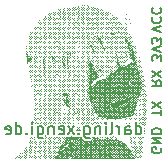
<source format=gbr>
%FSLAX46Y46*%
%MOMM*%
%ADD10C,0.2*%
D10*
%LPD*%
G01X137400000Y-129359523D02*
X137438095Y-129435714D01*
Y-129550000D01*
X137400000Y-129664285D01*
X137323809Y-129740476D01*
X137247619Y-129778571D01*
X137095238Y-129816666D01*
X136980952D01*
X136828571Y-129778571D01*
X136752380Y-129740476D01*
X136676190Y-129664285D01*
X136638095Y-129550000D01*
Y-129473809D01*
X136676190Y-129359523D01*
X136714285Y-129321428D01*
X136980952D01*
Y-129473809D01*
X136638095Y-128978571D02*
X137438095D01*
X136638095Y-128521428D01*
X137438095D01*
X136638095Y-128140476D02*
X137438095D01*
Y-127950000D01*
X137400000Y-127835714D01*
X137323809Y-127759523D01*
X137247619Y-127721428D01*
X137095238Y-127683333D01*
X136980952D01*
X136828571Y-127721428D01*
X136752380Y-127759523D01*
X136676190Y-127835714D01*
X136638095Y-127950000D01*
Y-128140476D01*
X137438095Y-126609523D02*
Y-126152380D01*
X136638095Y-126380952D02*
X137438095D01*
Y-125961904D02*
X136638095Y-125428571D01*
X137438095D02*
X136638095Y-125961904D01*
Y-123633333D02*
X137019047Y-123900000D01*
X136638095Y-124090476D02*
X137438095D01*
Y-123785714D01*
X137400000Y-123709523D01*
X137361904Y-123671428D01*
X137285714Y-123633333D01*
X137171428D01*
X137095238Y-123671428D01*
X137057142Y-123709523D01*
X137019047Y-123785714D01*
Y-124090476D01*
X137438095Y-123366666D02*
X136638095Y-122833333D01*
X137438095D02*
X136638095Y-123366666D01*
X137438095Y-121990476D02*
Y-121495238D01*
X137133333Y-121761904D01*
Y-121647619D01*
X137095238Y-121571428D01*
X137057142Y-121533333D01*
X136980952Y-121495238D01*
X136790476D01*
X136714285Y-121533333D01*
X136676190Y-121571428D01*
X136638095Y-121647619D01*
Y-121876190D01*
X136676190Y-121952380D01*
X136714285Y-121990476D01*
X137438095Y-121266666D02*
X136638095Y-121000000D01*
X137438095Y-120733333D01*
Y-120542857D02*
Y-120047619D01*
X137133333Y-120314285D01*
Y-120200000D01*
X137095238Y-120123809D01*
X137057142Y-120085714D01*
X136980952Y-120047619D01*
X136790476D01*
X136714285Y-120085714D01*
X136676190Y-120123809D01*
X136638095Y-120200000D01*
Y-120428571D01*
X136676190Y-120504761D01*
X136714285Y-120542857D01*
X137438095Y-119566666D02*
X136638095Y-119300000D01*
X137438095Y-119033333D01*
X136714285Y-118309523D02*
X136676190Y-118347619D01*
X136638095Y-118461904D01*
Y-118538095D01*
X136676190Y-118652380D01*
X136752380Y-118728571D01*
X136828571Y-118766666D01*
X136980952Y-118804761D01*
X137095238D01*
X137247619Y-118766666D01*
X137323809Y-118728571D01*
X137400000Y-118652380D01*
X137438095Y-118538095D01*
Y-118461904D01*
X137400000Y-118347619D01*
X137361904Y-118309523D01*
X136714285Y-117509523D02*
X136676190Y-117547619D01*
X136638095Y-117661904D01*
Y-117738095D01*
X136676190Y-117852380D01*
X136752380Y-117928571D01*
X136828571Y-117966666D01*
X136980952Y-118004761D01*
X137095238D01*
X137247619Y-117966666D01*
X137323809Y-117928571D01*
X137400000Y-117852380D01*
X137438095Y-117738095D01*
Y-117661904D01*
X137400000Y-117547619D01*
X137361904Y-117509523D01*
X135285714Y-128202380D02*
Y-127202380D01*
Y-128154761D02*
X135380952Y-128202380D01*
X135571428D01*
X135666666Y-128154761D01*
X135714285Y-128107142D01*
X135761904Y-128011904D01*
Y-127726190D01*
X135714285Y-127630952D01*
X135666666Y-127583333D01*
X135571428Y-127535714D01*
X135380952D01*
X135285714Y-127583333D01*
X134380952Y-128202380D02*
Y-127678571D01*
X134428571Y-127583333D01*
X134523809Y-127535714D01*
X134714285D01*
X134809523Y-127583333D01*
X134380952Y-128154761D02*
X134476190Y-128202380D01*
X134714285D01*
X134809523Y-128154761D01*
X134857142Y-128059523D01*
Y-127964285D01*
X134809523Y-127869047D01*
X134714285Y-127821428D01*
X134476190D01*
X134380952Y-127773809D01*
X133904761Y-128202380D02*
Y-127535714D01*
Y-127726190D02*
X133857142Y-127630952D01*
X133809523Y-127583333D01*
X133714285Y-127535714D01*
X133619047D01*
X133142857Y-128202380D02*
X133238095Y-128154761D01*
X133285714Y-128059523D01*
Y-127202380D01*
X132761904Y-128202380D02*
Y-127535714D01*
Y-127202380D02*
X132809523Y-127250000D01*
X132761904Y-127297619D01*
X132714285Y-127250000D01*
X132761904Y-127202380D01*
Y-127297619D01*
X132285714Y-127535714D02*
Y-128202380D01*
Y-127630952D02*
X132238095Y-127583333D01*
X132142857Y-127535714D01*
X132000000D01*
X131904761Y-127583333D01*
X131857142Y-127678571D01*
Y-128202380D01*
X130952380Y-127535714D02*
Y-128345238D01*
X131000000Y-128440476D01*
X131047619Y-128488095D01*
X131142857Y-128535714D01*
X131285714D01*
X131380952Y-128488095D01*
X130952380Y-128154761D02*
X131047619Y-128202380D01*
X131238095D01*
X131333333Y-128154761D01*
X131380952Y-128107142D01*
X131428571Y-128011904D01*
Y-127726190D01*
X131380952Y-127630952D01*
X131333333Y-127583333D01*
X131238095Y-127535714D01*
X131047619D01*
X130952380Y-127583333D01*
X130476190Y-128107142D02*
X130428571Y-128154761D01*
X130476190Y-128202380D01*
X130523809Y-128154761D01*
X130476190Y-128107142D01*
Y-128202380D01*
X130095238D02*
X129571428Y-127535714D01*
X130095238D02*
X129571428Y-128202380D01*
X128809523Y-128154761D02*
X128904761Y-128202380D01*
X129095238D01*
X129190476Y-128154761D01*
X129238095Y-128059523D01*
Y-127678571D01*
X129190476Y-127583333D01*
X129095238Y-127535714D01*
X128904761D01*
X128809523Y-127583333D01*
X128761904Y-127678571D01*
Y-127773809D01*
X129238095Y-127869047D01*
X128333333Y-127535714D02*
Y-128202380D01*
Y-127630952D02*
X128285714Y-127583333D01*
X128190476Y-127535714D01*
X128047619D01*
X127952380Y-127583333D01*
X127904761Y-127678571D01*
Y-128202380D01*
X127000000Y-127535714D02*
Y-128345238D01*
X127047619Y-128440476D01*
X127095238Y-128488095D01*
X127190476Y-128535714D01*
X127333333D01*
X127428571Y-128488095D01*
X127000000Y-128154761D02*
X127095238Y-128202380D01*
X127285714D01*
X127380952Y-128154761D01*
X127428571Y-128107142D01*
X127476190Y-128011904D01*
Y-127726190D01*
X127428571Y-127630952D01*
X127380952Y-127583333D01*
X127285714Y-127535714D01*
X127095238D01*
X127000000Y-127583333D01*
X126523809Y-128202380D02*
Y-127535714D01*
Y-127202380D02*
X126571428Y-127250000D01*
X126523809Y-127297619D01*
X126476190Y-127250000D01*
X126523809Y-127202380D01*
Y-127297619D01*
X126047619Y-128107142D02*
X126000000Y-128154761D01*
X126047619Y-128202380D01*
X126095238Y-128154761D01*
X126047619Y-128107142D01*
Y-128202380D01*
X125142857D02*
Y-127202380D01*
Y-128154761D02*
X125238095Y-128202380D01*
X125428571D01*
X125523809Y-128154761D01*
X125571428Y-128107142D01*
X125619047Y-128011904D01*
Y-127726190D01*
X125571428Y-127630952D01*
X125523809Y-127583333D01*
X125428571Y-127535714D01*
X125238095D01*
X125142857Y-127583333D01*
X124285714Y-128154761D02*
X124380952Y-128202380D01*
X124571428D01*
X124666666Y-128154761D01*
X124714285Y-128059523D01*
Y-127678571D01*
X124666666Y-127583333D01*
X124571428Y-127535714D01*
X124380952D01*
X124285714Y-127583333D01*
X124238095Y-127678571D01*
Y-127773809D01*
X124714285Y-127869047D01*
G36*
X131606061Y-117318182D02*
X131651515D01*
X131636364Y-117348485D01*
X131606061Y-117318182D01*
G37*
G36*
X130121212Y-117348485D02*
X130090909Y-117318182D01*
X130121212D01*
X130151515Y-117287879D01*
X130166667Y-117318182D01*
X130151515Y-117348485D01*
X130121212D01*
G37*
G36*
X129893939Y-117333333D02*
X129939394D01*
X129893939D01*
G37*
G36*
X131409091Y-117363636D02*
X131378788Y-117333333D01*
X131393939Y-117287879D01*
X131439394D01*
Y-117348485D01*
X131409091Y-117363636D01*
G37*
G36*
X131196970D02*
X131166667Y-117348485D01*
X131181818Y-117287879D01*
X131227273D01*
Y-117348485D01*
X131196970Y-117363636D01*
G37*
G36*
X130939394Y-117333333D02*
X130954545Y-117287879D01*
X131015152D01*
Y-117348485D01*
X131000000D01*
X130939394Y-117333333D01*
G37*
G36*
X130757576Y-117348485D02*
X130742424D01*
X130727273Y-117318182D01*
X130742424Y-117287879D01*
X130803030D01*
X130818182Y-117333333D01*
X130787879Y-117363636D01*
X130757576Y-117348485D01*
G37*
G36*
X130560606Y-117363636D02*
X130530303Y-117348485D01*
X130515152Y-117318182D01*
X130530303Y-117287879D01*
X130590909Y-117303030D01*
Y-117348485D01*
X130560606Y-117363636D01*
G37*
G36*
X130348485D02*
X130318182Y-117348485D01*
Y-117287879D01*
X130378788Y-117303030D01*
Y-117348485D01*
X130348485Y-117363636D01*
G37*
G36*
X132166667Y-117454545D02*
X132136364Y-117424242D01*
X132166667Y-117454545D01*
G37*
G36*
X131909091Y-117424242D02*
X131924242Y-117393939D01*
X131984848Y-117424242D01*
X131969697Y-117454545D01*
X131909091Y-117424242D01*
G37*
G36*
X129560606Y-117454545D02*
Y-117409091D01*
X129590909Y-117378788D01*
X129621212Y-117393939D01*
X129636364Y-117424242D01*
X129621212Y-117454545D01*
X129560606D01*
G37*
G36*
X129348485Y-117439394D02*
X129409091Y-117424242D01*
X129393939Y-117454545D01*
X129348485Y-117439394D01*
G37*
G36*
X131681818Y-117424242D02*
X131696970Y-117393939D01*
X131742424Y-117378788D01*
X131787879Y-117424242D01*
X131772727Y-117454545D01*
X131742424Y-117469697D01*
X131681818Y-117424242D01*
G37*
G36*
X131484848Y-117454545D02*
X131469697Y-117424242D01*
X131484848Y-117393939D01*
X131545455Y-117378788D01*
X131575758Y-117424242D01*
X131530303Y-117469697D01*
X131484848Y-117454545D01*
G37*
G36*
X131272727D02*
X131257576Y-117424242D01*
X131272727Y-117378788D01*
X131303030Y-117363636D01*
X131333333Y-117378788D01*
X131348485Y-117439394D01*
X131318182Y-117469697D01*
X131272727Y-117454545D01*
G37*
G36*
X131045455Y-117439394D02*
X131060606Y-117378788D01*
X131090909Y-117363636D01*
X131121212Y-117378788D01*
Y-117454545D01*
X131106061D01*
X131045455Y-117439394D01*
G37*
G36*
X130863636Y-117469697D02*
X130833333Y-117439394D01*
X130848485Y-117378788D01*
X130924242Y-117393939D01*
Y-117439394D01*
X130893939Y-117469697D01*
X130863636D01*
G37*
G36*
X130651515Y-117454545D02*
X130636364D01*
Y-117378788D01*
X130666667Y-117363636D01*
X130696970Y-117378788D01*
X130712121Y-117439394D01*
X130681818Y-117469697D01*
X130651515Y-117454545D01*
G37*
G36*
X130409091Y-117439394D02*
X130424242Y-117378788D01*
X130454545Y-117363636D01*
X130484848Y-117378788D01*
X130500000Y-117424242D01*
X130484848Y-117454545D01*
X130454545Y-117469697D01*
X130409091Y-117439394D01*
G37*
G36*
X130181818Y-117424242D02*
X130196970Y-117393939D01*
X130257576Y-117378788D01*
X130287879Y-117424242D01*
X130272727Y-117454545D01*
X130242424Y-117469697D01*
X130181818Y-117424242D01*
G37*
G36*
X129984848Y-117454545D02*
X129969697Y-117424242D01*
X129984848Y-117393939D01*
X130045455Y-117378788D01*
X130075758Y-117424242D01*
X130030303Y-117469697D01*
X129984848Y-117454545D01*
G37*
G36*
X129772727D02*
Y-117393939D01*
X129848485Y-117409091D01*
Y-117439394D01*
X129818182Y-117469697D01*
X129772727Y-117454545D01*
G37*
G36*
X132484848Y-117560606D02*
X132454545Y-117545455D01*
X132484848Y-117560606D01*
G37*
G36*
X129030303Y-117545455D02*
Y-117515152D01*
X129075758Y-117500000D01*
X129090909Y-117530303D01*
X129060606Y-117560606D01*
X129030303Y-117545455D01*
G37*
G36*
X132227273Y-117530303D02*
X132257576Y-117500000D01*
X132303030Y-117515152D01*
Y-117560606D01*
X132272727Y-117575758D01*
X132227273Y-117530303D01*
G37*
G36*
X132045455Y-117575758D02*
X132015152Y-117545455D01*
X132030303Y-117484848D01*
X132075758D01*
X132106061Y-117515152D01*
Y-117545455D01*
X132075758Y-117575758D01*
X132045455D01*
G37*
G36*
X131803030Y-117545455D02*
X131818182Y-117484848D01*
X131863636D01*
X131893939Y-117530303D01*
X131878788Y-117560606D01*
X131848485Y-117575758D01*
X131803030Y-117545455D01*
G37*
G36*
X131590909Y-117560606D02*
X131575758Y-117530303D01*
X131590909Y-117500000D01*
X131606061Y-117484848D01*
X131636364Y-117469697D01*
X131681818Y-117530303D01*
X131666667Y-117560606D01*
X131636364Y-117575758D01*
X131590909Y-117560606D01*
G37*
G36*
X131378788D02*
X131363636Y-117515152D01*
X131393939Y-117484848D01*
X131454545Y-117500000D01*
Y-117545455D01*
X131424242Y-117575758D01*
X131378788Y-117560606D01*
G37*
G36*
X131181818Y-117575758D02*
X131151515Y-117545455D01*
X131166667Y-117484848D01*
X131196970Y-117469697D01*
X131227273Y-117484848D01*
X131242424Y-117545455D01*
X131212121Y-117575758D01*
X131181818D01*
G37*
G36*
X130969697D02*
X130939394Y-117545455D01*
X130954545Y-117484848D01*
X131030303Y-117500000D01*
Y-117545455D01*
X131000000Y-117575758D01*
X130969697D01*
G37*
G36*
X130757576D02*
X130727273Y-117545455D01*
X130742424Y-117484848D01*
X130818182Y-117500000D01*
Y-117545455D01*
X130787879Y-117575758D01*
X130757576D01*
G37*
G36*
X130545455D02*
X130515152Y-117545455D01*
X130530303Y-117484848D01*
X130560606Y-117469697D01*
X130590909Y-117484848D01*
X130606061Y-117545455D01*
X130575758Y-117575758D01*
X130545455D01*
G37*
G36*
X130303030Y-117545455D02*
X130318182Y-117484848D01*
X130363636D01*
X130393939Y-117530303D01*
X130378788Y-117560606D01*
X130348485Y-117575758D01*
X130303030Y-117545455D01*
G37*
G36*
X130090909Y-117560606D02*
X130075758Y-117530303D01*
X130090909Y-117500000D01*
X130106061Y-117484848D01*
X130136364Y-117469697D01*
X130181818Y-117530303D01*
X130166667Y-117560606D01*
X130136364Y-117575758D01*
X130090909Y-117560606D01*
G37*
G36*
X129878788D02*
X129863636Y-117515152D01*
X129893939Y-117484848D01*
X129954545Y-117500000D01*
Y-117545455D01*
X129924242Y-117575758D01*
X129878788Y-117560606D01*
G37*
G36*
X129681818Y-117575758D02*
X129651515Y-117545455D01*
X129666667Y-117484848D01*
X129696970Y-117469697D01*
X129727273Y-117484848D01*
X129742424Y-117545455D01*
X129712121Y-117575758D01*
X129681818D01*
G37*
G36*
X129469697D02*
X129439394Y-117545455D01*
Y-117515152D01*
X129469697Y-117484848D01*
X129530303Y-117500000D01*
Y-117545455D01*
X129500000Y-117575758D01*
X129469697D01*
G37*
G36*
X129257576D02*
X129227273Y-117530303D01*
X129242424Y-117500000D01*
X129318182Y-117515152D01*
Y-117545455D01*
X129287879Y-117575758D01*
X129257576D01*
G37*
G36*
X132560606Y-117666667D02*
X132575758Y-117606061D01*
X132621212Y-117621212D01*
X132606061Y-117666667D01*
X132560606D01*
G37*
G36*
X128712121D02*
X128727273Y-117621212D01*
X128757576Y-117606061D01*
Y-117666667D01*
X128712121D01*
G37*
G36*
X132363636Y-117681818D02*
X132333333Y-117651515D01*
Y-117606061D01*
X132363636Y-117590909D01*
X132393939D01*
X132424242Y-117621212D01*
Y-117651515D01*
X132393939Y-117681818D01*
X132363636D01*
G37*
G36*
X132151515D02*
X132121212Y-117651515D01*
X132136364Y-117590909D01*
X132212121Y-117606061D01*
Y-117651515D01*
X132181818Y-117681818D01*
X132151515D01*
G37*
G36*
X131939394D02*
X131909091Y-117651515D01*
X131924242Y-117590909D01*
X131969697D01*
X132000000Y-117621212D01*
Y-117651515D01*
X131969697Y-117681818D01*
X131939394D01*
G37*
G36*
X131696970Y-117666667D02*
X131681818Y-117636364D01*
X131696970Y-117606061D01*
X131757576Y-117590909D01*
X131787879Y-117636364D01*
X131772727Y-117666667D01*
X131742424Y-117681818D01*
X131696970Y-117666667D01*
G37*
G36*
X131515152Y-117681818D02*
X131484848Y-117666667D01*
X131469697Y-117621212D01*
X131500000Y-117590909D01*
X131560606Y-117606061D01*
X131575758Y-117636364D01*
X131560606Y-117666667D01*
X131515152Y-117681818D01*
G37*
G36*
X131287879D02*
X131257576Y-117651515D01*
Y-117621212D01*
X131287879Y-117590909D01*
X131348485Y-117606061D01*
Y-117651515D01*
X131318182Y-117681818D01*
X131287879D01*
G37*
G36*
X131075758D02*
X131045455Y-117651515D01*
X131060606Y-117590909D01*
X131136364Y-117606061D01*
Y-117651515D01*
X131106061Y-117681818D01*
X131075758D01*
G37*
G36*
X130863636D02*
X130833333Y-117651515D01*
X130848485Y-117590909D01*
X130924242Y-117606061D01*
Y-117651515D01*
X130893939Y-117681818D01*
X130863636D01*
G37*
G36*
X130651515D02*
X130621212Y-117651515D01*
X130636364Y-117590909D01*
X130712121Y-117606061D01*
Y-117651515D01*
X130681818Y-117681818D01*
X130651515D01*
G37*
G36*
X130439394D02*
X130409091Y-117651515D01*
X130424242Y-117590909D01*
X130469697D01*
X130500000Y-117621212D01*
Y-117651515D01*
X130469697Y-117681818D01*
X130439394D01*
G37*
G36*
X130196970Y-117666667D02*
X130181818Y-117636364D01*
X130196970Y-117606061D01*
X130257576Y-117590909D01*
X130287879Y-117636364D01*
X130272727Y-117666667D01*
X130242424Y-117681818D01*
X130196970Y-117666667D01*
G37*
G36*
X130015152Y-117681818D02*
X129984848Y-117666667D01*
X129969697Y-117621212D01*
X130000000Y-117590909D01*
X130060606Y-117606061D01*
X130075758Y-117636364D01*
X130060606Y-117666667D01*
X130015152Y-117681818D01*
G37*
G36*
X129787879D02*
X129757576Y-117651515D01*
Y-117621212D01*
X129787879Y-117590909D01*
X129848485Y-117606061D01*
Y-117651515D01*
X129818182Y-117681818D01*
X129787879D01*
G37*
G36*
X129575758D02*
X129545455Y-117651515D01*
X129560606Y-117590909D01*
X129636364Y-117606061D01*
Y-117651515D01*
X129606061Y-117681818D01*
X129575758D01*
G37*
G36*
X129363636D02*
X129333333Y-117651515D01*
X129348485Y-117590909D01*
X129424242Y-117606061D01*
Y-117651515D01*
X129393939Y-117681818D01*
X129363636D01*
G37*
G36*
X129151515D02*
X129121212Y-117651515D01*
X129136364Y-117590909D01*
X129212121Y-117606061D01*
Y-117651515D01*
X129181818Y-117681818D01*
X129151515D01*
G37*
G36*
X128939394D02*
X128909091Y-117651515D01*
Y-117621212D01*
X128969697Y-117606061D01*
X128984848D01*
X129000000Y-117651515D01*
X128969697Y-117681818D01*
X128939394D01*
G37*
G36*
X132893939Y-117757576D02*
X132924242Y-117772727D01*
X132893939Y-117757576D01*
G37*
G36*
X128424242Y-117772727D02*
X128393939Y-117742424D01*
X128439394Y-117727273D01*
X128424242Y-117772727D01*
G37*
G36*
X132681818Y-117787879D02*
X132651515Y-117757576D01*
X132666667Y-117712121D01*
X132727273D01*
X132742424Y-117757576D01*
X132712121Y-117787879D01*
X132681818D01*
G37*
G36*
X132469697D02*
X132439394Y-117757576D01*
X132454545Y-117696970D01*
X132530303Y-117712121D01*
Y-117757576D01*
X132500000Y-117787879D01*
X132469697D01*
G37*
G36*
X132257576D02*
X132227273Y-117757576D01*
X132242424Y-117696970D01*
X132318182Y-117712121D01*
Y-117757576D01*
X132287879Y-117787879D01*
X132257576D01*
G37*
G36*
X132045455D02*
X132015152Y-117757576D01*
X132030303Y-117696970D01*
X132075758D01*
X132106061Y-117727273D01*
Y-117757576D01*
X132075758Y-117787879D01*
X132045455D01*
G37*
G36*
X131803030Y-117772727D02*
X131787879Y-117742424D01*
X131803030Y-117712121D01*
X131863636Y-117696970D01*
X131893939Y-117727273D01*
Y-117757576D01*
X131863636Y-117787879D01*
X131803030Y-117772727D01*
G37*
G36*
X131590909D02*
X131575758Y-117742424D01*
X131590909Y-117712121D01*
X131666667D01*
X131681818Y-117742424D01*
X131666667Y-117772727D01*
X131590909D01*
G37*
G36*
X131393939Y-117787879D02*
X131363636Y-117757576D01*
Y-117727273D01*
X131393939Y-117696970D01*
X131454545Y-117712121D01*
X131469697Y-117742424D01*
X131454545Y-117772727D01*
X131393939Y-117787879D01*
G37*
G36*
X131181818D02*
X131151515Y-117757576D01*
Y-117727273D01*
X131181818Y-117696970D01*
X131242424Y-117712121D01*
Y-117757576D01*
X131212121Y-117787879D01*
X131181818D01*
G37*
G36*
X130969697D02*
X130939394Y-117757576D01*
X130954545Y-117696970D01*
X131030303Y-117712121D01*
Y-117757576D01*
X131000000Y-117787879D01*
X130969697D01*
G37*
G36*
X130757576D02*
X130727273Y-117757576D01*
X130742424Y-117696970D01*
X130818182Y-117712121D01*
Y-117757576D01*
X130787879Y-117787879D01*
X130757576D01*
G37*
G36*
X130545455D02*
X130515152Y-117757576D01*
X130530303Y-117696970D01*
X130575758D01*
X130606061Y-117727273D01*
Y-117757576D01*
X130575758Y-117787879D01*
X130545455D01*
G37*
G36*
X130303030Y-117772727D02*
X130287879Y-117742424D01*
X130303030Y-117712121D01*
X130363636Y-117696970D01*
X130393939Y-117727273D01*
Y-117757576D01*
X130363636Y-117787879D01*
X130303030Y-117772727D01*
G37*
G36*
X130090909D02*
X130075758Y-117742424D01*
X130090909Y-117712121D01*
X130166667D01*
X130181818Y-117742424D01*
X130166667Y-117772727D01*
X130090909D01*
G37*
G36*
X129893939Y-117787879D02*
X129863636Y-117757576D01*
Y-117727273D01*
X129893939Y-117696970D01*
X129954545Y-117712121D01*
X129969697Y-117742424D01*
X129954545Y-117772727D01*
X129893939Y-117787879D01*
G37*
G36*
X129681818D02*
X129651515Y-117757576D01*
Y-117727273D01*
X129681818Y-117696970D01*
X129742424Y-117712121D01*
Y-117757576D01*
X129712121Y-117787879D01*
X129681818D01*
G37*
G36*
X129469697D02*
X129439394Y-117757576D01*
X129454545Y-117696970D01*
X129530303Y-117712121D01*
Y-117757576D01*
X129500000Y-117787879D01*
X129469697D01*
G37*
G36*
X129257576D02*
X129227273Y-117757576D01*
X129242424Y-117696970D01*
X129318182Y-117712121D01*
Y-117757576D01*
X129287879Y-117787879D01*
X129257576D01*
G37*
G36*
X129045455D02*
X129015152Y-117757576D01*
X129030303Y-117696970D01*
X129075758D01*
X129106061Y-117727273D01*
Y-117757576D01*
X129075758Y-117787879D01*
X129045455D01*
G37*
G36*
X128803030Y-117772727D02*
X128787879Y-117742424D01*
X128803030Y-117712121D01*
X128863636Y-117696970D01*
X128893939Y-117727273D01*
Y-117757576D01*
X128863636Y-117787879D01*
X128803030Y-117772727D01*
G37*
G36*
X128590909D02*
X128606061Y-117712121D01*
X128666667D01*
X128681818Y-117742424D01*
X128666667Y-117772727D01*
X128590909D01*
G37*
G36*
X128090909Y-117878788D02*
X128121212Y-117863636D01*
X128090909Y-117878788D01*
G37*
G36*
X132984848D02*
Y-117848485D01*
X133000000Y-117818182D01*
X133030303D01*
X133060606Y-117833333D01*
X133045455Y-117878788D01*
X133015152Y-117893939D01*
X132984848Y-117878788D01*
G37*
G36*
X132787879Y-117893939D02*
X132757576Y-117863636D01*
Y-117833333D01*
X132787879Y-117803030D01*
X132848485Y-117818182D01*
X132833333Y-117893939D01*
X132787879D01*
G37*
G36*
X132575758D02*
X132545455Y-117863636D01*
Y-117833333D01*
X132575758Y-117803030D01*
X132636364Y-117818182D01*
Y-117863636D01*
X132606061Y-117893939D01*
X132575758D01*
G37*
G36*
X132363636D02*
X132333333Y-117863636D01*
X132348485Y-117803030D01*
X132424242Y-117818182D01*
Y-117863636D01*
X132393939Y-117893939D01*
X132363636D01*
G37*
G36*
X132151515D02*
X132121212Y-117863636D01*
X132136364Y-117803030D01*
X132181818D01*
X132212121Y-117833333D01*
Y-117863636D01*
X132181818Y-117893939D01*
X132151515D01*
G37*
G36*
X131909091Y-117878788D02*
X131924242Y-117803030D01*
X131969697D01*
X132000000Y-117833333D01*
Y-117863636D01*
X131969697Y-117893939D01*
X131909091Y-117878788D01*
G37*
G36*
X131696970D02*
X131681818Y-117848485D01*
X131696970Y-117818182D01*
X131772727D01*
Y-117833333D01*
X131787879Y-117863636D01*
X131757576Y-117893939D01*
X131696970Y-117878788D01*
G37*
G36*
X131500000Y-117893939D02*
X131484848Y-117833333D01*
Y-117818182D01*
X131560606D01*
X131575758Y-117848485D01*
X131560606Y-117878788D01*
X131530303Y-117893939D01*
X131500000D01*
G37*
G36*
X131287879D02*
X131257576Y-117863636D01*
Y-117833333D01*
X131287879Y-117803030D01*
X131348485Y-117818182D01*
X131333333Y-117893939D01*
X131287879D01*
G37*
G36*
X131075758D02*
X131045455Y-117863636D01*
Y-117833333D01*
X131075758Y-117803030D01*
X131136364Y-117818182D01*
Y-117863636D01*
X131106061Y-117893939D01*
X131075758D01*
G37*
G36*
X130863636D02*
X130833333Y-117863636D01*
X130848485Y-117803030D01*
X130924242Y-117818182D01*
Y-117863636D01*
X130893939Y-117893939D01*
X130863636D01*
G37*
G36*
X130651515D02*
X130621212Y-117863636D01*
X130636364Y-117803030D01*
X130681818D01*
X130712121Y-117833333D01*
Y-117863636D01*
X130681818Y-117893939D01*
X130651515D01*
G37*
G36*
X130409091Y-117878788D02*
X130424242Y-117803030D01*
X130469697D01*
X130500000Y-117833333D01*
Y-117863636D01*
X130469697Y-117893939D01*
X130409091Y-117878788D01*
G37*
G36*
X130196970D02*
X130181818Y-117848485D01*
X130196970Y-117818182D01*
X130272727D01*
Y-117833333D01*
X130287879Y-117863636D01*
X130257576Y-117893939D01*
X130196970Y-117878788D01*
G37*
G36*
X130000000Y-117893939D02*
X129984848Y-117833333D01*
Y-117818182D01*
X130060606D01*
X130075758Y-117848485D01*
X130060606Y-117878788D01*
X130000000Y-117893939D01*
G37*
G36*
X129787879D02*
X129757576Y-117863636D01*
Y-117833333D01*
X129787879Y-117803030D01*
X129848485Y-117818182D01*
X129833333Y-117893939D01*
X129787879D01*
G37*
G36*
X129575758D02*
X129545455Y-117863636D01*
Y-117833333D01*
X129575758Y-117803030D01*
X129636364Y-117818182D01*
Y-117863636D01*
X129606061Y-117893939D01*
X129575758D01*
G37*
G36*
X129363636D02*
X129333333Y-117863636D01*
X129348485Y-117803030D01*
X129424242Y-117818182D01*
Y-117863636D01*
X129393939Y-117893939D01*
X129363636D01*
G37*
G36*
X129151515D02*
X129121212Y-117863636D01*
X129136364Y-117803030D01*
X129181818D01*
X129212121Y-117833333D01*
Y-117863636D01*
X129181818Y-117893939D01*
X129151515D01*
G37*
G36*
X128909091Y-117878788D02*
X128924242Y-117803030D01*
X128969697D01*
X129000000Y-117833333D01*
Y-117863636D01*
X128969697Y-117893939D01*
X128909091Y-117878788D01*
G37*
G36*
X128696970D02*
X128681818Y-117848485D01*
X128696970Y-117818182D01*
X128772727D01*
Y-117833333D01*
X128787879Y-117863636D01*
X128757576Y-117893939D01*
X128696970Y-117878788D01*
G37*
G36*
X128500000Y-117893939D02*
X128484848Y-117833333D01*
Y-117818182D01*
X128560606D01*
X128575758Y-117848485D01*
X128560606Y-117878788D01*
X128500000Y-117893939D01*
G37*
G36*
X128272727Y-117878788D02*
Y-117848485D01*
X128287879Y-117818182D01*
X128348485Y-117833333D01*
X128333333Y-117893939D01*
X128272727Y-117878788D01*
G37*
G36*
X134590909Y-117939394D02*
X134636364Y-117984848D01*
X134590909Y-117939394D01*
G37*
G36*
X134439394Y-117969697D02*
G37*
G36*
X133106061Y-118000000D02*
X133075758Y-117969697D01*
X133090909Y-117939394D01*
X133166667D01*
X133151515Y-118000000D01*
X133106061D01*
G37*
G36*
X132893939D02*
X132863636Y-117969697D01*
Y-117939394D01*
X132893939Y-117909091D01*
X132954545Y-117924242D01*
X132939394Y-118000000D01*
X132893939D01*
G37*
G36*
X132681818D02*
X132651515Y-117969697D01*
Y-117939394D01*
X132681818Y-117909091D01*
X132742424Y-117924242D01*
X132727273Y-118000000D01*
X132681818D01*
G37*
G36*
X132469697D02*
X132439394Y-117969697D01*
Y-117939394D01*
X132469697Y-117909091D01*
X132530303Y-117924242D01*
Y-117969697D01*
X132500000Y-118000000D01*
X132469697D01*
G37*
G36*
X132257576D02*
X132227273Y-117969697D01*
X132242424Y-117909091D01*
X132287879D01*
X132318182Y-117939394D01*
Y-117969697D01*
X132287879Y-118000000D01*
X132257576D01*
G37*
G36*
X132015152Y-117984848D02*
X132030303Y-117909091D01*
X132075758D01*
X132106061Y-117939394D01*
Y-117969697D01*
X132075758Y-118000000D01*
X132015152Y-117984848D01*
G37*
G36*
X131803030Y-117969697D02*
X131818182Y-117909091D01*
X131863636D01*
X131893939Y-117954545D01*
X131878788Y-117984848D01*
X131848485Y-118000000D01*
X131803030Y-117969697D01*
G37*
G36*
X131606061Y-118000000D02*
X131575758Y-117954545D01*
X131590909Y-117924242D01*
X131636364Y-117909091D01*
X131666667Y-117924242D01*
X131681818Y-117969697D01*
X131651515Y-118000000D01*
X131606061D01*
G37*
G36*
X131393939D02*
X131363636Y-117969697D01*
Y-117939394D01*
X131393939Y-117909091D01*
X131454545Y-117924242D01*
X131439394Y-118000000D01*
X131393939D01*
G37*
G36*
X131181818D02*
X131151515Y-117969697D01*
Y-117939394D01*
X131181818Y-117909091D01*
X131242424Y-117924242D01*
X131227273Y-118000000D01*
X131181818D01*
G37*
G36*
X130969697D02*
X130939394Y-117969697D01*
Y-117939394D01*
X130969697Y-117909091D01*
X131030303Y-117924242D01*
Y-117969697D01*
X131000000Y-118000000D01*
X130969697D01*
G37*
G36*
X130757576D02*
X130727273Y-117969697D01*
X130742424Y-117909091D01*
X130787879D01*
X130818182Y-117939394D01*
Y-117969697D01*
X130787879Y-118000000D01*
X130757576D01*
G37*
G36*
X130515152Y-117984848D02*
X130530303Y-117909091D01*
X130575758D01*
X130606061Y-117939394D01*
Y-117969697D01*
X130575758Y-118000000D01*
X130515152Y-117984848D01*
G37*
G36*
X130303030D02*
X130318182Y-117909091D01*
X130363636D01*
X130393939Y-117939394D01*
Y-117969697D01*
X130363636Y-118000000D01*
X130303030Y-117984848D01*
G37*
G36*
X130106061Y-118000000D02*
X130090909Y-117939394D01*
Y-117924242D01*
X130166667D01*
Y-117939394D01*
X130181818Y-117969697D01*
X130151515Y-118000000D01*
X130106061D01*
G37*
G36*
X129893939D02*
X129863636Y-117969697D01*
Y-117939394D01*
X129893939Y-117909091D01*
X129954545Y-117924242D01*
X129939394Y-118000000D01*
X129893939D01*
G37*
G36*
X129681818D02*
X129651515Y-117969697D01*
Y-117939394D01*
X129681818Y-117909091D01*
X129742424Y-117924242D01*
X129727273Y-118000000D01*
X129681818D01*
G37*
G36*
X129469697D02*
X129439394Y-117969697D01*
Y-117939394D01*
X129469697Y-117909091D01*
X129530303Y-117924242D01*
Y-117969697D01*
X129500000Y-118000000D01*
X129469697D01*
G37*
G36*
X129257576D02*
X129227273Y-117969697D01*
X129242424Y-117909091D01*
X129287879D01*
X129318182Y-117939394D01*
Y-117969697D01*
X129287879Y-118000000D01*
X129257576D01*
G37*
G36*
X129015152Y-117984848D02*
X129030303Y-117909091D01*
X129075758D01*
X129106061Y-117939394D01*
Y-117969697D01*
X129075758Y-118000000D01*
X129015152Y-117984848D01*
G37*
G36*
X128803030D02*
X128818182Y-117909091D01*
X128863636D01*
X128893939Y-117939394D01*
Y-117969697D01*
X128863636Y-118000000D01*
X128803030Y-117984848D01*
G37*
G36*
X128606061Y-118000000D02*
X128590909Y-117939394D01*
Y-117924242D01*
X128666667D01*
Y-117939394D01*
X128681818Y-117969697D01*
X128651515Y-118000000D01*
X128606061D01*
G37*
G36*
X128393939D02*
X128363636Y-117969697D01*
Y-117939394D01*
X128393939Y-117909091D01*
X128454545Y-117924242D01*
X128439394Y-118000000D01*
X128393939D01*
G37*
G36*
X128181818D02*
X128151515Y-117969697D01*
Y-117939394D01*
X128181818Y-117909091D01*
X128212121D01*
X128242424Y-117924242D01*
X128227273Y-118000000D01*
X128181818D01*
G37*
G36*
X127984848D02*
X127969697Y-117939394D01*
X128000000Y-117924242D01*
X128015152Y-117984848D01*
X127984848Y-118000000D01*
G37*
G36*
X134484848Y-118075758D02*
Y-118045455D01*
X134530303Y-118015152D01*
X134560606Y-118030303D01*
X134545455Y-118090909D01*
X134484848Y-118075758D01*
G37*
G36*
X133424242Y-118090909D02*
Y-118060606D01*
X133469697Y-118090909D01*
X133424242D01*
G37*
G36*
X133196970D02*
X133212121Y-118015152D01*
X133242424D01*
X133287879Y-118075758D01*
X133257576Y-118106061D01*
X133196970Y-118090909D01*
G37*
G36*
X133000000Y-118106061D02*
X132969697Y-118075758D01*
Y-118045455D01*
X133000000Y-118015152D01*
X133060606Y-118030303D01*
X133045455Y-118106061D01*
X133000000D01*
G37*
G36*
X132787879D02*
X132757576Y-118075758D01*
Y-118045455D01*
X132787879Y-118015152D01*
X132848485Y-118030303D01*
X132833333Y-118106061D01*
X132787879D01*
G37*
G36*
X132575758D02*
X132545455Y-118075758D01*
Y-118045455D01*
X132575758Y-118015152D01*
X132636364Y-118030303D01*
X132621212Y-118106061D01*
X132575758D01*
G37*
G36*
X132363636D02*
X132333333Y-118075758D01*
Y-118045455D01*
X132363636Y-118015152D01*
X132393939D01*
X132424242Y-118045455D01*
Y-118075758D01*
X132393939Y-118106061D01*
X132363636D01*
G37*
G36*
X132151515D02*
X132121212Y-118075758D01*
X132136364Y-118015152D01*
X132181818D01*
X132212121Y-118045455D01*
Y-118075758D01*
X132181818Y-118106061D01*
X132151515D01*
G37*
G36*
X131909091Y-118090909D02*
Y-118045455D01*
X131939394Y-118015152D01*
X131984848Y-118030303D01*
X131969697Y-118106061D01*
X131909091Y-118090909D01*
G37*
G36*
X131696970D02*
X131712121Y-118015152D01*
X131757576D01*
X131787879Y-118045455D01*
Y-118075758D01*
X131757576Y-118106061D01*
X131696970Y-118090909D01*
G37*
G36*
X131500000Y-118106061D02*
X131469697Y-118075758D01*
Y-118045455D01*
X131500000Y-118015152D01*
X131560606Y-118030303D01*
X131545455Y-118106061D01*
X131500000D01*
G37*
G36*
X131287879D02*
X131257576Y-118075758D01*
Y-118045455D01*
X131287879Y-118015152D01*
X131348485Y-118030303D01*
X131333333Y-118106061D01*
X131287879D01*
G37*
G36*
X131075758D02*
X131045455Y-118075758D01*
Y-118045455D01*
X131075758Y-118015152D01*
X131136364Y-118030303D01*
X131121212Y-118106061D01*
X131075758D01*
G37*
G36*
X130863636D02*
X130833333Y-118075758D01*
Y-118045455D01*
X130863636Y-118015152D01*
X130893939D01*
X130924242Y-118045455D01*
Y-118075758D01*
X130893939Y-118106061D01*
X130863636D01*
G37*
G36*
X130621212Y-118090909D02*
X130636364Y-118015152D01*
X130681818D01*
X130712121Y-118045455D01*
Y-118075758D01*
X130681818Y-118106061D01*
X130621212Y-118090909D01*
G37*
G36*
X130409091D02*
X130424242Y-118015152D01*
X130469697D01*
X130500000Y-118045455D01*
Y-118075758D01*
X130469697Y-118106061D01*
X130409091Y-118090909D01*
G37*
G36*
X130196970D02*
X130212121Y-118015152D01*
X130257576D01*
X130287879Y-118045455D01*
Y-118075758D01*
X130257576Y-118106061D01*
X130196970Y-118090909D01*
G37*
G36*
X130000000Y-118106061D02*
X129969697Y-118075758D01*
Y-118045455D01*
X130000000Y-118015152D01*
X130060606Y-118030303D01*
X130045455Y-118106061D01*
X130000000D01*
G37*
G36*
X129787879D02*
X129757576Y-118075758D01*
Y-118045455D01*
X129787879Y-118015152D01*
X129848485Y-118030303D01*
X129833333Y-118106061D01*
X129787879D01*
G37*
G36*
X129575758D02*
X129545455Y-118075758D01*
Y-118045455D01*
X129575758Y-118015152D01*
X129636364Y-118030303D01*
X129621212Y-118106061D01*
X129575758D01*
G37*
G36*
X129363636D02*
X129333333Y-118075758D01*
Y-118045455D01*
X129363636Y-118015152D01*
X129393939D01*
X129424242Y-118045455D01*
Y-118075758D01*
X129393939Y-118106061D01*
X129363636D01*
G37*
G36*
X129121212Y-118090909D02*
X129136364Y-118015152D01*
X129181818D01*
X129212121Y-118045455D01*
Y-118075758D01*
X129181818Y-118106061D01*
X129121212Y-118090909D01*
G37*
G36*
X128909091D02*
X128924242Y-118015152D01*
X128969697D01*
X129000000Y-118045455D01*
Y-118075758D01*
X128969697Y-118106061D01*
X128909091Y-118090909D01*
G37*
G36*
X128696970D02*
X128712121Y-118015152D01*
X128757576D01*
X128787879Y-118045455D01*
Y-118075758D01*
X128757576Y-118106061D01*
X128696970Y-118090909D01*
G37*
G36*
X128500000Y-118106061D02*
X128469697Y-118075758D01*
Y-118045455D01*
X128500000Y-118015152D01*
X128560606Y-118030303D01*
X128545455Y-118106061D01*
X128500000D01*
G37*
G36*
X128287879D02*
X128257576Y-118075758D01*
Y-118045455D01*
X128287879Y-118015152D01*
X128348485Y-118030303D01*
X128333333Y-118106061D01*
X128287879D01*
G37*
G36*
X128075758D02*
X128045455Y-118075758D01*
Y-118045455D01*
X128075758Y-118015152D01*
X128136364Y-118030303D01*
X128121212Y-118106061D01*
X128075758D01*
G37*
G36*
X127848485Y-118090909D02*
X127863636Y-118030303D01*
X127893939D01*
X127924242Y-118045455D01*
Y-118075758D01*
X127893939Y-118106061D01*
X127848485Y-118090909D01*
G37*
G36*
X134393939Y-118196970D02*
X134378788Y-118166667D01*
X134393939Y-118136364D01*
X134439394Y-118151515D01*
X134424242Y-118196970D01*
X134393939D01*
G37*
G36*
X127545455D02*
X127590909Y-118166667D01*
X127575758Y-118196970D01*
X127545455D01*
G37*
G36*
X134590909Y-118181818D02*
X134606061Y-118136364D01*
X134666667Y-118151515D01*
Y-118196970D01*
X134636364Y-118212121D01*
X134590909Y-118181818D01*
G37*
G36*
X133530303Y-118196970D02*
X133545455Y-118136364D01*
X133575758Y-118151515D01*
X133590909Y-118181818D01*
X133560606Y-118212121D01*
X133530303Y-118196970D01*
G37*
G36*
X133303030D02*
X133318182Y-118121212D01*
X133363636D01*
X133393939Y-118151515D01*
Y-118181818D01*
X133363636Y-118212121D01*
X133303030Y-118196970D01*
G37*
G36*
X133090909D02*
Y-118181818D01*
X133075758Y-118151515D01*
X133106061Y-118121212D01*
X133151515D01*
X133166667Y-118181818D01*
Y-118196970D01*
X133090909D01*
G37*
G36*
X132893939Y-118212121D02*
X132863636Y-118181818D01*
Y-118151515D01*
X132893939Y-118121212D01*
X132954545Y-118136364D01*
X132939394Y-118212121D01*
X132893939D01*
G37*
G36*
X132681818D02*
X132651515Y-118181818D01*
Y-118151515D01*
X132681818Y-118121212D01*
X132742424Y-118136364D01*
X132727273Y-118212121D01*
X132681818D01*
G37*
G36*
X132469697D02*
X132439394Y-118181818D01*
Y-118151515D01*
X132469697Y-118121212D01*
X132500000D01*
X132530303Y-118151515D01*
X132515152Y-118212121D01*
X132469697D01*
G37*
G36*
X132227273Y-118196970D02*
Y-118166667D01*
X132242424Y-118136364D01*
X132287879Y-118121212D01*
X132303030Y-118181818D01*
Y-118196970D01*
X132227273D01*
G37*
G36*
X132015152D02*
X132030303Y-118121212D01*
X132075758D01*
X132106061Y-118151515D01*
Y-118181818D01*
X132075758Y-118212121D01*
X132015152Y-118196970D01*
G37*
G36*
X131803030D02*
X131818182Y-118121212D01*
X131863636D01*
X131893939Y-118151515D01*
Y-118181818D01*
X131863636Y-118212121D01*
X131803030Y-118196970D01*
G37*
G36*
X131590909D02*
Y-118181818D01*
X131575758Y-118151515D01*
X131606061Y-118121212D01*
X131651515D01*
X131666667Y-118181818D01*
Y-118196970D01*
X131590909D01*
G37*
G36*
X131393939Y-118212121D02*
X131363636Y-118181818D01*
Y-118151515D01*
X131393939Y-118121212D01*
X131454545Y-118136364D01*
X131439394Y-118212121D01*
X131393939D01*
G37*
G36*
X131181818D02*
X131151515Y-118181818D01*
Y-118151515D01*
X131181818Y-118121212D01*
X131242424Y-118136364D01*
X131227273Y-118212121D01*
X131181818D01*
G37*
G36*
X130969697D02*
X130939394Y-118181818D01*
Y-118151515D01*
X130969697Y-118121212D01*
X131000000D01*
X131030303Y-118151515D01*
X131015152Y-118212121D01*
X130969697D01*
G37*
G36*
X130727273Y-118196970D02*
Y-118151515D01*
X130757576Y-118121212D01*
X130787879D01*
X130818182Y-118151515D01*
Y-118181818D01*
X130787879Y-118212121D01*
X130727273Y-118196970D01*
G37*
G36*
X130515152D02*
X130530303Y-118121212D01*
X130575758D01*
X130606061Y-118151515D01*
Y-118181818D01*
X130575758Y-118212121D01*
X130515152Y-118196970D01*
G37*
G36*
X130303030D02*
X130318182Y-118121212D01*
X130363636D01*
X130393939Y-118151515D01*
Y-118181818D01*
X130363636Y-118212121D01*
X130303030Y-118196970D01*
G37*
G36*
X130090909D02*
Y-118181818D01*
X130075758Y-118151515D01*
X130106061Y-118121212D01*
X130151515D01*
X130166667Y-118181818D01*
Y-118196970D01*
X130090909D01*
G37*
G36*
X129893939Y-118212121D02*
X129863636Y-118181818D01*
Y-118151515D01*
X129893939Y-118121212D01*
X129954545Y-118136364D01*
X129939394Y-118212121D01*
X129893939D01*
G37*
G36*
X129681818D02*
X129651515Y-118181818D01*
Y-118151515D01*
X129681818Y-118121212D01*
X129742424Y-118136364D01*
X129727273Y-118212121D01*
X129681818D01*
G37*
G36*
X129469697D02*
X129439394Y-118181818D01*
Y-118151515D01*
X129469697Y-118121212D01*
X129500000D01*
X129530303Y-118151515D01*
X129515152Y-118212121D01*
X129469697D01*
G37*
G36*
X129227273Y-118196970D02*
Y-118151515D01*
X129257576Y-118121212D01*
X129287879D01*
X129318182Y-118151515D01*
Y-118181818D01*
X129287879Y-118212121D01*
X129227273Y-118196970D01*
G37*
G36*
X129015152D02*
X129030303Y-118121212D01*
X129075758D01*
X129106061Y-118151515D01*
Y-118181818D01*
X129075758Y-118212121D01*
X129015152Y-118196970D01*
G37*
G36*
X128803030D02*
X128818182Y-118121212D01*
X128863636D01*
X128893939Y-118151515D01*
Y-118181818D01*
X128863636Y-118212121D01*
X128803030Y-118196970D01*
G37*
G36*
X128590909D02*
Y-118181818D01*
X128575758Y-118151515D01*
X128606061Y-118121212D01*
X128651515D01*
X128666667Y-118181818D01*
Y-118196970D01*
X128590909D01*
G37*
G36*
X128393939Y-118212121D02*
X128363636Y-118181818D01*
Y-118151515D01*
X128393939Y-118121212D01*
X128454545Y-118136364D01*
X128439394Y-118212121D01*
X128393939D01*
G37*
G36*
X128181818D02*
X128151515Y-118181818D01*
Y-118151515D01*
X128181818Y-118121212D01*
X128242424Y-118136364D01*
X128227273Y-118212121D01*
X128181818D01*
G37*
G36*
X127969697D02*
X127939394Y-118181818D01*
Y-118151515D01*
X127969697Y-118121212D01*
X128000000D01*
X128030303Y-118151515D01*
X128015152Y-118212121D01*
X127969697D01*
G37*
G36*
X127727273Y-118196970D02*
Y-118166667D01*
X127742424Y-118136364D01*
X127787879Y-118121212D01*
X127818182Y-118151515D01*
Y-118181818D01*
X127787879Y-118212121D01*
X127727273Y-118196970D01*
G37*
G36*
X134500000Y-118303030D02*
X134545455Y-118257576D01*
Y-118303030D01*
X134500000D01*
G37*
G36*
X134272727Y-118272727D02*
X134287879Y-118242424D01*
X134333333Y-118257576D01*
X134318182Y-118303030D01*
X134272727Y-118272727D01*
G37*
G36*
X134727273Y-118318182D02*
X134696970Y-118303030D01*
X134712121Y-118242424D01*
X134742424D01*
X134772727Y-118272727D01*
X134757576Y-118303030D01*
X134727273Y-118318182D01*
G37*
G36*
X133621212Y-118303030D02*
Y-118272727D01*
X133666667Y-118242424D01*
X133696970Y-118272727D01*
X133681818Y-118318182D01*
X133621212Y-118303030D01*
G37*
G36*
X133409091D02*
X133424242Y-118227273D01*
X133469697D01*
X133500000Y-118257576D01*
Y-118287879D01*
X133469697Y-118318182D01*
X133409091Y-118303030D01*
G37*
G36*
X133196970D02*
X133181818Y-118272727D01*
X133196970Y-118242424D01*
X133257576Y-118227273D01*
X133272727Y-118287879D01*
Y-118303030D01*
X133196970D01*
G37*
G36*
X132984848D02*
Y-118287879D01*
X132969697Y-118257576D01*
X133000000Y-118227273D01*
X133060606Y-118242424D01*
X133075758Y-118272727D01*
X133060606Y-118303030D01*
X132984848D01*
G37*
G36*
X132787879Y-118318182D02*
X132757576Y-118287879D01*
Y-118257576D01*
X132787879Y-118227273D01*
X132848485Y-118242424D01*
X132833333Y-118318182D01*
X132787879D01*
G37*
G36*
X132560606Y-118303030D02*
Y-118287879D01*
X132545455Y-118257576D01*
X132575758Y-118227273D01*
X132606061D01*
X132636364Y-118257576D01*
Y-118303030D01*
X132606061Y-118318182D01*
X132560606Y-118303030D01*
G37*
G36*
X132333333D02*
Y-118257576D01*
X132393939Y-118242424D01*
X132409091D01*
Y-118318182D01*
X132333333Y-118303030D01*
G37*
G36*
X132121212D02*
Y-118257576D01*
X132151515Y-118227273D01*
X132181818D01*
X132212121Y-118257576D01*
Y-118287879D01*
X132181818Y-118318182D01*
X132121212Y-118303030D01*
G37*
G36*
X131909091D02*
X131924242Y-118227273D01*
X131969697D01*
X132000000Y-118257576D01*
Y-118287879D01*
X131969697Y-118318182D01*
X131909091Y-118303030D01*
G37*
G36*
X131696970D02*
X131681818Y-118272727D01*
X131696970Y-118242424D01*
X131757576Y-118227273D01*
X131772727Y-118287879D01*
Y-118303030D01*
X131696970D01*
G37*
G36*
X131484848D02*
Y-118287879D01*
X131469697Y-118257576D01*
X131500000Y-118227273D01*
X131560606Y-118242424D01*
X131575758Y-118272727D01*
X131560606Y-118303030D01*
X131484848D01*
G37*
G36*
X131287879Y-118318182D02*
X131257576Y-118287879D01*
Y-118257576D01*
X131287879Y-118227273D01*
X131348485Y-118242424D01*
X131333333Y-118318182D01*
X131287879D01*
G37*
G36*
X131075758D02*
X131045455Y-118287879D01*
Y-118257576D01*
X131075758Y-118227273D01*
X131106061D01*
X131136364Y-118257576D01*
X131121212Y-118318182D01*
X131075758D01*
G37*
G36*
X130833333Y-118303030D02*
Y-118257576D01*
X130863636Y-118227273D01*
X130893939D01*
X130924242Y-118257576D01*
X130909091Y-118318182D01*
X130833333Y-118303030D01*
G37*
G36*
X130621212D02*
Y-118257576D01*
X130651515Y-118227273D01*
X130681818D01*
X130712121Y-118257576D01*
Y-118287879D01*
X130681818Y-118318182D01*
X130621212Y-118303030D01*
G37*
G36*
X130409091D02*
X130424242Y-118227273D01*
X130469697D01*
X130500000Y-118257576D01*
Y-118287879D01*
X130469697Y-118318182D01*
X130409091Y-118303030D01*
G37*
G36*
X130196970D02*
X130181818Y-118272727D01*
X130196970Y-118242424D01*
X130257576Y-118227273D01*
X130272727Y-118287879D01*
Y-118303030D01*
X130196970D01*
G37*
G36*
X129984848D02*
Y-118287879D01*
X129969697Y-118257576D01*
X130000000Y-118227273D01*
X130060606Y-118242424D01*
X130075758Y-118272727D01*
X130060606Y-118303030D01*
X129984848D01*
G37*
G36*
X129787879Y-118318182D02*
X129757576Y-118287879D01*
Y-118257576D01*
X129787879Y-118227273D01*
X129848485Y-118242424D01*
X129833333Y-118318182D01*
X129787879D01*
G37*
G36*
X129575758D02*
X129545455Y-118287879D01*
Y-118257576D01*
X129575758Y-118227273D01*
X129606061D01*
X129636364Y-118257576D01*
X129621212Y-118318182D01*
X129575758D01*
G37*
G36*
X129333333Y-118303030D02*
Y-118257576D01*
X129363636Y-118227273D01*
X129393939D01*
X129424242Y-118257576D01*
X129409091Y-118318182D01*
X129333333Y-118303030D01*
G37*
G36*
X129121212D02*
Y-118257576D01*
X129151515Y-118227273D01*
X129181818D01*
X129212121Y-118257576D01*
Y-118287879D01*
X129181818Y-118318182D01*
X129121212Y-118303030D01*
G37*
G36*
X128909091D02*
X128924242Y-118227273D01*
X128969697D01*
X129000000Y-118257576D01*
Y-118287879D01*
X128969697Y-118318182D01*
X128909091Y-118303030D01*
G37*
G36*
X128696970D02*
X128681818Y-118272727D01*
X128696970Y-118242424D01*
X128757576Y-118227273D01*
X128772727Y-118287879D01*
Y-118303030D01*
X128696970D01*
G37*
G36*
X128484848D02*
Y-118287879D01*
X128469697Y-118257576D01*
X128500000Y-118227273D01*
X128560606Y-118242424D01*
X128575758Y-118272727D01*
X128560606Y-118303030D01*
X128484848D01*
G37*
G36*
X128287879Y-118318182D02*
X128257576Y-118287879D01*
Y-118257576D01*
X128287879Y-118227273D01*
X128348485Y-118242424D01*
X128333333Y-118318182D01*
X128287879D01*
G37*
G36*
X128075758D02*
X128045455Y-118287879D01*
Y-118257576D01*
X128075758Y-118227273D01*
X128106061D01*
X128136364Y-118257576D01*
X128121212Y-118318182D01*
X128075758D01*
G37*
G36*
X127833333Y-118303030D02*
Y-118257576D01*
X127863636Y-118227273D01*
X127893939D01*
X127924242Y-118257576D01*
X127909091Y-118318182D01*
X127833333Y-118303030D01*
G37*
G36*
X127621212D02*
Y-118257576D01*
X127651515Y-118227273D01*
X127681818D01*
X127712121Y-118257576D01*
Y-118287879D01*
X127681818Y-118318182D01*
X127621212Y-118303030D01*
G37*
G36*
X127424242D02*
Y-118272727D01*
X127469697Y-118242424D01*
Y-118318182D01*
X127424242Y-118303030D01*
G37*
G36*
X134818182Y-118363636D02*
X134833333Y-118409091D01*
X134818182Y-118363636D01*
G37*
G36*
X134606061Y-118409091D02*
X134621212Y-118348485D01*
X134666667Y-118363636D01*
X134651515Y-118409091D01*
X134606061D01*
G37*
G36*
X134378788Y-118393939D02*
X134393939Y-118363636D01*
X134439394D01*
Y-118409091D01*
X134378788Y-118393939D01*
G37*
G36*
X134212121Y-118409091D02*
X134227273Y-118363636D01*
X134212121Y-118409091D01*
G37*
G36*
X133727273D02*
X133742424Y-118348485D01*
X133803030Y-118363636D01*
Y-118424242D01*
X133727273Y-118409091D01*
G37*
G36*
X133515152D02*
Y-118363636D01*
X133545455Y-118333333D01*
X133575758D01*
X133606061Y-118363636D01*
Y-118393939D01*
X133575758Y-118424242D01*
X133515152Y-118409091D01*
G37*
G36*
X133303030D02*
X133287879Y-118378788D01*
X133303030Y-118348485D01*
X133363636Y-118333333D01*
X133393939Y-118363636D01*
Y-118393939D01*
X133363636Y-118424242D01*
X133303030Y-118409091D01*
G37*
G36*
X133090909D02*
X133075758Y-118378788D01*
X133090909Y-118348485D01*
X133166667D01*
X133181818Y-118378788D01*
X133166667Y-118409091D01*
X133090909D01*
G37*
G36*
X132893939Y-118424242D02*
X132863636Y-118393939D01*
Y-118363636D01*
X132893939Y-118333333D01*
X132954545Y-118348485D01*
X132969697Y-118378788D01*
X132954545Y-118409091D01*
X132893939Y-118424242D01*
G37*
G36*
X132681818D02*
X132666667Y-118363636D01*
Y-118348485D01*
X132712121Y-118333333D01*
X132742424Y-118363636D01*
X132727273Y-118424242D01*
X132681818D01*
G37*
G36*
X132439394Y-118409091D02*
Y-118363636D01*
X132469697Y-118333333D01*
X132500000D01*
X132530303Y-118363636D01*
X132515152Y-118424242D01*
X132439394Y-118409091D01*
G37*
G36*
X132227273D02*
Y-118363636D01*
X132257576Y-118333333D01*
X132303030Y-118348485D01*
Y-118363636D01*
X132318182Y-118393939D01*
X132303030Y-118424242D01*
X132227273Y-118409091D01*
G37*
G36*
X132015152D02*
Y-118363636D01*
X132045455Y-118333333D01*
X132075758D01*
X132106061Y-118363636D01*
Y-118393939D01*
X132075758Y-118424242D01*
X132015152Y-118409091D01*
G37*
G36*
X131803030D02*
X131787879Y-118378788D01*
X131803030Y-118348485D01*
X131863636Y-118333333D01*
X131893939Y-118363636D01*
Y-118393939D01*
X131863636Y-118424242D01*
X131803030Y-118409091D01*
G37*
G36*
X131590909D02*
X131575758Y-118378788D01*
X131590909Y-118348485D01*
X131666667D01*
X131681818Y-118378788D01*
X131666667Y-118409091D01*
X131590909D01*
G37*
G36*
X131393939Y-118424242D02*
X131363636Y-118393939D01*
Y-118363636D01*
X131393939Y-118333333D01*
X131454545Y-118348485D01*
X131469697Y-118378788D01*
X131454545Y-118409091D01*
X131393939Y-118424242D01*
G37*
G36*
X131181818D02*
X131151515Y-118393939D01*
Y-118363636D01*
X131181818Y-118333333D01*
X131212121D01*
X131242424Y-118363636D01*
X131227273Y-118424242D01*
X131181818D01*
G37*
G36*
X130939394Y-118409091D02*
Y-118363636D01*
X130969697Y-118333333D01*
X131000000D01*
X131030303Y-118363636D01*
X131015152Y-118424242D01*
X130939394Y-118409091D01*
G37*
G36*
X130727273D02*
Y-118363636D01*
X130757576Y-118333333D01*
X130787879D01*
X130818182Y-118363636D01*
X130803030Y-118424242D01*
X130727273Y-118409091D01*
G37*
G36*
X130515152D02*
Y-118363636D01*
X130545455Y-118333333D01*
X130575758D01*
X130606061Y-118363636D01*
Y-118393939D01*
X130575758Y-118424242D01*
X130515152Y-118409091D01*
G37*
G36*
X130303030D02*
X130287879Y-118378788D01*
X130303030Y-118348485D01*
X130363636Y-118333333D01*
X130393939Y-118363636D01*
Y-118393939D01*
X130363636Y-118424242D01*
X130303030Y-118409091D01*
G37*
G36*
X130090909D02*
X130075758Y-118378788D01*
X130090909Y-118348485D01*
X130166667D01*
X130181818Y-118378788D01*
X130166667Y-118409091D01*
X130090909D01*
G37*
G36*
X129893939Y-118424242D02*
X129863636Y-118393939D01*
Y-118363636D01*
X129893939Y-118333333D01*
X129954545Y-118348485D01*
X129969697Y-118378788D01*
X129954545Y-118409091D01*
X129893939Y-118424242D01*
G37*
G36*
X129681818D02*
X129651515Y-118393939D01*
Y-118363636D01*
X129681818Y-118333333D01*
X129712121D01*
X129742424Y-118363636D01*
X129727273Y-118424242D01*
X129681818D01*
G37*
G36*
X129439394Y-118409091D02*
Y-118363636D01*
X129469697Y-118333333D01*
X129500000D01*
X129530303Y-118363636D01*
X129515152Y-118424242D01*
X129439394Y-118409091D01*
G37*
G36*
X129227273D02*
Y-118363636D01*
X129257576Y-118333333D01*
X129287879D01*
X129318182Y-118363636D01*
X129303030Y-118424242D01*
X129227273Y-118409091D01*
G37*
G36*
X129015152D02*
Y-118363636D01*
X129045455Y-118333333D01*
X129075758D01*
X129106061Y-118363636D01*
Y-118393939D01*
X129075758Y-118424242D01*
X129015152Y-118409091D01*
G37*
G36*
X128803030D02*
X128787879Y-118378788D01*
X128803030Y-118348485D01*
X128863636Y-118333333D01*
X128893939Y-118363636D01*
Y-118393939D01*
X128863636Y-118424242D01*
X128803030Y-118409091D01*
G37*
G36*
X128590909D02*
X128575758Y-118378788D01*
X128590909Y-118348485D01*
X128666667D01*
X128681818Y-118378788D01*
X128666667Y-118409091D01*
X128590909D01*
G37*
G36*
X128393939Y-118424242D02*
X128363636Y-118393939D01*
Y-118363636D01*
X128393939Y-118333333D01*
X128454545Y-118348485D01*
X128469697Y-118378788D01*
X128454545Y-118409091D01*
X128393939Y-118424242D01*
G37*
G36*
X128181818D02*
X128151515Y-118393939D01*
Y-118363636D01*
X128181818Y-118333333D01*
X128212121D01*
X128242424Y-118363636D01*
X128227273Y-118424242D01*
X128181818D01*
G37*
G36*
X127939394Y-118409091D02*
Y-118363636D01*
X127969697Y-118333333D01*
X128000000D01*
X128030303Y-118363636D01*
X128015152Y-118424242D01*
X127939394Y-118409091D01*
G37*
G36*
X127727273D02*
Y-118363636D01*
X127757576Y-118333333D01*
X127787879D01*
X127818182Y-118363636D01*
X127803030Y-118424242D01*
X127727273Y-118409091D01*
G37*
G36*
X127515152D02*
Y-118363636D01*
X127545455Y-118333333D01*
X127575758D01*
X127606061Y-118363636D01*
Y-118393939D01*
X127575758Y-118424242D01*
X127515152Y-118409091D01*
G37*
G36*
X127318182D02*
X127348485Y-118348485D01*
X127378788Y-118363636D01*
X127363636Y-118424242D01*
X127318182Y-118409091D01*
G37*
G36*
X134484848Y-118500000D02*
X134500000Y-118469697D01*
X134545455D01*
Y-118515152D01*
X134484848Y-118500000D01*
G37*
G36*
X134272727Y-118484848D02*
X134333333Y-118469697D01*
Y-118515152D01*
X134272727Y-118484848D01*
G37*
G36*
X134712121Y-118515152D02*
Y-118500000D01*
Y-118454545D01*
X134772727Y-118469697D01*
X134757576Y-118530303D01*
X134712121Y-118515152D01*
G37*
G36*
X133833333D02*
X133848485Y-118454545D01*
X133909091Y-118469697D01*
X133924242Y-118500000D01*
X133909091Y-118530303D01*
X133833333Y-118515152D01*
G37*
G36*
X133621212D02*
Y-118469697D01*
X133651515Y-118439394D01*
X133681818D01*
X133712121Y-118469697D01*
X133696970Y-118530303D01*
X133621212Y-118515152D01*
G37*
G36*
X133409091D02*
Y-118469697D01*
X133439394Y-118439394D01*
X133469697D01*
X133500000Y-118469697D01*
Y-118500000D01*
X133469697Y-118530303D01*
X133409091Y-118515152D01*
G37*
G36*
X133196970D02*
X133181818Y-118484848D01*
X133196970Y-118454545D01*
X133242424Y-118439394D01*
X133272727Y-118454545D01*
X133287879Y-118500000D01*
X133257576Y-118530303D01*
X133196970Y-118515152D01*
G37*
G36*
X133000000Y-118530303D02*
X132969697Y-118484848D01*
X132984848Y-118454545D01*
X133015152Y-118439394D01*
X133060606Y-118454545D01*
X133075758Y-118484848D01*
X133060606Y-118515152D01*
X133000000Y-118530303D01*
G37*
G36*
X132787879D02*
X132757576Y-118500000D01*
X132772727Y-118454545D01*
X132818182Y-118439394D01*
X132848485Y-118469697D01*
X132833333Y-118530303D01*
X132787879D01*
G37*
G36*
X132575758D02*
X132545455Y-118500000D01*
Y-118469697D01*
X132575758Y-118439394D01*
X132606061D01*
X132636364Y-118469697D01*
X132621212Y-118530303D01*
X132575758D01*
G37*
G36*
X132333333Y-118515152D02*
X132348485Y-118454545D01*
X132409091D01*
X132424242Y-118484848D01*
X132409091Y-118530303D01*
X132333333Y-118515152D01*
G37*
G36*
X132121212D02*
Y-118469697D01*
X132151515Y-118439394D01*
X132181818D01*
X132212121Y-118469697D01*
X132196970Y-118530303D01*
X132121212Y-118515152D01*
G37*
G36*
X131909091D02*
Y-118469697D01*
X131939394Y-118439394D01*
X131969697D01*
X132000000Y-118469697D01*
Y-118500000D01*
X131969697Y-118530303D01*
X131909091Y-118515152D01*
G37*
G36*
X131696970D02*
X131681818Y-118484848D01*
X131696970Y-118454545D01*
X131742424Y-118439394D01*
X131772727Y-118454545D01*
X131787879Y-118500000D01*
X131757576Y-118530303D01*
X131696970Y-118515152D01*
G37*
G36*
X131500000Y-118530303D02*
X131469697Y-118484848D01*
X131484848Y-118454545D01*
X131515152Y-118439394D01*
X131560606Y-118454545D01*
X131575758Y-118484848D01*
X131560606Y-118515152D01*
X131500000Y-118530303D01*
G37*
G36*
X131287879D02*
X131257576Y-118500000D01*
Y-118469697D01*
X131287879Y-118439394D01*
X131318182D01*
X131348485Y-118469697D01*
X131333333Y-118530303D01*
X131287879D01*
G37*
G36*
X131045455Y-118515152D02*
Y-118469697D01*
X131075758Y-118439394D01*
X131106061D01*
X131136364Y-118469697D01*
X131121212Y-118530303D01*
X131045455Y-118515152D01*
G37*
G36*
X130833333D02*
Y-118469697D01*
X130863636Y-118439394D01*
X130893939D01*
X130924242Y-118469697D01*
X130909091Y-118530303D01*
X130833333Y-118515152D01*
G37*
G36*
X130621212D02*
Y-118469697D01*
X130651515Y-118439394D01*
X130681818D01*
X130712121Y-118469697D01*
X130696970Y-118530303D01*
X130621212Y-118515152D01*
G37*
G36*
X130409091D02*
Y-118469697D01*
X130439394Y-118439394D01*
X130469697D01*
X130500000Y-118469697D01*
Y-118500000D01*
X130469697Y-118530303D01*
X130409091Y-118515152D01*
G37*
G36*
X130196970D02*
X130181818Y-118484848D01*
X130196970Y-118454545D01*
X130242424Y-118439394D01*
X130272727Y-118454545D01*
X130287879Y-118500000D01*
X130257576Y-118530303D01*
X130196970Y-118515152D01*
G37*
G36*
X130000000Y-118530303D02*
X129969697Y-118484848D01*
X129984848Y-118454545D01*
X130015152Y-118439394D01*
X130060606Y-118454545D01*
X130075758Y-118484848D01*
X130060606Y-118515152D01*
X130000000Y-118530303D01*
G37*
G36*
X129787879D02*
X129757576Y-118500000D01*
Y-118469697D01*
X129787879Y-118439394D01*
X129818182D01*
X129848485Y-118469697D01*
X129833333Y-118530303D01*
X129787879D01*
G37*
G36*
X129545455Y-118515152D02*
Y-118469697D01*
X129575758Y-118439394D01*
X129606061D01*
X129636364Y-118469697D01*
X129621212Y-118530303D01*
X129545455Y-118515152D01*
G37*
G36*
X129333333D02*
Y-118469697D01*
X129363636Y-118439394D01*
X129393939D01*
X129424242Y-118469697D01*
X129409091Y-118530303D01*
X129333333Y-118515152D01*
G37*
G36*
X129121212D02*
Y-118469697D01*
X129151515Y-118439394D01*
X129181818D01*
X129212121Y-118469697D01*
X129196970Y-118530303D01*
X129121212Y-118515152D01*
G37*
G36*
X128909091D02*
Y-118469697D01*
X128939394Y-118439394D01*
X128969697D01*
X129000000Y-118469697D01*
Y-118500000D01*
X128969697Y-118530303D01*
X128909091Y-118515152D01*
G37*
G36*
X128696970D02*
X128681818Y-118484848D01*
X128696970Y-118454545D01*
X128742424Y-118439394D01*
X128772727Y-118454545D01*
X128787879Y-118500000D01*
X128757576Y-118530303D01*
X128696970Y-118515152D01*
G37*
G36*
X128500000Y-118530303D02*
X128469697Y-118484848D01*
X128484848Y-118454545D01*
X128515152Y-118439394D01*
X128560606Y-118454545D01*
X128575758Y-118484848D01*
X128560606Y-118515152D01*
X128500000Y-118530303D01*
G37*
G36*
X128287879D02*
X128257576Y-118500000D01*
Y-118469697D01*
X128287879Y-118439394D01*
X128318182D01*
X128348485Y-118469697D01*
X128333333Y-118530303D01*
X128287879D01*
G37*
G36*
X128045455Y-118515152D02*
Y-118469697D01*
X128075758Y-118439394D01*
X128106061D01*
X128136364Y-118469697D01*
X128121212Y-118530303D01*
X128045455Y-118515152D01*
G37*
G36*
X127833333D02*
Y-118469697D01*
X127863636Y-118439394D01*
X127893939D01*
X127924242Y-118469697D01*
X127909091Y-118530303D01*
X127833333Y-118515152D01*
G37*
G36*
X127621212D02*
Y-118469697D01*
X127651515Y-118439394D01*
X127681818D01*
X127712121Y-118469697D01*
X127696970Y-118530303D01*
X127621212Y-118515152D01*
G37*
G36*
X127409091D02*
Y-118469697D01*
X127439394Y-118439394D01*
X127469697D01*
X127500000Y-118469697D01*
Y-118500000D01*
X127469697Y-118530303D01*
X127409091Y-118515152D01*
G37*
G36*
X127212121Y-118530303D02*
X127257576Y-118469697D01*
X127272727D01*
X127287879Y-118500000D01*
X127257576Y-118530303D01*
X127212121D01*
G37*
G36*
X134833333Y-118621212D02*
X134803030Y-118590909D01*
X134848485Y-118560606D01*
X134863636Y-118621212D01*
X134833333D01*
G37*
G36*
X134606061D02*
Y-118575758D01*
X134651515D01*
Y-118621212D01*
X134606061D01*
G37*
G36*
X134378788Y-118590909D02*
X134439394Y-118575758D01*
Y-118621212D01*
X134378788Y-118590909D01*
G37*
G36*
X134181818Y-118575758D02*
X134212121Y-118560606D01*
X134227273Y-118621212D01*
X134181818Y-118575758D01*
G37*
G36*
X133939394Y-118621212D02*
X133954545Y-118560606D01*
X134015152Y-118575758D01*
X134030303Y-118606061D01*
X134015152Y-118636364D01*
X133939394Y-118621212D01*
G37*
G36*
X133727273D02*
Y-118575758D01*
X133757576Y-118545455D01*
X133787879D01*
X133818182Y-118575758D01*
X133803030Y-118636364D01*
X133727273Y-118621212D01*
G37*
G36*
X133303030D02*
Y-118575758D01*
X133348485Y-118545455D01*
X133378788Y-118560606D01*
X133393939Y-118606061D01*
X133363636Y-118636364D01*
X133303030Y-118621212D01*
G37*
G36*
X132893939Y-118636364D02*
X132863636Y-118590909D01*
X132878788Y-118560606D01*
X132954545Y-118575758D01*
X132939394Y-118636364D01*
X132893939D01*
G37*
G36*
X132666667Y-118621212D02*
Y-118606061D01*
X132651515Y-118575758D01*
X132681818Y-118545455D01*
X132712121D01*
X132742424Y-118575758D01*
X132727273Y-118636364D01*
X132666667Y-118621212D01*
G37*
G36*
X132439394D02*
Y-118575758D01*
X132500000Y-118560606D01*
X132515152D01*
Y-118636364D01*
X132439394Y-118621212D01*
G37*
G36*
X132227273D02*
Y-118575758D01*
X132257576Y-118545455D01*
X132287879D01*
X132318182Y-118575758D01*
X132303030Y-118636364D01*
X132227273Y-118621212D01*
G37*
G36*
X131803030D02*
Y-118575758D01*
X131848485Y-118545455D01*
X131878788Y-118560606D01*
X131893939Y-118606061D01*
X131863636Y-118636364D01*
X131803030Y-118621212D01*
G37*
G36*
X131393939Y-118636364D02*
X131363636Y-118590909D01*
X131378788Y-118560606D01*
X131424242Y-118545455D01*
X131454545Y-118575758D01*
X131439394Y-118636364D01*
X131393939D01*
G37*
G36*
X130939394Y-118621212D02*
Y-118575758D01*
X130969697Y-118545455D01*
X131000000D01*
X131030303Y-118575758D01*
X131015152Y-118636364D01*
X130939394Y-118621212D01*
G37*
G36*
X130727273D02*
Y-118575758D01*
X130757576Y-118545455D01*
X130787879D01*
X130818182Y-118575758D01*
X130803030Y-118636364D01*
X130727273Y-118621212D01*
G37*
G36*
X130303030D02*
Y-118575758D01*
X130348485Y-118545455D01*
X130378788Y-118560606D01*
X130393939Y-118606061D01*
X130363636Y-118636364D01*
X130303030Y-118621212D01*
G37*
G36*
X129893939Y-118636364D02*
X129863636Y-118590909D01*
X129878788Y-118560606D01*
X129924242Y-118545455D01*
X129954545Y-118575758D01*
X129939394Y-118636364D01*
X129893939D01*
G37*
G36*
X129439394Y-118621212D02*
Y-118575758D01*
X129469697Y-118545455D01*
X129500000D01*
X129530303Y-118575758D01*
X129515152Y-118636364D01*
X129439394Y-118621212D01*
G37*
G36*
X129227273D02*
Y-118575758D01*
X129257576Y-118545455D01*
X129287879D01*
X129318182Y-118575758D01*
X129303030Y-118636364D01*
X129227273Y-118621212D01*
G37*
G36*
X128803030D02*
Y-118575758D01*
X128848485Y-118545455D01*
X128878788Y-118560606D01*
X128893939Y-118606061D01*
X128863636Y-118636364D01*
X128803030Y-118621212D01*
G37*
G36*
X128393939Y-118636364D02*
X128363636Y-118590909D01*
X128378788Y-118560606D01*
X128424242Y-118545455D01*
X128454545Y-118575758D01*
X128439394Y-118636364D01*
X128393939D01*
G37*
G36*
X127939394Y-118621212D02*
Y-118575758D01*
X127969697Y-118545455D01*
X128000000D01*
X128030303Y-118575758D01*
X128015152Y-118636364D01*
X127939394Y-118621212D01*
G37*
G36*
X127727273D02*
Y-118575758D01*
X127757576Y-118545455D01*
X127787879D01*
X127818182Y-118575758D01*
X127803030Y-118636364D01*
X127727273Y-118621212D01*
G37*
G36*
X127303030D02*
Y-118575758D01*
X127348485Y-118545455D01*
X127378788Y-118560606D01*
X127393939Y-118606061D01*
X127363636Y-118636364D01*
X127303030Y-118621212D01*
G37*
G36*
X133560606Y-118651515D02*
X133530303Y-118636364D01*
X133515152Y-118575758D01*
X133545455Y-118545455D01*
X133575758D01*
X133606061Y-118575758D01*
X133590909Y-118636364D01*
X133560606Y-118651515D01*
G37*
G36*
X133075758Y-118590909D02*
X133090909Y-118560606D01*
X133136364Y-118545455D01*
X133166667Y-118560606D01*
X133181818Y-118606061D01*
X133136364Y-118651515D01*
X133075758Y-118590909D01*
G37*
G36*
X132060606Y-118651515D02*
X132030303Y-118636364D01*
X132015152Y-118575758D01*
X132045455Y-118545455D01*
X132075758D01*
X132106061Y-118575758D01*
X132090909Y-118636364D01*
X132060606Y-118651515D01*
G37*
G36*
X131575758Y-118590909D02*
X131590909Y-118560606D01*
X131636364Y-118545455D01*
X131666667Y-118560606D01*
X131681818Y-118606061D01*
X131636364Y-118651515D01*
X131575758Y-118590909D01*
G37*
G36*
X131196970Y-118651515D02*
X131166667Y-118636364D01*
X131151515Y-118575758D01*
X131181818Y-118545455D01*
X131212121D01*
X131242424Y-118575758D01*
X131227273Y-118636364D01*
X131196970Y-118651515D01*
G37*
G36*
X130560606D02*
X130530303Y-118636364D01*
X130515152Y-118575758D01*
X130545455Y-118545455D01*
X130575758D01*
X130606061Y-118575758D01*
X130590909Y-118636364D01*
X130560606Y-118651515D01*
G37*
G36*
X130075758Y-118590909D02*
X130090909Y-118560606D01*
X130136364Y-118545455D01*
X130166667Y-118560606D01*
X130181818Y-118606061D01*
X130136364Y-118651515D01*
X130075758Y-118590909D01*
G37*
G36*
X129696970Y-118651515D02*
X129666667Y-118636364D01*
X129651515Y-118575758D01*
X129681818Y-118545455D01*
X129712121D01*
X129742424Y-118575758D01*
X129727273Y-118636364D01*
X129696970Y-118651515D01*
G37*
G36*
X129060606D02*
X129030303Y-118636364D01*
X129015152Y-118575758D01*
X129045455Y-118545455D01*
X129075758D01*
X129106061Y-118575758D01*
X129090909Y-118636364D01*
X129060606Y-118651515D01*
G37*
G36*
X128575758Y-118590909D02*
X128590909Y-118560606D01*
X128636364Y-118545455D01*
X128666667Y-118560606D01*
X128681818Y-118606061D01*
X128636364Y-118651515D01*
X128575758Y-118590909D01*
G37*
G36*
X128196970Y-118651515D02*
X128166667Y-118636364D01*
X128151515Y-118575758D01*
X128181818Y-118545455D01*
X128212121D01*
X128242424Y-118575758D01*
X128227273Y-118636364D01*
X128196970Y-118651515D01*
G37*
G36*
X127560606D02*
X127530303Y-118636364D01*
X127515152Y-118575758D01*
X127545455Y-118545455D01*
X127575758D01*
X127606061Y-118575758D01*
X127590909Y-118636364D01*
X127560606Y-118651515D01*
G37*
G36*
X127090909Y-118621212D02*
Y-118590909D01*
X127121212Y-118560606D01*
X127151515D01*
X127181818Y-118606061D01*
X127136364Y-118651515D01*
X127090909Y-118621212D01*
G37*
G36*
X134712121Y-118727273D02*
X134727273Y-118666667D01*
X134772727Y-118681818D01*
Y-118727273D01*
X134712121D01*
G37*
G36*
X134500000D02*
Y-118681818D01*
X134545455D01*
Y-118727273D01*
X134500000D01*
G37*
G36*
X134287879Y-118681818D02*
X134318182Y-118666667D01*
X134333333Y-118727273D01*
X134287879Y-118681818D01*
G37*
G36*
X134075758D02*
X134121212D01*
Y-118727273D01*
X134075758Y-118681818D01*
G37*
G36*
X133833333Y-118727273D02*
Y-118681818D01*
X133863636Y-118651515D01*
X133893939D01*
X133924242Y-118681818D01*
X133909091Y-118742424D01*
X133833333Y-118727273D01*
G37*
G36*
X132772727Y-118742424D02*
X132757576Y-118712121D01*
X132772727Y-118666667D01*
X132818182Y-118651515D01*
X132848485Y-118681818D01*
X132833333Y-118742424D01*
X132772727D01*
G37*
G36*
X132333333Y-118727273D02*
Y-118681818D01*
X132363636Y-118651515D01*
X132393939D01*
X132424242Y-118681818D01*
X132409091Y-118742424D01*
X132333333Y-118727273D01*
G37*
G36*
X130833333D02*
Y-118681818D01*
X130863636Y-118651515D01*
X130893939D01*
X130924242Y-118681818D01*
X130909091Y-118742424D01*
X130833333Y-118727273D01*
G37*
G36*
X129333333D02*
Y-118681818D01*
X129363636Y-118651515D01*
X129393939D01*
X129424242Y-118681818D01*
X129409091Y-118742424D01*
X129333333Y-118727273D01*
G37*
G36*
X127833333D02*
Y-118681818D01*
X127863636Y-118651515D01*
X127893939D01*
X127924242Y-118681818D01*
X127909091Y-118742424D01*
X127833333Y-118727273D01*
G37*
G36*
X133666667Y-118757576D02*
X133636364Y-118742424D01*
Y-118666667D01*
X133651515D01*
X133681818Y-118651515D01*
X133712121Y-118681818D01*
X133696970Y-118742424D01*
X133666667Y-118757576D01*
G37*
G36*
X133454545D02*
X133424242Y-118742424D01*
X133409091Y-118681818D01*
X133454545Y-118651515D01*
X133484848Y-118666667D01*
X133500000Y-118696970D01*
X133484848Y-118742424D01*
X133454545Y-118757576D01*
G37*
G36*
X133181818Y-118712121D02*
X133196970Y-118681818D01*
X133212121Y-118666667D01*
X133242424Y-118651515D01*
X133272727Y-118666667D01*
X133287879Y-118712121D01*
X133242424Y-118757576D01*
X133181818Y-118712121D01*
G37*
G36*
X132969697Y-118696970D02*
X132984848Y-118666667D01*
X133030303Y-118651515D01*
X133075758Y-118712121D01*
X133030303Y-118757576D01*
X132969697Y-118696970D01*
G37*
G36*
X132590909Y-118757576D02*
X132560606Y-118742424D01*
X132545455Y-118681818D01*
X132606061Y-118666667D01*
X132621212D01*
Y-118742424D01*
X132590909Y-118757576D01*
G37*
G36*
X132166667D02*
X132136364Y-118742424D01*
Y-118666667D01*
X132151515D01*
X132181818Y-118651515D01*
X132212121Y-118681818D01*
X132196970Y-118742424D01*
X132166667Y-118757576D01*
G37*
G36*
X131954545D02*
X131924242Y-118742424D01*
X131909091Y-118681818D01*
X131954545Y-118651515D01*
X131984848Y-118666667D01*
X132000000Y-118696970D01*
X131984848Y-118742424D01*
X131954545Y-118757576D01*
G37*
G36*
X131681818Y-118712121D02*
X131696970Y-118681818D01*
X131712121Y-118666667D01*
X131742424Y-118651515D01*
X131772727Y-118666667D01*
X131787879Y-118712121D01*
X131742424Y-118757576D01*
X131681818Y-118712121D01*
G37*
G36*
X131469697Y-118696970D02*
X131484848Y-118666667D01*
X131530303Y-118651515D01*
X131575758Y-118712121D01*
X131530303Y-118757576D01*
X131469697Y-118696970D01*
G37*
G36*
X131303030Y-118757576D02*
X131272727Y-118742424D01*
X131257576Y-118696970D01*
X131272727Y-118666667D01*
X131318182Y-118651515D01*
X131348485Y-118681818D01*
X131333333Y-118742424D01*
X131303030Y-118757576D01*
G37*
G36*
X131090909D02*
X131060606Y-118742424D01*
X131045455Y-118681818D01*
X131106061Y-118666667D01*
X131121212D01*
Y-118742424D01*
X131090909Y-118757576D01*
G37*
G36*
X130666667D02*
X130636364Y-118742424D01*
Y-118666667D01*
X130651515D01*
X130681818Y-118651515D01*
X130712121Y-118681818D01*
X130696970Y-118742424D01*
X130666667Y-118757576D01*
G37*
G36*
X130454545D02*
X130424242Y-118742424D01*
X130409091Y-118681818D01*
X130454545Y-118651515D01*
X130484848Y-118666667D01*
X130500000Y-118696970D01*
X130484848Y-118742424D01*
X130454545Y-118757576D01*
G37*
G36*
X130181818Y-118712121D02*
X130196970Y-118681818D01*
X130212121Y-118666667D01*
X130242424Y-118651515D01*
X130272727Y-118666667D01*
X130287879Y-118712121D01*
X130242424Y-118757576D01*
X130181818Y-118712121D01*
G37*
G36*
X129969697Y-118696970D02*
X129984848Y-118666667D01*
X130030303Y-118651515D01*
X130075758Y-118712121D01*
X130030303Y-118757576D01*
X129969697Y-118696970D01*
G37*
G36*
X129803030Y-118757576D02*
X129772727Y-118742424D01*
X129757576Y-118696970D01*
X129772727Y-118666667D01*
X129818182Y-118651515D01*
X129848485Y-118681818D01*
X129833333Y-118742424D01*
X129803030Y-118757576D01*
G37*
G36*
X129590909D02*
X129560606Y-118742424D01*
X129545455Y-118681818D01*
X129606061Y-118666667D01*
X129621212D01*
Y-118742424D01*
X129590909Y-118757576D01*
G37*
G36*
X129166667D02*
X129136364Y-118742424D01*
Y-118666667D01*
X129151515D01*
X129181818Y-118651515D01*
X129212121Y-118681818D01*
X129196970Y-118742424D01*
X129166667Y-118757576D01*
G37*
G36*
X128954545D02*
X128924242Y-118742424D01*
X128909091Y-118681818D01*
X128954545Y-118651515D01*
X128984848Y-118666667D01*
X129000000Y-118696970D01*
X128984848Y-118742424D01*
X128954545Y-118757576D01*
G37*
G36*
X128681818Y-118712121D02*
X128696970Y-118681818D01*
X128712121Y-118666667D01*
X128742424Y-118651515D01*
X128772727Y-118666667D01*
X128787879Y-118712121D01*
X128742424Y-118757576D01*
X128681818Y-118712121D01*
G37*
G36*
X128469697Y-118696970D02*
X128484848Y-118666667D01*
X128530303Y-118651515D01*
X128575758Y-118712121D01*
X128530303Y-118757576D01*
X128469697Y-118696970D01*
G37*
G36*
X128303030Y-118757576D02*
X128272727Y-118742424D01*
X128257576Y-118696970D01*
X128272727Y-118666667D01*
X128318182Y-118651515D01*
X128348485Y-118681818D01*
X128333333Y-118742424D01*
X128303030Y-118757576D01*
G37*
G36*
X128090909D02*
X128060606Y-118742424D01*
X128045455Y-118681818D01*
X128106061Y-118666667D01*
X128121212D01*
Y-118742424D01*
X128090909Y-118757576D01*
G37*
G36*
X127666667D02*
X127636364Y-118742424D01*
Y-118666667D01*
X127651515D01*
X127681818Y-118651515D01*
X127712121Y-118681818D01*
X127696970Y-118742424D01*
X127666667Y-118757576D01*
G37*
G36*
X127454545D02*
X127424242Y-118742424D01*
X127409091Y-118681818D01*
X127454545Y-118651515D01*
X127484848Y-118666667D01*
X127500000Y-118696970D01*
X127484848Y-118742424D01*
X127454545Y-118757576D01*
G37*
G36*
X127181818Y-118712121D02*
X127196970Y-118681818D01*
X127212121Y-118666667D01*
X127242424Y-118651515D01*
X127272727Y-118666667D01*
X127287879Y-118712121D01*
X127242424Y-118757576D01*
X127181818Y-118712121D01*
G37*
G36*
X126984848Y-118727273D02*
Y-118696970D01*
X127015152Y-118666667D01*
X127045455D01*
X127075758Y-118712121D01*
X127030303Y-118757576D01*
X126984848Y-118727273D01*
G37*
G36*
X134833333Y-118833333D02*
X134803030Y-118818182D01*
X134818182Y-118772727D01*
X134863636Y-118787879D01*
Y-118833333D01*
X134833333D01*
G37*
G36*
X134606061D02*
Y-118787879D01*
X134651515D01*
Y-118833333D01*
X134606061D01*
G37*
G36*
X134393939D02*
Y-118787879D01*
X134439394D01*
Y-118833333D01*
X134393939D01*
G37*
G36*
X134181818Y-118787879D02*
X134227273D01*
Y-118833333D01*
X134181818Y-118787879D01*
G37*
G36*
X133939394Y-118833333D02*
Y-118787879D01*
X133984848Y-118757576D01*
X134015152Y-118772727D01*
X134030303Y-118803030D01*
X134015152Y-118848485D01*
X134000000D01*
X133939394Y-118833333D01*
G37*
G36*
X133772727Y-118863636D02*
X133742424Y-118848485D01*
Y-118772727D01*
X133757576D01*
X133787879Y-118757576D01*
X133818182Y-118787879D01*
X133803030Y-118848485D01*
X133772727Y-118863636D01*
G37*
G36*
X133560606D02*
X133530303Y-118848485D01*
Y-118772727D01*
X133560606Y-118757576D01*
X133590909Y-118772727D01*
Y-118848485D01*
X133560606Y-118863636D01*
G37*
G36*
X133287879Y-118818182D02*
X133303030Y-118787879D01*
X133318182Y-118772727D01*
X133348485Y-118757576D01*
X133378788Y-118772727D01*
X133393939Y-118818182D01*
X133378788Y-118848485D01*
X133348485Y-118863636D01*
X133287879Y-118818182D01*
G37*
G36*
X133075758D02*
X133090909Y-118787879D01*
X133106061Y-118772727D01*
X133136364Y-118757576D01*
X133181818Y-118818182D01*
X133136364Y-118863636D01*
X133075758Y-118818182D01*
G37*
G36*
X132909091Y-118863636D02*
X132878788Y-118848485D01*
X132863636Y-118818182D01*
X132878788Y-118787879D01*
X132924242Y-118757576D01*
X132969697Y-118803030D01*
X132954545Y-118833333D01*
X132939394Y-118848485D01*
X132909091Y-118863636D01*
G37*
G36*
X132696970D02*
X132666667Y-118848485D01*
Y-118772727D01*
X132696970Y-118757576D01*
X132727273Y-118772727D01*
Y-118848485D01*
X132696970Y-118863636D01*
G37*
G36*
X132439394Y-118833333D02*
Y-118787879D01*
X132500000Y-118772727D01*
X132515152D01*
Y-118848485D01*
X132500000D01*
X132439394Y-118833333D01*
G37*
G36*
X132257576Y-118848485D02*
X132242424D01*
Y-118772727D01*
X132257576D01*
X132287879Y-118757576D01*
X132318182Y-118787879D01*
Y-118833333D01*
X132287879Y-118863636D01*
X132257576Y-118848485D01*
G37*
G36*
X132060606Y-118863636D02*
X132030303Y-118848485D01*
Y-118772727D01*
X132060606Y-118757576D01*
X132090909Y-118772727D01*
Y-118848485D01*
X132060606Y-118863636D01*
G37*
G36*
X131787879Y-118818182D02*
X131803030Y-118787879D01*
X131818182Y-118772727D01*
X131848485Y-118757576D01*
X131878788Y-118772727D01*
X131893939Y-118818182D01*
X131878788Y-118848485D01*
X131848485Y-118863636D01*
X131787879Y-118818182D01*
G37*
G36*
X131575758D02*
X131590909Y-118787879D01*
X131606061Y-118772727D01*
X131636364Y-118757576D01*
X131681818Y-118818182D01*
X131636364Y-118863636D01*
X131575758Y-118818182D01*
G37*
G36*
X131378788Y-118848485D02*
X131363636Y-118803030D01*
X131378788Y-118772727D01*
X131424242Y-118757576D01*
X131469697Y-118818182D01*
X131424242Y-118863636D01*
X131378788Y-118848485D01*
G37*
G36*
X131196970Y-118863636D02*
X131166667Y-118848485D01*
Y-118772727D01*
X131196970Y-118757576D01*
X131227273Y-118772727D01*
Y-118848485D01*
X131196970Y-118863636D01*
G37*
G36*
X130939394Y-118833333D02*
Y-118787879D01*
X131000000Y-118772727D01*
X131015152D01*
Y-118848485D01*
X131000000D01*
X130939394Y-118833333D01*
G37*
G36*
X130757576Y-118848485D02*
X130742424D01*
Y-118772727D01*
X130757576D01*
X130787879Y-118757576D01*
X130818182Y-118787879D01*
Y-118833333D01*
X130787879Y-118863636D01*
X130757576Y-118848485D01*
G37*
G36*
X130560606Y-118863636D02*
X130530303Y-118848485D01*
Y-118772727D01*
X130560606Y-118757576D01*
X130590909Y-118772727D01*
Y-118848485D01*
X130560606Y-118863636D01*
G37*
G36*
X130287879Y-118818182D02*
X130303030Y-118787879D01*
X130318182Y-118772727D01*
X130348485Y-118757576D01*
X130378788Y-118772727D01*
X130393939Y-118818182D01*
X130378788Y-118848485D01*
X130348485Y-118863636D01*
X130287879Y-118818182D01*
G37*
G36*
X130075758D02*
X130090909Y-118787879D01*
X130106061Y-118772727D01*
X130136364Y-118757576D01*
X130181818Y-118818182D01*
X130136364Y-118863636D01*
X130075758Y-118818182D01*
G37*
G36*
X129878788Y-118848485D02*
X129863636Y-118803030D01*
X129878788Y-118772727D01*
X129924242Y-118757576D01*
X129969697Y-118818182D01*
X129924242Y-118863636D01*
X129878788Y-118848485D01*
G37*
G36*
X129696970Y-118863636D02*
X129666667Y-118848485D01*
Y-118772727D01*
X129696970Y-118757576D01*
X129727273Y-118772727D01*
Y-118848485D01*
X129696970Y-118863636D01*
G37*
G36*
X129439394Y-118833333D02*
Y-118787879D01*
X129500000Y-118772727D01*
X129515152D01*
Y-118848485D01*
X129500000D01*
X129439394Y-118833333D01*
G37*
G36*
X129257576Y-118848485D02*
X129242424D01*
Y-118772727D01*
X129257576D01*
X129287879Y-118757576D01*
X129318182Y-118787879D01*
Y-118833333D01*
X129287879Y-118863636D01*
X129257576Y-118848485D01*
G37*
G36*
X129060606Y-118863636D02*
X129030303Y-118848485D01*
Y-118772727D01*
X129060606Y-118757576D01*
X129090909Y-118772727D01*
Y-118848485D01*
X129060606Y-118863636D01*
G37*
G36*
X128787879Y-118818182D02*
X128803030Y-118787879D01*
X128818182Y-118772727D01*
X128848485Y-118757576D01*
X128878788Y-118772727D01*
X128893939Y-118818182D01*
X128878788Y-118848485D01*
X128848485Y-118863636D01*
X128787879Y-118818182D01*
G37*
G36*
X128575758D02*
X128590909Y-118787879D01*
X128606061Y-118772727D01*
X128636364Y-118757576D01*
X128681818Y-118818182D01*
X128636364Y-118863636D01*
X128575758Y-118818182D01*
G37*
G36*
X128378788Y-118848485D02*
X128363636Y-118803030D01*
X128378788Y-118772727D01*
X128424242Y-118757576D01*
X128469697Y-118818182D01*
X128424242Y-118863636D01*
X128378788Y-118848485D01*
G37*
G36*
X128196970Y-118863636D02*
X128166667Y-118848485D01*
Y-118772727D01*
X128196970Y-118757576D01*
X128227273Y-118772727D01*
Y-118848485D01*
X128196970Y-118863636D01*
G37*
G36*
X127939394Y-118833333D02*
Y-118787879D01*
X128000000Y-118772727D01*
X128015152D01*
Y-118848485D01*
X128000000D01*
X127939394Y-118833333D01*
G37*
G36*
X127757576Y-118848485D02*
X127742424D01*
Y-118772727D01*
X127757576D01*
X127787879Y-118757576D01*
X127818182Y-118787879D01*
Y-118833333D01*
X127787879Y-118863636D01*
X127757576Y-118848485D01*
G37*
G36*
X127560606Y-118863636D02*
X127530303Y-118848485D01*
Y-118772727D01*
X127560606Y-118757576D01*
X127590909Y-118772727D01*
Y-118848485D01*
X127560606Y-118863636D01*
G37*
G36*
X127287879Y-118818182D02*
X127303030Y-118787879D01*
X127318182Y-118772727D01*
X127348485Y-118757576D01*
X127378788Y-118772727D01*
X127393939Y-118818182D01*
X127378788Y-118848485D01*
X127348485Y-118863636D01*
X127287879Y-118818182D01*
G37*
G36*
X127075758D02*
X127090909Y-118787879D01*
X127106061Y-118772727D01*
X127136364Y-118757576D01*
X127181818Y-118818182D01*
X127136364Y-118863636D01*
X127075758Y-118818182D01*
G37*
G36*
X126878788Y-118833333D02*
X126893939Y-118787879D01*
X126909091D01*
X126954545D01*
X126969697Y-118818182D01*
X126924242Y-118863636D01*
X126878788Y-118833333D01*
G37*
G36*
X134712121Y-118939394D02*
Y-118893939D01*
X134772727Y-118909091D01*
Y-118939394D01*
X134712121D01*
G37*
G36*
X134500000D02*
Y-118893939D01*
X134545455D01*
Y-118939394D01*
X134500000D01*
G37*
G36*
X134318182Y-118954545D02*
X134287879Y-118939394D01*
Y-118893939D01*
X134333333D01*
X134318182Y-118954545D01*
G37*
G36*
X134045455Y-118939394D02*
X134060606Y-118878788D01*
X134121212Y-118893939D01*
X134136364Y-118924242D01*
X134121212Y-118954545D01*
X134090909Y-118969697D01*
X134045455Y-118939394D01*
G37*
G36*
X133863636Y-118969697D02*
X133833333Y-118939394D01*
X133848485Y-118878788D01*
X133924242Y-118893939D01*
Y-118939394D01*
X133893939Y-118969697D01*
X133863636D01*
G37*
G36*
X133666667D02*
X133636364Y-118954545D01*
Y-118878788D01*
X133666667Y-118863636D01*
X133696970Y-118878788D01*
Y-118954545D01*
X133666667Y-118969697D01*
G37*
G36*
X133409091Y-118939394D02*
X133424242Y-118878788D01*
X133454545Y-118863636D01*
X133484848Y-118878788D01*
X133500000Y-118924242D01*
X133484848Y-118954545D01*
X133454545Y-118969697D01*
X133409091Y-118939394D01*
G37*
G36*
X133181818Y-118924242D02*
X133196970Y-118893939D01*
X133212121Y-118878788D01*
X133242424Y-118863636D01*
X133287879Y-118924242D01*
X133272727Y-118954545D01*
X133242424Y-118969697D01*
X133181818Y-118924242D01*
G37*
G36*
X133015152Y-118969697D02*
X132984848Y-118954545D01*
X132969697Y-118924242D01*
X132984848Y-118893939D01*
X133000000Y-118878788D01*
X133030303Y-118863636D01*
X133060606Y-118893939D01*
X133045455Y-118954545D01*
X133015152Y-118969697D01*
G37*
G36*
X132772727Y-118954545D02*
X132757576Y-118924242D01*
X132772727Y-118878788D01*
X132803030Y-118863636D01*
X132833333Y-118878788D01*
X132848485Y-118939394D01*
X132818182Y-118969697D01*
X132772727Y-118954545D01*
G37*
G36*
X132545455Y-118939394D02*
X132560606Y-118878788D01*
X132590909Y-118863636D01*
X132621212Y-118878788D01*
Y-118954545D01*
X132606061D01*
X132545455Y-118939394D01*
G37*
G36*
X132363636Y-118969697D02*
X132333333Y-118939394D01*
X132348485Y-118878788D01*
X132424242Y-118893939D01*
Y-118939394D01*
X132393939Y-118969697D01*
X132363636D01*
G37*
G36*
X132151515Y-118954545D02*
X132136364D01*
Y-118878788D01*
X132166667Y-118863636D01*
X132196970Y-118878788D01*
X132212121Y-118939394D01*
X132181818Y-118969697D01*
X132151515Y-118954545D01*
G37*
G36*
X131909091Y-118939394D02*
X131924242Y-118878788D01*
X131954545Y-118863636D01*
X131984848Y-118878788D01*
X132000000Y-118924242D01*
X131984848Y-118954545D01*
X131954545Y-118969697D01*
X131909091Y-118939394D01*
G37*
G36*
X131681818Y-118924242D02*
X131696970Y-118893939D01*
X131712121Y-118878788D01*
X131742424Y-118863636D01*
X131787879Y-118924242D01*
X131772727Y-118954545D01*
X131742424Y-118969697D01*
X131681818Y-118924242D01*
G37*
G36*
X131484848Y-118954545D02*
X131469697Y-118924242D01*
X131484848Y-118893939D01*
X131500000Y-118878788D01*
X131530303Y-118863636D01*
X131575758Y-118924242D01*
X131530303Y-118969697D01*
X131484848Y-118954545D01*
G37*
G36*
X131272727D02*
X131257576Y-118924242D01*
X131272727Y-118878788D01*
X131303030Y-118863636D01*
X131333333Y-118878788D01*
X131348485Y-118939394D01*
X131318182Y-118969697D01*
X131272727Y-118954545D01*
G37*
G36*
X131045455Y-118939394D02*
X131060606Y-118878788D01*
X131090909Y-118863636D01*
X131121212Y-118878788D01*
Y-118954545D01*
X131106061D01*
X131045455Y-118939394D01*
G37*
G36*
X130863636Y-118969697D02*
X130833333Y-118939394D01*
X130848485Y-118878788D01*
X130924242Y-118893939D01*
Y-118939394D01*
X130893939Y-118969697D01*
X130863636D01*
G37*
G36*
X130651515Y-118954545D02*
X130636364D01*
Y-118878788D01*
X130666667Y-118863636D01*
X130696970Y-118878788D01*
X130712121Y-118939394D01*
X130681818Y-118969697D01*
X130651515Y-118954545D01*
G37*
G36*
X130409091Y-118939394D02*
X130424242Y-118878788D01*
X130454545Y-118863636D01*
X130484848Y-118878788D01*
X130500000Y-118924242D01*
X130484848Y-118954545D01*
X130454545Y-118969697D01*
X130409091Y-118939394D01*
G37*
G36*
X130181818Y-118924242D02*
X130196970Y-118893939D01*
X130212121Y-118878788D01*
X130242424Y-118863636D01*
X130287879Y-118924242D01*
X130272727Y-118954545D01*
X130242424Y-118969697D01*
X130181818Y-118924242D01*
G37*
G36*
X129984848Y-118954545D02*
X129969697Y-118924242D01*
X129984848Y-118893939D01*
X130000000Y-118878788D01*
X130030303Y-118863636D01*
X130075758Y-118924242D01*
X130030303Y-118969697D01*
X129984848Y-118954545D01*
G37*
G36*
X129772727D02*
X129757576Y-118924242D01*
X129772727Y-118878788D01*
X129803030Y-118863636D01*
X129833333Y-118878788D01*
X129848485Y-118939394D01*
X129818182Y-118969697D01*
X129772727Y-118954545D01*
G37*
G36*
X129545455Y-118939394D02*
X129560606Y-118878788D01*
X129590909Y-118863636D01*
X129621212Y-118878788D01*
Y-118954545D01*
X129606061D01*
X129545455Y-118939394D01*
G37*
G36*
X129363636Y-118969697D02*
X129333333Y-118939394D01*
X129348485Y-118878788D01*
X129424242Y-118893939D01*
Y-118939394D01*
X129393939Y-118969697D01*
X129363636D01*
G37*
G36*
X129151515Y-118954545D02*
X129136364D01*
Y-118878788D01*
X129166667Y-118863636D01*
X129196970Y-118878788D01*
X129212121Y-118939394D01*
X129181818Y-118969697D01*
X129151515Y-118954545D01*
G37*
G36*
X128909091Y-118939394D02*
X128924242Y-118878788D01*
X128954545Y-118863636D01*
X128984848Y-118878788D01*
X129000000Y-118924242D01*
X128984848Y-118954545D01*
X128954545Y-118969697D01*
X128909091Y-118939394D01*
G37*
G36*
X128681818Y-118924242D02*
X128696970Y-118893939D01*
X128712121Y-118878788D01*
X128742424Y-118863636D01*
X128787879Y-118924242D01*
X128772727Y-118954545D01*
X128742424Y-118969697D01*
X128681818Y-118924242D01*
G37*
G36*
X128484848Y-118954545D02*
X128469697Y-118924242D01*
X128484848Y-118893939D01*
X128500000Y-118878788D01*
X128530303Y-118863636D01*
X128575758Y-118924242D01*
X128530303Y-118969697D01*
X128484848Y-118954545D01*
G37*
G36*
X128272727D02*
X128257576Y-118924242D01*
X128272727Y-118878788D01*
X128303030Y-118863636D01*
X128333333Y-118878788D01*
X128348485Y-118939394D01*
X128318182Y-118969697D01*
X128272727Y-118954545D01*
G37*
G36*
X128045455Y-118939394D02*
X128060606Y-118878788D01*
X128090909Y-118863636D01*
X128121212Y-118878788D01*
Y-118954545D01*
X128106061D01*
X128045455Y-118939394D01*
G37*
G36*
X127863636Y-118969697D02*
X127833333Y-118939394D01*
X127848485Y-118878788D01*
X127924242Y-118893939D01*
Y-118939394D01*
X127893939Y-118969697D01*
X127863636D01*
G37*
G36*
X127651515Y-118954545D02*
X127636364D01*
Y-118878788D01*
X127666667Y-118863636D01*
X127696970Y-118878788D01*
X127712121Y-118939394D01*
X127681818Y-118969697D01*
X127651515Y-118954545D01*
G37*
G36*
X127409091Y-118939394D02*
X127424242Y-118878788D01*
X127454545Y-118863636D01*
X127484848Y-118878788D01*
X127500000Y-118924242D01*
X127484848Y-118954545D01*
X127454545Y-118969697D01*
X127409091Y-118939394D01*
G37*
G36*
X127181818Y-118924242D02*
X127196970Y-118893939D01*
X127212121Y-118878788D01*
X127242424Y-118863636D01*
X127287879Y-118924242D01*
X127272727Y-118954545D01*
X127242424Y-118969697D01*
X127181818Y-118924242D01*
G37*
G36*
X126984848Y-118954545D02*
X126969697Y-118924242D01*
X126984848Y-118893939D01*
X127000000Y-118878788D01*
X127030303Y-118863636D01*
X127075758Y-118924242D01*
X127030303Y-118969697D01*
X126984848Y-118954545D01*
G37*
G36*
X126787879D02*
Y-118939394D01*
Y-118893939D01*
X126848485Y-118909091D01*
Y-118939394D01*
X126818182Y-118969697D01*
X126787879Y-118954545D01*
G37*
G36*
X134606061Y-119045455D02*
Y-119000000D01*
X134651515D01*
Y-119045455D01*
X134606061D01*
G37*
G36*
X134818182D02*
Y-119000000D01*
X134863636D01*
X134848485Y-119060606D01*
X134818182Y-119045455D01*
G37*
G36*
X134393939Y-119000000D02*
X134439394D01*
X134424242Y-119060606D01*
X134393939Y-119000000D01*
G37*
G36*
X126696970Y-119060606D02*
X126666667Y-119045455D01*
X126681818Y-119000000D01*
X126742424Y-119015152D01*
X126727273Y-119060606D01*
X126696970D01*
G37*
G36*
X134181818Y-119075758D02*
X134151515Y-119045455D01*
Y-119000000D01*
X134196970Y-118984848D01*
X134227273Y-119000000D01*
X134212121Y-119075758D01*
X134181818D01*
G37*
G36*
X133969697D02*
X133939394Y-119045455D01*
X133954545Y-118984848D01*
X134030303Y-119000000D01*
Y-119045455D01*
X134000000Y-119075758D01*
X133969697D01*
G37*
G36*
X133757576D02*
X133727273Y-119045455D01*
X133742424Y-118984848D01*
X133818182Y-119000000D01*
Y-119045455D01*
X133787879Y-119075758D01*
X133757576D01*
G37*
G36*
X133515152Y-119045455D02*
X133530303Y-118984848D01*
X133560606Y-118969697D01*
X133590909Y-118984848D01*
X133606061Y-119030303D01*
X133590909Y-119060606D01*
X133560606Y-119075758D01*
X133515152Y-119045455D01*
G37*
G36*
X133303030D02*
X133318182Y-118984848D01*
X133363636D01*
X133393939Y-119030303D01*
X133378788Y-119060606D01*
X133348485Y-119075758D01*
X133303030Y-119045455D01*
G37*
G36*
X133090909Y-119060606D02*
X133075758Y-119030303D01*
X133090909Y-119000000D01*
X133166667D01*
X133181818Y-119030303D01*
X133136364Y-119075758D01*
X133090909Y-119060606D01*
G37*
G36*
X132878788D02*
X132863636Y-119015152D01*
X132893939Y-118984848D01*
X132954545Y-119000000D01*
Y-119045455D01*
X132924242Y-119075758D01*
X132878788Y-119060606D01*
G37*
G36*
X132681818Y-119075758D02*
X132651515Y-119045455D01*
X132666667Y-118984848D01*
X132696970Y-118969697D01*
X132727273Y-118984848D01*
X132742424Y-119045455D01*
X132712121Y-119075758D01*
X132681818D01*
G37*
G36*
X132469697D02*
X132439394Y-119045455D01*
X132454545Y-118984848D01*
X132530303Y-119000000D01*
Y-119045455D01*
X132500000Y-119075758D01*
X132469697D01*
G37*
G36*
X132257576D02*
X132227273Y-119045455D01*
X132242424Y-118984848D01*
X132318182Y-119000000D01*
Y-119045455D01*
X132287879Y-119075758D01*
X132257576D01*
G37*
G36*
X132045455D02*
X132015152Y-119045455D01*
X132030303Y-118984848D01*
X132060606Y-118969697D01*
X132090909Y-118984848D01*
X132106061Y-119045455D01*
X132075758Y-119075758D01*
X132045455D01*
G37*
G36*
X131803030Y-119045455D02*
X131818182Y-118984848D01*
X131863636D01*
X131893939Y-119030303D01*
X131878788Y-119060606D01*
X131848485Y-119075758D01*
X131803030Y-119045455D01*
G37*
G36*
X131590909Y-119060606D02*
X131575758Y-119030303D01*
X131590909Y-119000000D01*
X131606061Y-118984848D01*
X131636364Y-118969697D01*
X131681818Y-119030303D01*
X131666667Y-119060606D01*
X131636364Y-119075758D01*
X131590909Y-119060606D01*
G37*
G36*
X131378788D02*
X131363636Y-119015152D01*
X131393939Y-118984848D01*
X131454545Y-119000000D01*
Y-119045455D01*
X131424242Y-119075758D01*
X131378788Y-119060606D01*
G37*
G36*
X131181818Y-119075758D02*
X131151515Y-119045455D01*
X131166667Y-118984848D01*
X131196970Y-118969697D01*
X131227273Y-118984848D01*
X131242424Y-119045455D01*
X131212121Y-119075758D01*
X131181818D01*
G37*
G36*
X130969697D02*
X130939394Y-119045455D01*
X130954545Y-118984848D01*
X131030303Y-119000000D01*
Y-119045455D01*
X131000000Y-119075758D01*
X130969697D01*
G37*
G36*
X130757576D02*
X130727273Y-119045455D01*
X130742424Y-118984848D01*
X130818182Y-119000000D01*
Y-119045455D01*
X130787879Y-119075758D01*
X130757576D01*
G37*
G36*
X130545455D02*
X130515152Y-119045455D01*
X130530303Y-118984848D01*
X130560606Y-118969697D01*
X130590909Y-118984848D01*
X130606061Y-119045455D01*
X130575758Y-119075758D01*
X130545455D01*
G37*
G36*
X130303030Y-119045455D02*
X130318182Y-118984848D01*
X130363636D01*
X130393939Y-119030303D01*
X130378788Y-119060606D01*
X130348485Y-119075758D01*
X130303030Y-119045455D01*
G37*
G36*
X130090909Y-119060606D02*
X130075758Y-119030303D01*
X130090909Y-119000000D01*
X130106061Y-118984848D01*
X130136364Y-118969697D01*
X130181818Y-119030303D01*
X130166667Y-119060606D01*
X130136364Y-119075758D01*
X130090909Y-119060606D01*
G37*
G36*
X129878788D02*
X129863636Y-119015152D01*
X129893939Y-118984848D01*
X129954545Y-119000000D01*
Y-119045455D01*
X129924242Y-119075758D01*
X129878788Y-119060606D01*
G37*
G36*
X129681818Y-119075758D02*
X129651515Y-119045455D01*
X129666667Y-118984848D01*
X129696970Y-118969697D01*
X129727273Y-118984848D01*
X129742424Y-119045455D01*
X129712121Y-119075758D01*
X129681818D01*
G37*
G36*
X129469697D02*
X129439394Y-119045455D01*
X129454545Y-118984848D01*
X129530303Y-119000000D01*
Y-119045455D01*
X129500000Y-119075758D01*
X129469697D01*
G37*
G36*
X129257576D02*
X129227273Y-119045455D01*
X129242424Y-118984848D01*
X129318182Y-119000000D01*
Y-119045455D01*
X129287879Y-119075758D01*
X129257576D01*
G37*
G36*
X129045455D02*
X129015152Y-119045455D01*
X129030303Y-118984848D01*
X129060606Y-118969697D01*
X129090909Y-118984848D01*
X129106061Y-119045455D01*
X129075758Y-119075758D01*
X129045455D01*
G37*
G36*
X128803030Y-119045455D02*
X128818182Y-118984848D01*
X128863636D01*
X128893939Y-119030303D01*
X128878788Y-119060606D01*
X128848485Y-119075758D01*
X128803030Y-119045455D01*
G37*
G36*
X128590909Y-119060606D02*
X128575758Y-119030303D01*
X128590909Y-119000000D01*
X128606061Y-118984848D01*
X128636364Y-118969697D01*
X128681818Y-119030303D01*
X128666667Y-119060606D01*
X128636364Y-119075758D01*
X128590909Y-119060606D01*
G37*
G36*
X128378788D02*
X128363636Y-119015152D01*
X128393939Y-118984848D01*
X128454545Y-119000000D01*
Y-119045455D01*
X128424242Y-119075758D01*
X128378788Y-119060606D01*
G37*
G36*
X128181818Y-119075758D02*
X128151515Y-119045455D01*
X128166667Y-118984848D01*
X128196970Y-118969697D01*
X128227273Y-118984848D01*
X128242424Y-119045455D01*
X128212121Y-119075758D01*
X128181818D01*
G37*
G36*
X127969697D02*
X127939394Y-119045455D01*
X127954545Y-118984848D01*
X128030303Y-119000000D01*
Y-119045455D01*
X128000000Y-119075758D01*
X127969697D01*
G37*
G36*
X127757576D02*
X127727273Y-119045455D01*
X127742424Y-118984848D01*
X127818182Y-119000000D01*
Y-119045455D01*
X127787879Y-119075758D01*
X127757576D01*
G37*
G36*
X127545455D02*
X127515152Y-119045455D01*
X127530303Y-118984848D01*
X127560606Y-118969697D01*
X127590909Y-118984848D01*
X127606061Y-119045455D01*
X127575758Y-119075758D01*
X127545455D01*
G37*
G36*
X127303030Y-119045455D02*
X127318182Y-118984848D01*
X127363636D01*
X127393939Y-119030303D01*
X127378788Y-119060606D01*
X127348485Y-119075758D01*
X127303030Y-119045455D01*
G37*
G36*
X127090909Y-119060606D02*
X127075758Y-119030303D01*
X127090909Y-119000000D01*
X127106061Y-118984848D01*
X127136364Y-118969697D01*
X127181818Y-119030303D01*
X127166667Y-119060606D01*
X127136364Y-119075758D01*
X127090909Y-119060606D01*
G37*
G36*
X126878788D02*
X126863636Y-119015152D01*
X126893939Y-118984848D01*
X126954545Y-119000000D01*
Y-119045455D01*
X126924242Y-119075758D01*
X126878788Y-119060606D01*
G37*
G36*
X134712121Y-119151515D02*
Y-119106061D01*
X134772727Y-119121212D01*
X134757576Y-119151515D01*
X134712121D01*
G37*
G36*
X134500000Y-119106061D02*
X134545455D01*
X134530303Y-119166667D01*
X134500000Y-119106061D01*
G37*
G36*
X126575758Y-119166667D02*
X126590909Y-119136364D01*
X126621212Y-119106061D01*
X126606061Y-119166667D01*
X126575758D01*
G37*
G36*
X134287879Y-119181818D02*
X134257576Y-119136364D01*
X134287879Y-119106061D01*
X134333333D01*
X134318182Y-119166667D01*
X134287879Y-119181818D01*
G37*
G36*
X134075758D02*
X134045455Y-119151515D01*
X134060606Y-119090909D01*
X134136364Y-119106061D01*
Y-119151515D01*
X134106061Y-119181818D01*
X134075758D01*
G37*
G36*
X133863636D02*
X133833333Y-119151515D01*
X133848485Y-119090909D01*
X133924242Y-119106061D01*
Y-119151515D01*
X133893939Y-119181818D01*
X133863636D01*
G37*
G36*
X133651515D02*
X133621212Y-119151515D01*
X133636364Y-119090909D01*
X133712121Y-119106061D01*
Y-119151515D01*
X133681818Y-119181818D01*
X133651515D01*
G37*
G36*
X133409091Y-119151515D02*
X133424242Y-119090909D01*
X133469697D01*
X133500000Y-119136364D01*
X133484848Y-119166667D01*
X133454545Y-119181818D01*
X133409091Y-119151515D01*
G37*
G36*
X133196970Y-119166667D02*
X133181818Y-119136364D01*
X133196970Y-119106061D01*
X133227273Y-119090909D01*
X133257576D01*
X133287879Y-119136364D01*
X133242424Y-119181818D01*
X133196970Y-119166667D01*
G37*
G36*
X133015152Y-119181818D02*
X132984848Y-119166667D01*
X132969697Y-119121212D01*
X133000000Y-119090909D01*
X133060606Y-119106061D01*
X133075758Y-119136364D01*
X133060606Y-119166667D01*
X133015152Y-119181818D01*
G37*
G36*
X132787879D02*
X132757576Y-119151515D01*
Y-119121212D01*
X132787879Y-119090909D01*
X132848485Y-119106061D01*
Y-119151515D01*
X132818182Y-119181818D01*
X132787879D01*
G37*
G36*
X132575758D02*
X132545455Y-119151515D01*
X132560606Y-119090909D01*
X132636364Y-119106061D01*
Y-119151515D01*
X132606061Y-119181818D01*
X132575758D01*
G37*
G36*
X132363636D02*
X132333333Y-119151515D01*
X132348485Y-119090909D01*
X132424242Y-119106061D01*
Y-119151515D01*
X132393939Y-119181818D01*
X132363636D01*
G37*
G36*
X132151515D02*
X132121212Y-119151515D01*
X132136364Y-119090909D01*
X132212121Y-119106061D01*
Y-119151515D01*
X132181818Y-119181818D01*
X132151515D01*
G37*
G36*
X131939394D02*
X131909091Y-119151515D01*
X131924242Y-119090909D01*
X131969697D01*
X132000000Y-119121212D01*
Y-119151515D01*
X131969697Y-119181818D01*
X131939394D01*
G37*
G36*
X131696970Y-119166667D02*
X131681818Y-119136364D01*
X131696970Y-119106061D01*
X131757576Y-119090909D01*
X131787879Y-119136364D01*
X131772727Y-119166667D01*
X131742424Y-119181818D01*
X131696970Y-119166667D01*
G37*
G36*
X131515152Y-119181818D02*
X131484848Y-119166667D01*
X131469697Y-119121212D01*
X131500000Y-119090909D01*
X131560606Y-119106061D01*
X131575758Y-119136364D01*
X131560606Y-119166667D01*
X131515152Y-119181818D01*
G37*
G36*
X131287879D02*
X131257576Y-119151515D01*
Y-119121212D01*
X131287879Y-119090909D01*
X131348485Y-119106061D01*
Y-119151515D01*
X131318182Y-119181818D01*
X131287879D01*
G37*
G36*
X131075758D02*
X131045455Y-119151515D01*
X131060606Y-119090909D01*
X131136364Y-119106061D01*
Y-119151515D01*
X131106061Y-119181818D01*
X131075758D01*
G37*
G36*
X130863636D02*
X130833333Y-119151515D01*
X130848485Y-119090909D01*
X130924242Y-119106061D01*
Y-119151515D01*
X130893939Y-119181818D01*
X130863636D01*
G37*
G36*
X130651515D02*
X130621212Y-119151515D01*
X130636364Y-119090909D01*
X130712121Y-119106061D01*
Y-119151515D01*
X130681818Y-119181818D01*
X130651515D01*
G37*
G36*
X130439394D02*
X130409091Y-119151515D01*
X130424242Y-119090909D01*
X130469697D01*
X130500000Y-119121212D01*
Y-119151515D01*
X130469697Y-119181818D01*
X130439394D01*
G37*
G36*
X130196970Y-119166667D02*
X130181818Y-119136364D01*
X130196970Y-119106061D01*
X130257576Y-119090909D01*
X130287879Y-119136364D01*
X130272727Y-119166667D01*
X130242424Y-119181818D01*
X130196970Y-119166667D01*
G37*
G36*
X130015152Y-119181818D02*
X129984848Y-119166667D01*
X129969697Y-119121212D01*
X130000000Y-119090909D01*
X130060606Y-119106061D01*
X130075758Y-119136364D01*
X130060606Y-119166667D01*
X130015152Y-119181818D01*
G37*
G36*
X129787879D02*
X129757576Y-119151515D01*
Y-119121212D01*
X129787879Y-119090909D01*
X129848485Y-119106061D01*
Y-119151515D01*
X129818182Y-119181818D01*
X129787879D01*
G37*
G36*
X129575758D02*
X129545455Y-119151515D01*
X129560606Y-119090909D01*
X129636364Y-119106061D01*
Y-119151515D01*
X129606061Y-119181818D01*
X129575758D01*
G37*
G36*
X129363636D02*
X129333333Y-119151515D01*
X129348485Y-119090909D01*
X129424242Y-119106061D01*
Y-119151515D01*
X129393939Y-119181818D01*
X129363636D01*
G37*
G36*
X129151515D02*
X129121212Y-119151515D01*
X129136364Y-119090909D01*
X129212121Y-119106061D01*
Y-119151515D01*
X129181818Y-119181818D01*
X129151515D01*
G37*
G36*
X128939394D02*
X128909091Y-119151515D01*
X128924242Y-119090909D01*
X128969697D01*
X129000000Y-119121212D01*
Y-119151515D01*
X128969697Y-119181818D01*
X128939394D01*
G37*
G36*
X128696970Y-119166667D02*
X128681818Y-119136364D01*
X128696970Y-119106061D01*
X128757576Y-119090909D01*
X128787879Y-119136364D01*
X128772727Y-119166667D01*
X128742424Y-119181818D01*
X128696970Y-119166667D01*
G37*
G36*
X128515152Y-119181818D02*
X128484848Y-119166667D01*
X128469697Y-119121212D01*
X128500000Y-119090909D01*
X128560606Y-119106061D01*
X128575758Y-119136364D01*
X128560606Y-119166667D01*
X128515152Y-119181818D01*
G37*
G36*
X128287879D02*
X128257576Y-119151515D01*
Y-119121212D01*
X128287879Y-119090909D01*
X128348485Y-119106061D01*
Y-119151515D01*
X128318182Y-119181818D01*
X128287879D01*
G37*
G36*
X128075758D02*
X128045455Y-119151515D01*
X128060606Y-119090909D01*
X128136364Y-119106061D01*
Y-119151515D01*
X128106061Y-119181818D01*
X128075758D01*
G37*
G36*
X127863636D02*
X127833333Y-119151515D01*
X127848485Y-119090909D01*
X127924242Y-119106061D01*
Y-119151515D01*
X127893939Y-119181818D01*
X127863636D01*
G37*
G36*
X127651515D02*
X127621212Y-119151515D01*
X127636364Y-119090909D01*
X127712121Y-119106061D01*
Y-119151515D01*
X127681818Y-119181818D01*
X127651515D01*
G37*
G36*
X127439394D02*
X127409091Y-119151515D01*
X127424242Y-119090909D01*
X127469697D01*
X127500000Y-119121212D01*
Y-119151515D01*
X127469697Y-119181818D01*
X127439394D01*
G37*
G36*
X127196970Y-119166667D02*
X127181818Y-119136364D01*
X127196970Y-119106061D01*
X127257576Y-119090909D01*
X127287879Y-119136364D01*
X127272727Y-119166667D01*
X127242424Y-119181818D01*
X127196970Y-119166667D01*
G37*
G36*
X127015152Y-119181818D02*
X126984848Y-119166667D01*
X126969697Y-119121212D01*
X127000000Y-119090909D01*
X127060606Y-119106061D01*
X127075758Y-119136364D01*
X127060606Y-119166667D01*
X127015152Y-119181818D01*
G37*
G36*
X126787879D02*
X126757576Y-119151515D01*
Y-119121212D01*
X126787879Y-119090909D01*
X126848485Y-119106061D01*
Y-119151515D01*
X126818182Y-119181818D01*
X126787879D01*
G37*
G36*
X126515152Y-119257576D02*
G37*
G36*
X134606061D02*
Y-119212121D01*
X134651515D01*
X134636364Y-119272727D01*
X134606061Y-119257576D01*
G37*
G36*
X134393939Y-119212121D02*
X134439394D01*
X134424242Y-119272727D01*
X134393939Y-119212121D01*
G37*
G36*
X134181818Y-119287879D02*
X134151515Y-119257576D01*
Y-119227273D01*
X134181818Y-119196970D01*
X134242424Y-119212121D01*
Y-119257576D01*
X134212121Y-119287879D01*
X134181818D01*
G37*
G36*
X133969697D02*
X133939394Y-119257576D01*
X133954545Y-119196970D01*
X134030303Y-119212121D01*
Y-119257576D01*
X134000000Y-119287879D01*
X133969697D01*
G37*
G36*
X133757576D02*
X133727273Y-119257576D01*
X133742424Y-119196970D01*
X133787879D01*
X133803030Y-119257576D01*
Y-119272727D01*
X133757576Y-119287879D01*
G37*
G36*
X133545455D02*
X133515152Y-119257576D01*
X133530303Y-119196970D01*
X133575758D01*
X133606061Y-119227273D01*
Y-119257576D01*
X133575758Y-119287879D01*
X133545455D01*
G37*
G36*
X133303030Y-119272727D02*
X133318182Y-119196970D01*
X133363636D01*
X133393939Y-119242424D01*
X133348485Y-119287879D01*
X133303030Y-119272727D01*
G37*
G36*
X133090909D02*
X133075758Y-119242424D01*
X133090909Y-119212121D01*
X133166667D01*
X133181818Y-119242424D01*
X133166667Y-119272727D01*
X133090909D01*
G37*
G36*
X132893939Y-119287879D02*
X132863636Y-119257576D01*
Y-119227273D01*
X132893939Y-119196970D01*
X132954545Y-119212121D01*
X132969697Y-119242424D01*
X132954545Y-119272727D01*
X132893939Y-119287879D01*
G37*
G36*
X132681818D02*
X132651515Y-119257576D01*
Y-119227273D01*
X132681818Y-119196970D01*
X132742424Y-119212121D01*
Y-119257576D01*
X132712121Y-119287879D01*
X132681818D01*
G37*
G36*
X132469697D02*
X132439394Y-119257576D01*
X132454545Y-119196970D01*
X132530303Y-119212121D01*
Y-119257576D01*
X132500000Y-119287879D01*
X132469697D01*
G37*
G36*
X132257576D02*
X132227273Y-119257576D01*
X132242424Y-119196970D01*
X132318182Y-119212121D01*
Y-119257576D01*
X132287879Y-119287879D01*
X132257576D01*
G37*
G36*
X132045455D02*
X132015152Y-119257576D01*
X132030303Y-119196970D01*
X132075758D01*
X132106061Y-119227273D01*
Y-119257576D01*
X132075758Y-119287879D01*
X132045455D01*
G37*
G36*
X131803030Y-119272727D02*
X131787879Y-119242424D01*
X131803030Y-119212121D01*
X131863636Y-119196970D01*
X131893939Y-119227273D01*
Y-119257576D01*
X131863636Y-119287879D01*
X131803030Y-119272727D01*
G37*
G36*
X131590909D02*
X131575758Y-119242424D01*
X131590909Y-119212121D01*
X131666667D01*
X131681818Y-119242424D01*
X131666667Y-119272727D01*
X131590909D01*
G37*
G36*
X131393939Y-119287879D02*
X131363636Y-119257576D01*
Y-119227273D01*
X131393939Y-119196970D01*
X131454545Y-119212121D01*
X131469697Y-119242424D01*
X131454545Y-119272727D01*
X131393939Y-119287879D01*
G37*
G36*
X131181818D02*
X131151515Y-119257576D01*
Y-119227273D01*
X131181818Y-119196970D01*
X131242424Y-119212121D01*
Y-119257576D01*
X131212121Y-119287879D01*
X131181818D01*
G37*
G36*
X130969697D02*
X130939394Y-119257576D01*
X130954545Y-119196970D01*
X131030303Y-119212121D01*
Y-119257576D01*
X131000000Y-119287879D01*
X130969697D01*
G37*
G36*
X130757576D02*
X130727273Y-119257576D01*
X130742424Y-119196970D01*
X130818182Y-119212121D01*
Y-119257576D01*
X130787879Y-119287879D01*
X130757576D01*
G37*
G36*
X130545455D02*
X130515152Y-119257576D01*
X130530303Y-119196970D01*
X130575758D01*
X130606061Y-119227273D01*
Y-119257576D01*
X130575758Y-119287879D01*
X130545455D01*
G37*
G36*
X130303030Y-119272727D02*
X130287879Y-119242424D01*
X130303030Y-119212121D01*
X130363636Y-119196970D01*
X130393939Y-119227273D01*
Y-119257576D01*
X130363636Y-119287879D01*
X130303030Y-119272727D01*
G37*
G36*
X130090909D02*
X130075758Y-119242424D01*
X130090909Y-119212121D01*
X130166667D01*
X130181818Y-119242424D01*
X130166667Y-119272727D01*
X130090909D01*
G37*
G36*
X129893939Y-119287879D02*
X129863636Y-119257576D01*
Y-119227273D01*
X129893939Y-119196970D01*
X129954545Y-119212121D01*
X129969697Y-119242424D01*
X129954545Y-119272727D01*
X129893939Y-119287879D01*
G37*
G36*
X129681818D02*
X129651515Y-119257576D01*
Y-119227273D01*
X129681818Y-119196970D01*
X129742424Y-119212121D01*
Y-119257576D01*
X129712121Y-119287879D01*
X129681818D01*
G37*
G36*
X129469697D02*
X129439394Y-119257576D01*
X129454545Y-119196970D01*
X129530303Y-119212121D01*
Y-119257576D01*
X129500000Y-119287879D01*
X129469697D01*
G37*
G36*
X129257576D02*
X129227273Y-119257576D01*
X129242424Y-119196970D01*
X129318182Y-119212121D01*
Y-119257576D01*
X129287879Y-119287879D01*
X129257576D01*
G37*
G36*
X129045455D02*
X129015152Y-119257576D01*
X129030303Y-119196970D01*
X129075758D01*
X129106061Y-119227273D01*
Y-119257576D01*
X129075758Y-119287879D01*
X129045455D01*
G37*
G36*
X128803030Y-119272727D02*
X128787879Y-119242424D01*
X128803030Y-119212121D01*
X128863636Y-119196970D01*
X128893939Y-119227273D01*
Y-119257576D01*
X128863636Y-119287879D01*
X128803030Y-119272727D01*
G37*
G36*
X128590909D02*
X128575758Y-119242424D01*
X128590909Y-119212121D01*
X128666667D01*
X128681818Y-119242424D01*
X128666667Y-119272727D01*
X128590909D01*
G37*
G36*
X128393939Y-119287879D02*
X128363636Y-119257576D01*
Y-119227273D01*
X128393939Y-119196970D01*
X128454545Y-119212121D01*
X128469697Y-119242424D01*
X128454545Y-119272727D01*
X128393939Y-119287879D01*
G37*
G36*
X128181818D02*
X128151515Y-119257576D01*
Y-119227273D01*
X128181818Y-119196970D01*
X128242424Y-119212121D01*
Y-119257576D01*
X128212121Y-119287879D01*
X128181818D01*
G37*
G36*
X127969697D02*
X127939394Y-119257576D01*
X127954545Y-119196970D01*
X128030303Y-119212121D01*
Y-119257576D01*
X128000000Y-119287879D01*
X127969697D01*
G37*
G36*
X127757576D02*
X127727273Y-119257576D01*
X127742424Y-119196970D01*
X127818182Y-119212121D01*
Y-119257576D01*
X127787879Y-119287879D01*
X127757576D01*
G37*
G36*
X127545455D02*
X127515152Y-119257576D01*
X127530303Y-119196970D01*
X127575758D01*
X127606061Y-119227273D01*
Y-119257576D01*
X127575758Y-119287879D01*
X127545455D01*
G37*
G36*
X127303030Y-119272727D02*
X127287879Y-119242424D01*
X127303030Y-119212121D01*
X127363636Y-119196970D01*
X127393939Y-119227273D01*
Y-119257576D01*
X127363636Y-119287879D01*
X127303030Y-119272727D01*
G37*
G36*
X127090909D02*
X127075758Y-119242424D01*
X127090909Y-119212121D01*
X127166667D01*
X127181818Y-119242424D01*
X127166667Y-119272727D01*
X127090909D01*
G37*
G36*
X126893939Y-119287879D02*
X126863636Y-119257576D01*
Y-119227273D01*
X126893939Y-119196970D01*
X126954545Y-119212121D01*
X126969697Y-119242424D01*
X126954545Y-119272727D01*
X126893939Y-119287879D01*
G37*
G36*
X126681818D02*
X126651515Y-119257576D01*
Y-119227273D01*
X126681818Y-119196970D01*
X126742424Y-119212121D01*
Y-119257576D01*
X126712121Y-119287879D01*
X126681818D01*
G37*
G36*
X134727273Y-119378788D02*
X134712121Y-119318182D01*
X134757576D01*
X134742424Y-119348485D01*
X134727273Y-119378788D01*
G37*
G36*
X134500000Y-119363636D02*
Y-119318182D01*
X134545455D01*
X134530303Y-119378788D01*
X134500000Y-119363636D01*
G37*
G36*
X134287879Y-119393939D02*
X134257576Y-119363636D01*
Y-119333333D01*
X134287879Y-119303030D01*
X134348485Y-119318182D01*
X134333333Y-119393939D01*
X134287879D01*
G37*
G36*
X134075758D02*
X134045455Y-119363636D01*
Y-119333333D01*
X134075758Y-119303030D01*
X134136364Y-119318182D01*
Y-119363636D01*
X134106061Y-119393939D01*
X134075758D01*
G37*
G36*
X133863636D02*
X133833333Y-119363636D01*
Y-119318182D01*
X133863636Y-119303030D01*
X133893939D01*
X133924242Y-119333333D01*
Y-119363636D01*
X133893939Y-119393939D01*
X133863636D01*
G37*
G36*
X133651515D02*
X133621212Y-119363636D01*
X133636364Y-119303030D01*
X133681818D01*
X133712121Y-119333333D01*
Y-119363636D01*
X133681818Y-119393939D01*
X133651515D01*
G37*
G36*
X133409091Y-119378788D02*
Y-119333333D01*
X133424242Y-119303030D01*
X133469697D01*
X133500000Y-119333333D01*
X133484848Y-119378788D01*
X133469697D01*
X133409091D01*
G37*
G36*
X133196970D02*
X133181818Y-119348485D01*
X133196970Y-119318182D01*
X133272727D01*
X133287879Y-119348485D01*
X133272727Y-119378788D01*
X133196970D01*
G37*
G36*
X133000000Y-119393939D02*
X132984848Y-119333333D01*
Y-119318182D01*
X133060606D01*
X133075758Y-119348485D01*
X133060606Y-119378788D01*
X133000000Y-119393939D01*
G37*
G36*
X132787879D02*
X132757576Y-119363636D01*
Y-119333333D01*
X132787879Y-119303030D01*
X132848485Y-119318182D01*
X132833333Y-119393939D01*
X132787879D01*
G37*
G36*
X132575758D02*
X132545455Y-119363636D01*
Y-119333333D01*
X132575758Y-119303030D01*
X132636364Y-119318182D01*
Y-119363636D01*
X132606061Y-119393939D01*
X132575758D01*
G37*
G36*
X132363636D02*
X132333333Y-119363636D01*
X132348485Y-119303030D01*
X132424242Y-119318182D01*
Y-119363636D01*
X132393939Y-119393939D01*
X132363636D01*
G37*
G36*
X132151515D02*
X132121212Y-119363636D01*
X132136364Y-119303030D01*
X132181818D01*
X132212121Y-119333333D01*
Y-119363636D01*
X132181818Y-119393939D01*
X132151515D01*
G37*
G36*
X131909091Y-119378788D02*
X131924242Y-119303030D01*
X131969697D01*
X132000000Y-119333333D01*
Y-119363636D01*
X131969697Y-119393939D01*
X131909091Y-119378788D01*
G37*
G36*
X131696970D02*
X131681818Y-119348485D01*
X131696970Y-119318182D01*
X131772727D01*
Y-119333333D01*
X131787879Y-119363636D01*
X131757576Y-119393939D01*
X131696970Y-119378788D01*
G37*
G36*
X131500000Y-119393939D02*
X131484848Y-119333333D01*
Y-119318182D01*
X131560606D01*
X131575758Y-119348485D01*
X131560606Y-119378788D01*
X131500000Y-119393939D01*
G37*
G36*
X131287879D02*
X131257576Y-119363636D01*
Y-119333333D01*
X131287879Y-119303030D01*
X131348485Y-119318182D01*
X131333333Y-119393939D01*
X131287879D01*
G37*
G36*
X131075758D02*
X131045455Y-119363636D01*
Y-119333333D01*
X131075758Y-119303030D01*
X131136364Y-119318182D01*
Y-119363636D01*
X131106061Y-119393939D01*
X131075758D01*
G37*
G36*
X130863636D02*
X130833333Y-119363636D01*
X130848485Y-119303030D01*
X130924242Y-119318182D01*
Y-119363636D01*
X130893939Y-119393939D01*
X130863636D01*
G37*
G36*
X130651515D02*
X130621212Y-119363636D01*
X130636364Y-119303030D01*
X130681818D01*
X130712121Y-119333333D01*
Y-119363636D01*
X130681818Y-119393939D01*
X130651515D01*
G37*
G36*
X130409091Y-119378788D02*
X130424242Y-119303030D01*
X130469697D01*
X130500000Y-119333333D01*
Y-119363636D01*
X130469697Y-119393939D01*
X130409091Y-119378788D01*
G37*
G36*
X130196970D02*
X130181818Y-119348485D01*
X130196970Y-119318182D01*
X130272727D01*
Y-119333333D01*
X130287879Y-119363636D01*
X130257576Y-119393939D01*
X130196970Y-119378788D01*
G37*
G36*
X130000000Y-119393939D02*
X129984848Y-119333333D01*
Y-119318182D01*
X130060606D01*
X130075758Y-119348485D01*
X130060606Y-119378788D01*
X130000000Y-119393939D01*
G37*
G36*
X129787879D02*
X129757576Y-119363636D01*
Y-119333333D01*
X129787879Y-119303030D01*
X129848485Y-119318182D01*
X129833333Y-119393939D01*
X129787879D01*
G37*
G36*
X129575758D02*
X129545455Y-119363636D01*
Y-119333333D01*
X129575758Y-119303030D01*
X129636364Y-119318182D01*
Y-119363636D01*
X129606061Y-119393939D01*
X129575758D01*
G37*
G36*
X129363636D02*
X129333333Y-119363636D01*
X129348485Y-119303030D01*
X129424242Y-119318182D01*
Y-119363636D01*
X129393939Y-119393939D01*
X129363636D01*
G37*
G36*
X129151515D02*
X129121212Y-119363636D01*
X129136364Y-119303030D01*
X129181818D01*
X129212121Y-119333333D01*
Y-119363636D01*
X129181818Y-119393939D01*
X129151515D01*
G37*
G36*
X128909091Y-119378788D02*
X128924242Y-119303030D01*
X128969697D01*
X129000000Y-119333333D01*
Y-119363636D01*
X128969697Y-119393939D01*
X128909091Y-119378788D01*
G37*
G36*
X128696970D02*
X128681818Y-119348485D01*
X128696970Y-119318182D01*
X128772727D01*
Y-119333333D01*
X128787879Y-119363636D01*
X128757576Y-119393939D01*
X128696970Y-119378788D01*
G37*
G36*
X128500000Y-119393939D02*
X128484848Y-119333333D01*
Y-119318182D01*
X128560606D01*
X128575758Y-119348485D01*
X128560606Y-119378788D01*
X128500000Y-119393939D01*
G37*
G36*
X128287879D02*
X128257576Y-119363636D01*
Y-119333333D01*
X128287879Y-119303030D01*
X128348485Y-119318182D01*
X128333333Y-119393939D01*
X128287879D01*
G37*
G36*
X128075758D02*
X128045455Y-119363636D01*
Y-119333333D01*
X128075758Y-119303030D01*
X128136364Y-119318182D01*
Y-119363636D01*
X128106061Y-119393939D01*
X128075758D01*
G37*
G36*
X127863636D02*
X127833333Y-119363636D01*
X127848485Y-119303030D01*
X127924242Y-119318182D01*
Y-119363636D01*
X127893939Y-119393939D01*
X127863636D01*
G37*
G36*
X127651515D02*
X127621212Y-119363636D01*
X127636364Y-119303030D01*
X127681818D01*
X127712121Y-119333333D01*
Y-119363636D01*
X127681818Y-119393939D01*
X127651515D01*
G37*
G36*
X127409091Y-119378788D02*
X127424242Y-119303030D01*
X127469697D01*
X127500000Y-119333333D01*
Y-119363636D01*
X127469697Y-119393939D01*
X127409091Y-119378788D01*
G37*
G36*
X127196970D02*
X127181818Y-119348485D01*
X127196970Y-119318182D01*
X127272727D01*
Y-119333333D01*
X127287879Y-119363636D01*
X127257576Y-119393939D01*
X127196970Y-119378788D01*
G37*
G36*
X127000000Y-119393939D02*
X126984848Y-119333333D01*
Y-119318182D01*
X127060606D01*
X127075758Y-119348485D01*
X127060606Y-119378788D01*
X127000000Y-119393939D01*
G37*
G36*
X126787879D02*
X126757576Y-119363636D01*
Y-119333333D01*
X126787879Y-119303030D01*
X126848485Y-119318182D01*
X126833333Y-119393939D01*
X126787879D01*
G37*
G36*
X126560606Y-119378788D02*
X126575758Y-119303030D01*
X126636364Y-119318182D01*
Y-119363636D01*
X126606061Y-119393939D01*
X126560606Y-119378788D01*
G37*
G36*
X134606061Y-119500000D02*
X134590909Y-119454545D01*
X134621212Y-119424242D01*
X134651515D01*
X134666667Y-119454545D01*
X134651515Y-119484848D01*
X134606061Y-119500000D01*
G37*
G36*
X134393939D02*
X134363636Y-119469697D01*
Y-119439394D01*
X134393939Y-119409091D01*
X134439394D01*
X134454545Y-119439394D01*
X134439394Y-119500000D01*
X134393939D01*
G37*
G36*
X134181818D02*
X134151515Y-119469697D01*
Y-119439394D01*
X134181818Y-119409091D01*
X134242424Y-119424242D01*
X134227273Y-119500000D01*
X134181818D01*
G37*
G36*
X133969697D02*
X133939394Y-119469697D01*
X133954545Y-119424242D01*
X133984848Y-119409091D01*
X134030303Y-119424242D01*
Y-119469697D01*
X134000000Y-119500000D01*
X133969697D01*
G37*
G36*
X133515152Y-119469697D02*
Y-119439394D01*
X133530303Y-119409091D01*
X133575758D01*
X133606061Y-119439394D01*
X133590909Y-119484848D01*
X133575758D01*
X133515152Y-119469697D01*
G37*
G36*
X133303030Y-119484848D02*
X133318182Y-119409091D01*
X133363636D01*
X133393939Y-119439394D01*
Y-119469697D01*
X133363636Y-119500000D01*
X133303030Y-119484848D01*
G37*
G36*
X133106061Y-119500000D02*
X133090909Y-119439394D01*
Y-119424242D01*
X133166667D01*
X133181818Y-119454545D01*
X133166667Y-119484848D01*
X133106061Y-119500000D01*
G37*
G36*
X132893939D02*
X132863636Y-119469697D01*
Y-119439394D01*
X132893939Y-119409091D01*
X132954545Y-119424242D01*
X132939394Y-119500000D01*
X132893939D01*
G37*
G36*
X132681818D02*
X132651515Y-119469697D01*
Y-119439394D01*
X132681818Y-119409091D01*
X132742424Y-119424242D01*
X132727273Y-119500000D01*
X132681818D01*
G37*
G36*
X132469697D02*
X132439394Y-119469697D01*
Y-119439394D01*
X132469697Y-119409091D01*
X132530303Y-119424242D01*
Y-119469697D01*
X132500000Y-119500000D01*
X132469697D01*
G37*
G36*
X132257576D02*
X132227273Y-119469697D01*
X132242424Y-119409091D01*
X132287879D01*
X132318182Y-119439394D01*
Y-119469697D01*
X132287879Y-119500000D01*
X132257576D01*
G37*
G36*
X132015152Y-119484848D02*
X132030303Y-119409091D01*
X132075758D01*
X132106061Y-119439394D01*
Y-119469697D01*
X132075758Y-119500000D01*
X132015152Y-119484848D01*
G37*
G36*
X131803030D02*
X131818182Y-119409091D01*
X131863636D01*
X131893939Y-119439394D01*
Y-119469697D01*
X131863636Y-119500000D01*
X131803030Y-119484848D01*
G37*
G36*
X131606061Y-119500000D02*
X131590909Y-119439394D01*
Y-119424242D01*
X131666667D01*
Y-119439394D01*
X131681818Y-119469697D01*
X131651515Y-119500000D01*
X131606061D01*
G37*
G36*
X131393939D02*
X131363636Y-119469697D01*
Y-119439394D01*
X131393939Y-119409091D01*
X131454545Y-119424242D01*
X131439394Y-119500000D01*
X131393939D01*
G37*
G36*
X131181818D02*
X131151515Y-119469697D01*
Y-119439394D01*
X131181818Y-119409091D01*
X131242424Y-119424242D01*
X131227273Y-119500000D01*
X131181818D01*
G37*
G36*
X130969697D02*
X130939394Y-119469697D01*
Y-119439394D01*
X130969697Y-119409091D01*
X131030303Y-119424242D01*
Y-119469697D01*
X131000000Y-119500000D01*
X130969697D01*
G37*
G36*
X130757576D02*
X130727273Y-119469697D01*
X130742424Y-119409091D01*
X130787879D01*
X130818182Y-119439394D01*
Y-119469697D01*
X130787879Y-119500000D01*
X130757576D01*
G37*
G36*
X130515152Y-119484848D02*
X130530303Y-119409091D01*
X130575758D01*
X130606061Y-119439394D01*
Y-119469697D01*
X130575758Y-119500000D01*
X130515152Y-119484848D01*
G37*
G36*
X130303030D02*
X130318182Y-119409091D01*
X130363636D01*
X130393939Y-119439394D01*
Y-119469697D01*
X130363636Y-119500000D01*
X130303030Y-119484848D01*
G37*
G36*
X130106061Y-119500000D02*
X130090909Y-119439394D01*
Y-119424242D01*
X130166667D01*
Y-119439394D01*
X130181818Y-119469697D01*
X130151515Y-119500000D01*
X130106061D01*
G37*
G36*
X129893939D02*
X129863636Y-119469697D01*
Y-119439394D01*
X129893939Y-119409091D01*
X129954545Y-119424242D01*
X129939394Y-119500000D01*
X129893939D01*
G37*
G36*
X129681818D02*
X129651515Y-119469697D01*
Y-119439394D01*
X129681818Y-119409091D01*
X129742424Y-119424242D01*
X129727273Y-119500000D01*
X129681818D01*
G37*
G36*
X129469697D02*
X129439394Y-119469697D01*
Y-119439394D01*
X129469697Y-119409091D01*
X129530303Y-119424242D01*
Y-119469697D01*
X129500000Y-119500000D01*
X129469697D01*
G37*
G36*
X129257576D02*
X129227273Y-119469697D01*
X129242424Y-119409091D01*
X129287879D01*
X129318182Y-119439394D01*
Y-119469697D01*
X129287879Y-119500000D01*
X129257576D01*
G37*
G36*
X129015152Y-119484848D02*
X129030303Y-119409091D01*
X129075758D01*
X129106061Y-119439394D01*
Y-119469697D01*
X129075758Y-119500000D01*
X129015152Y-119484848D01*
G37*
G36*
X128803030D02*
X128818182Y-119409091D01*
X128863636D01*
X128893939Y-119439394D01*
Y-119469697D01*
X128863636Y-119500000D01*
X128803030Y-119484848D01*
G37*
G36*
X128606061Y-119500000D02*
X128590909Y-119439394D01*
Y-119424242D01*
X128666667D01*
Y-119439394D01*
X128681818Y-119469697D01*
X128651515Y-119500000D01*
X128606061D01*
G37*
G36*
X128393939D02*
X128363636Y-119469697D01*
Y-119439394D01*
X128393939Y-119409091D01*
X128454545Y-119424242D01*
X128439394Y-119500000D01*
X128393939D01*
G37*
G36*
X128181818D02*
X128151515Y-119469697D01*
Y-119439394D01*
X128181818Y-119409091D01*
X128242424Y-119424242D01*
X128227273Y-119500000D01*
X128181818D01*
G37*
G36*
X127969697D02*
X127939394Y-119469697D01*
Y-119439394D01*
X127969697Y-119409091D01*
X128030303Y-119424242D01*
Y-119469697D01*
X128000000Y-119500000D01*
X127969697D01*
G37*
G36*
X127757576D02*
X127727273Y-119469697D01*
X127742424Y-119409091D01*
X127787879D01*
X127818182Y-119439394D01*
Y-119469697D01*
X127787879Y-119500000D01*
X127757576D01*
G37*
G36*
X127515152Y-119484848D02*
X127530303Y-119409091D01*
X127575758D01*
X127606061Y-119439394D01*
Y-119469697D01*
X127575758Y-119500000D01*
X127515152Y-119484848D01*
G37*
G36*
X127303030D02*
X127318182Y-119409091D01*
X127363636D01*
X127393939Y-119439394D01*
Y-119469697D01*
X127363636Y-119500000D01*
X127303030Y-119484848D01*
G37*
G36*
X127106061Y-119500000D02*
X127090909Y-119439394D01*
Y-119424242D01*
X127166667D01*
Y-119439394D01*
X127181818Y-119469697D01*
X127151515Y-119500000D01*
X127106061D01*
G37*
G36*
X126893939D02*
X126863636Y-119469697D01*
Y-119439394D01*
X126893939Y-119409091D01*
X126954545Y-119424242D01*
X126939394Y-119500000D01*
X126893939D01*
G37*
G36*
X126681818D02*
X126651515Y-119469697D01*
Y-119439394D01*
X126681818Y-119409091D01*
X126742424Y-119424242D01*
X126727273Y-119500000D01*
X126681818D01*
G37*
G36*
X126454545Y-119484848D02*
X126469697Y-119424242D01*
X126500000Y-119409091D01*
X126530303Y-119424242D01*
Y-119469697D01*
X126500000Y-119500000D01*
X126454545Y-119484848D01*
G37*
G36*
X134696970Y-119560606D02*
X134727273Y-119530303D01*
X134742424Y-119560606D01*
X134757576Y-119590909D01*
X134696970Y-119560606D01*
G37*
G36*
X126348485Y-119575758D02*
X126363636Y-119530303D01*
X126393939D01*
X126409091Y-119590909D01*
X126348485Y-119575758D01*
G37*
G36*
X134500000Y-119606061D02*
X134469697Y-119575758D01*
X134484848Y-119530303D01*
X134515152Y-119515152D01*
X134560606Y-119530303D01*
X134545455Y-119606061D01*
X134500000D01*
G37*
G36*
X134287879D02*
X134257576Y-119575758D01*
Y-119545455D01*
X134287879Y-119515152D01*
X134348485Y-119530303D01*
X134333333Y-119606061D01*
X134287879D01*
G37*
G36*
X134075758D02*
X134060606Y-119545455D01*
Y-119530303D01*
X134136364D01*
Y-119590909D01*
X134106061Y-119606061D01*
X134075758D01*
G37*
G36*
X133651515D02*
X133621212Y-119575758D01*
X133636364Y-119515152D01*
X133681818D01*
X133712121Y-119545455D01*
Y-119575758D01*
X133681818Y-119606061D01*
X133651515D01*
G37*
G36*
X133409091Y-119590909D02*
X133424242Y-119515152D01*
X133469697D01*
X133500000Y-119545455D01*
Y-119575758D01*
X133469697Y-119606061D01*
X133409091Y-119590909D01*
G37*
G36*
X133000000Y-119606061D02*
X132969697Y-119575758D01*
Y-119545455D01*
X133000000Y-119515152D01*
X133060606Y-119530303D01*
X133045455Y-119606061D01*
X133000000D01*
G37*
G36*
X132787879D02*
X132757576Y-119575758D01*
Y-119545455D01*
X132787879Y-119515152D01*
X132848485Y-119530303D01*
X132833333Y-119606061D01*
X132787879D01*
G37*
G36*
X132575758D02*
X132545455Y-119575758D01*
Y-119545455D01*
X132575758Y-119515152D01*
X132636364Y-119530303D01*
X132621212Y-119606061D01*
X132575758D01*
G37*
G36*
X132363636D02*
X132333333Y-119575758D01*
Y-119545455D01*
X132363636Y-119515152D01*
X132393939D01*
X132424242Y-119545455D01*
Y-119575758D01*
X132393939Y-119606061D01*
X132363636D01*
G37*
G36*
X132121212Y-119590909D02*
X132136364Y-119515152D01*
X132181818D01*
X132212121Y-119545455D01*
Y-119575758D01*
X132181818Y-119606061D01*
X132121212Y-119590909D01*
G37*
G36*
X131909091D02*
X131924242Y-119515152D01*
X131969697D01*
X132000000Y-119545455D01*
Y-119575758D01*
X131969697Y-119606061D01*
X131909091Y-119590909D01*
G37*
G36*
X131696970D02*
X131712121Y-119515152D01*
X131757576D01*
X131787879Y-119545455D01*
Y-119575758D01*
X131757576Y-119606061D01*
X131696970Y-119590909D01*
G37*
G36*
X131500000Y-119606061D02*
X131469697Y-119575758D01*
Y-119545455D01*
X131500000Y-119515152D01*
X131560606Y-119530303D01*
X131545455Y-119606061D01*
X131500000D01*
G37*
G36*
X131287879D02*
X131257576Y-119575758D01*
Y-119545455D01*
X131287879Y-119515152D01*
X131348485Y-119530303D01*
X131333333Y-119606061D01*
X131287879D01*
G37*
G36*
X131075758D02*
X131045455Y-119575758D01*
Y-119545455D01*
X131075758Y-119515152D01*
X131136364Y-119530303D01*
X131121212Y-119606061D01*
X131075758D01*
G37*
G36*
X130863636D02*
X130833333Y-119575758D01*
Y-119545455D01*
X130863636Y-119515152D01*
X130893939D01*
X130924242Y-119545455D01*
Y-119575758D01*
X130893939Y-119606061D01*
X130863636D01*
G37*
G36*
X130621212Y-119590909D02*
X130636364Y-119515152D01*
X130681818D01*
X130712121Y-119545455D01*
Y-119575758D01*
X130681818Y-119606061D01*
X130621212Y-119590909D01*
G37*
G36*
X130409091D02*
X130424242Y-119515152D01*
X130469697D01*
X130500000Y-119545455D01*
Y-119575758D01*
X130469697Y-119606061D01*
X130409091Y-119590909D01*
G37*
G36*
X130196970D02*
X130212121Y-119515152D01*
X130257576D01*
X130287879Y-119545455D01*
Y-119575758D01*
X130257576Y-119606061D01*
X130196970Y-119590909D01*
G37*
G36*
X130000000Y-119606061D02*
X129969697Y-119575758D01*
Y-119545455D01*
X130000000Y-119515152D01*
X130060606Y-119530303D01*
X130045455Y-119606061D01*
X130000000D01*
G37*
G36*
X129787879D02*
X129757576Y-119575758D01*
Y-119545455D01*
X129787879Y-119515152D01*
X129848485Y-119530303D01*
X129833333Y-119606061D01*
X129787879D01*
G37*
G36*
X129575758D02*
X129545455Y-119575758D01*
Y-119545455D01*
X129575758Y-119515152D01*
X129636364Y-119530303D01*
X129621212Y-119606061D01*
X129575758D01*
G37*
G36*
X129363636D02*
X129333333Y-119575758D01*
Y-119545455D01*
X129363636Y-119515152D01*
X129393939D01*
X129424242Y-119545455D01*
Y-119575758D01*
X129393939Y-119606061D01*
X129363636D01*
G37*
G36*
X129121212Y-119590909D02*
X129136364Y-119515152D01*
X129181818D01*
X129212121Y-119545455D01*
Y-119575758D01*
X129181818Y-119606061D01*
X129121212Y-119590909D01*
G37*
G36*
X128909091D02*
X128924242Y-119515152D01*
X128969697D01*
X129000000Y-119545455D01*
Y-119575758D01*
X128969697Y-119606061D01*
X128909091Y-119590909D01*
G37*
G36*
X128696970D02*
X128712121Y-119515152D01*
X128757576D01*
X128787879Y-119545455D01*
Y-119575758D01*
X128757576Y-119606061D01*
X128696970Y-119590909D01*
G37*
G36*
X128500000Y-119606061D02*
X128469697Y-119575758D01*
Y-119545455D01*
X128500000Y-119515152D01*
X128560606Y-119530303D01*
X128545455Y-119606061D01*
X128500000D01*
G37*
G36*
X128287879D02*
X128257576Y-119575758D01*
Y-119545455D01*
X128287879Y-119515152D01*
X128348485Y-119530303D01*
X128333333Y-119606061D01*
X128287879D01*
G37*
G36*
X128075758D02*
X128045455Y-119575758D01*
Y-119545455D01*
X128075758Y-119515152D01*
X128136364Y-119530303D01*
X128121212Y-119606061D01*
X128075758D01*
G37*
G36*
X127863636D02*
X127833333Y-119575758D01*
Y-119545455D01*
X127863636Y-119515152D01*
X127893939D01*
X127924242Y-119545455D01*
Y-119575758D01*
X127893939Y-119606061D01*
X127863636D01*
G37*
G36*
X127621212Y-119590909D02*
X127636364Y-119515152D01*
X127681818D01*
X127712121Y-119545455D01*
Y-119575758D01*
X127681818Y-119606061D01*
X127621212Y-119590909D01*
G37*
G36*
X127409091D02*
X127424242Y-119515152D01*
X127469697D01*
X127500000Y-119545455D01*
Y-119575758D01*
X127469697Y-119606061D01*
X127409091Y-119590909D01*
G37*
G36*
X127196970D02*
X127212121Y-119515152D01*
X127257576D01*
X127287879Y-119545455D01*
Y-119575758D01*
X127257576Y-119606061D01*
X127196970Y-119590909D01*
G37*
G36*
X127000000Y-119606061D02*
X126969697Y-119575758D01*
Y-119545455D01*
X127000000Y-119515152D01*
X127060606Y-119530303D01*
X127045455Y-119606061D01*
X127000000D01*
G37*
G36*
X126787879D02*
X126757576Y-119575758D01*
Y-119545455D01*
X126787879Y-119515152D01*
X126848485Y-119530303D01*
X126833333Y-119606061D01*
X126787879D01*
G37*
G36*
X126575758D02*
X126545455Y-119575758D01*
Y-119545455D01*
X126575758Y-119515152D01*
X126636364Y-119530303D01*
X126621212Y-119606061D01*
X126575758D01*
G37*
G36*
X133878788Y-119621212D02*
X133848485Y-119606061D01*
X133833333Y-119545455D01*
X133818182Y-119515152D01*
X133757576Y-119500000D01*
X133727273Y-119469697D01*
X133742424Y-119409091D01*
X133818182Y-119424242D01*
X133833333Y-119454545D01*
X133848485Y-119500000D01*
X133878788D01*
X133924242Y-119545455D01*
X133909091Y-119621212D01*
X133878788D01*
G37*
G36*
X133227273D02*
X133196970Y-119590909D01*
X133212121Y-119515152D01*
X133257576D01*
X133287879Y-119545455D01*
Y-119575758D01*
X133257576Y-119606061D01*
X133227273Y-119621212D01*
G37*
G36*
X134590909Y-119696970D02*
Y-119681818D01*
X134575758Y-119651515D01*
X134606061Y-119621212D01*
X134651515D01*
X134666667Y-119681818D01*
Y-119696970D01*
X134590909D01*
G37*
G36*
X134393939Y-119712121D02*
X134363636Y-119681818D01*
Y-119651515D01*
X134393939Y-119621212D01*
X134454545Y-119636364D01*
X134439394Y-119712121D01*
X134393939D01*
G37*
G36*
X134166667Y-119696970D02*
X134151515Y-119666667D01*
X134166667Y-119636364D01*
X134242424D01*
X134227273Y-119712121D01*
X134166667Y-119696970D01*
G37*
G36*
X133969697Y-119712121D02*
X133939394Y-119681818D01*
Y-119651515D01*
X133969697Y-119621212D01*
X134000000D01*
X134030303Y-119651515D01*
X134015152Y-119712121D01*
X133969697D01*
G37*
G36*
X133727273Y-119696970D02*
Y-119651515D01*
X133757576Y-119621212D01*
X133787879D01*
X133818182Y-119651515D01*
Y-119681818D01*
X133787879Y-119712121D01*
X133727273Y-119696970D01*
G37*
G36*
X133515152D02*
X133530303Y-119621212D01*
X133575758D01*
X133606061Y-119651515D01*
Y-119681818D01*
X133575758Y-119712121D01*
X133515152Y-119696970D01*
G37*
G36*
X133090909D02*
Y-119681818D01*
X133075758Y-119651515D01*
X133106061Y-119621212D01*
X133151515D01*
X133181818Y-119651515D01*
Y-119681818D01*
X133151515Y-119712121D01*
X133090909Y-119696970D01*
G37*
G36*
X132893939Y-119712121D02*
X132863636Y-119681818D01*
Y-119651515D01*
X132893939Y-119621212D01*
X132954545Y-119636364D01*
X132939394Y-119712121D01*
X132893939D01*
G37*
G36*
X132681818D02*
X132651515Y-119681818D01*
Y-119651515D01*
X132681818Y-119621212D01*
X132742424Y-119636364D01*
X132727273Y-119712121D01*
X132681818D01*
G37*
G36*
X132469697D02*
X132439394Y-119681818D01*
Y-119651515D01*
X132469697Y-119621212D01*
X132500000D01*
X132530303Y-119651515D01*
X132515152Y-119712121D01*
X132469697D01*
G37*
G36*
X132227273Y-119696970D02*
Y-119651515D01*
X132257576Y-119621212D01*
X132287879D01*
X132318182Y-119651515D01*
Y-119681818D01*
X132287879Y-119712121D01*
X132227273Y-119696970D01*
G37*
G36*
X132015152D02*
X132030303Y-119621212D01*
X132075758D01*
X132106061Y-119651515D01*
Y-119681818D01*
X132075758Y-119712121D01*
X132015152Y-119696970D01*
G37*
G36*
X131803030D02*
X131818182Y-119621212D01*
X131863636D01*
X131893939Y-119651515D01*
Y-119681818D01*
X131863636Y-119712121D01*
X131803030Y-119696970D01*
G37*
G36*
X131590909D02*
Y-119681818D01*
X131575758Y-119651515D01*
X131606061Y-119621212D01*
X131651515D01*
X131666667Y-119681818D01*
Y-119696970D01*
X131590909D01*
G37*
G36*
X131393939Y-119712121D02*
X131363636Y-119681818D01*
Y-119651515D01*
X131393939Y-119621212D01*
X131454545Y-119636364D01*
X131439394Y-119712121D01*
X131393939D01*
G37*
G36*
X131181818D02*
X131151515Y-119681818D01*
Y-119651515D01*
X131181818Y-119621212D01*
X131242424Y-119636364D01*
X131227273Y-119712121D01*
X131181818D01*
G37*
G36*
X130969697D02*
X130939394Y-119681818D01*
Y-119651515D01*
X130969697Y-119621212D01*
X131000000D01*
X131030303Y-119651515D01*
X131015152Y-119712121D01*
X130969697D01*
G37*
G36*
X130727273Y-119696970D02*
Y-119651515D01*
X130757576Y-119621212D01*
X130787879D01*
X130818182Y-119651515D01*
Y-119681818D01*
X130787879Y-119712121D01*
X130727273Y-119696970D01*
G37*
G36*
X130515152D02*
X130530303Y-119621212D01*
X130575758D01*
X130606061Y-119651515D01*
Y-119681818D01*
X130575758Y-119712121D01*
X130515152Y-119696970D01*
G37*
G36*
X130303030D02*
X130318182Y-119621212D01*
X130363636D01*
X130393939Y-119651515D01*
Y-119681818D01*
X130363636Y-119712121D01*
X130303030Y-119696970D01*
G37*
G36*
X130090909D02*
Y-119681818D01*
X130075758Y-119651515D01*
X130106061Y-119621212D01*
X130151515D01*
X130166667Y-119681818D01*
Y-119696970D01*
X130090909D01*
G37*
G36*
X129893939Y-119712121D02*
X129863636Y-119681818D01*
Y-119651515D01*
X129893939Y-119621212D01*
X129954545Y-119636364D01*
X129939394Y-119712121D01*
X129893939D01*
G37*
G36*
X129681818D02*
X129651515Y-119681818D01*
Y-119651515D01*
X129681818Y-119621212D01*
X129742424Y-119636364D01*
X129727273Y-119712121D01*
X129681818D01*
G37*
G36*
X129469697D02*
X129439394Y-119681818D01*
Y-119651515D01*
X129469697Y-119621212D01*
X129500000D01*
X129530303Y-119651515D01*
X129515152Y-119712121D01*
X129469697D01*
G37*
G36*
X129227273Y-119696970D02*
Y-119651515D01*
X129257576Y-119621212D01*
X129287879D01*
X129318182Y-119651515D01*
Y-119681818D01*
X129287879Y-119712121D01*
X129227273Y-119696970D01*
G37*
G36*
X129015152D02*
X129030303Y-119621212D01*
X129075758D01*
X129106061Y-119651515D01*
Y-119681818D01*
X129075758Y-119712121D01*
X129015152Y-119696970D01*
G37*
G36*
X128803030D02*
X128818182Y-119621212D01*
X128863636D01*
X128893939Y-119651515D01*
Y-119681818D01*
X128863636Y-119712121D01*
X128803030Y-119696970D01*
G37*
G36*
X128590909D02*
Y-119681818D01*
X128575758Y-119651515D01*
X128606061Y-119621212D01*
X128651515D01*
X128666667Y-119681818D01*
Y-119696970D01*
X128590909D01*
G37*
G36*
X128393939Y-119712121D02*
X128363636Y-119681818D01*
Y-119651515D01*
X128393939Y-119621212D01*
X128454545Y-119636364D01*
X128439394Y-119712121D01*
X128393939D01*
G37*
G36*
X128181818D02*
X128151515Y-119681818D01*
Y-119651515D01*
X128181818Y-119621212D01*
X128242424Y-119636364D01*
X128227273Y-119712121D01*
X128181818D01*
G37*
G36*
X127969697D02*
X127939394Y-119681818D01*
Y-119651515D01*
X127969697Y-119621212D01*
X128000000D01*
X128030303Y-119651515D01*
X128015152Y-119712121D01*
X127969697D01*
G37*
G36*
X127727273Y-119696970D02*
Y-119651515D01*
X127757576Y-119621212D01*
X127787879D01*
X127818182Y-119651515D01*
Y-119681818D01*
X127787879Y-119712121D01*
X127727273Y-119696970D01*
G37*
G36*
X127515152D02*
X127530303Y-119621212D01*
X127575758D01*
X127606061Y-119651515D01*
Y-119681818D01*
X127575758Y-119712121D01*
X127515152Y-119696970D01*
G37*
G36*
X127303030D02*
X127318182Y-119621212D01*
X127363636D01*
X127393939Y-119651515D01*
Y-119681818D01*
X127363636Y-119712121D01*
X127303030Y-119696970D01*
G37*
G36*
X127090909D02*
Y-119681818D01*
X127075758Y-119651515D01*
X127106061Y-119621212D01*
X127151515D01*
X127166667Y-119681818D01*
Y-119696970D01*
X127090909D01*
G37*
G36*
X126893939Y-119712121D02*
X126863636Y-119681818D01*
Y-119651515D01*
X126893939Y-119621212D01*
X126954545Y-119636364D01*
X126939394Y-119712121D01*
X126893939D01*
G37*
G36*
X126681818D02*
X126651515Y-119681818D01*
Y-119651515D01*
X126681818Y-119621212D01*
X126742424Y-119636364D01*
X126727273Y-119712121D01*
X126681818D01*
G37*
G36*
X126469697D02*
X126439394Y-119681818D01*
Y-119651515D01*
X126469697Y-119621212D01*
X126500000D01*
X126530303Y-119651515D01*
X126515152Y-119712121D01*
X126469697D01*
G37*
G36*
X134696970Y-119803030D02*
X134681818Y-119772727D01*
X134696970Y-119742424D01*
X134742424Y-119727273D01*
X134772727Y-119742424D01*
X134757576Y-119818182D01*
X134696970Y-119803030D01*
G37*
G36*
X134484848D02*
Y-119787879D01*
X134469697Y-119757576D01*
X134500000Y-119727273D01*
X134560606Y-119742424D01*
X134575758Y-119772727D01*
X134560606Y-119803030D01*
X134484848D01*
G37*
G36*
X134287879Y-119818182D02*
X134257576Y-119787879D01*
Y-119757576D01*
X134287879Y-119727273D01*
X134348485Y-119742424D01*
X134333333Y-119818182D01*
X134287879D01*
G37*
G36*
X134075758D02*
X134045455Y-119787879D01*
Y-119757576D01*
X134075758Y-119727273D01*
X134106061D01*
X134136364Y-119757576D01*
X134121212Y-119818182D01*
X134075758D01*
G37*
G36*
X133833333Y-119803030D02*
Y-119757576D01*
X133863636Y-119727273D01*
X133893939D01*
X133924242Y-119757576D01*
X133909091Y-119818182D01*
X133833333Y-119803030D01*
G37*
G36*
X133621212D02*
Y-119757576D01*
X133666667Y-119727273D01*
X133696970Y-119742424D01*
X133712121Y-119787879D01*
X133681818Y-119818182D01*
X133621212Y-119803030D01*
G37*
G36*
X132984848D02*
Y-119787879D01*
X132969697Y-119757576D01*
X133000000Y-119727273D01*
X133060606Y-119742424D01*
X133075758Y-119772727D01*
X133060606Y-119803030D01*
X132984848D01*
G37*
G36*
X132787879Y-119818182D02*
X132757576Y-119787879D01*
Y-119757576D01*
X132787879Y-119727273D01*
X132848485Y-119742424D01*
X132833333Y-119818182D01*
X132787879D01*
G37*
G36*
X132575758D02*
X132545455Y-119787879D01*
Y-119757576D01*
X132575758Y-119727273D01*
X132606061D01*
X132636364Y-119757576D01*
X132621212Y-119818182D01*
X132575758D01*
G37*
G36*
X132333333Y-119803030D02*
Y-119757576D01*
X132363636Y-119727273D01*
X132393939D01*
X132424242Y-119757576D01*
X132409091Y-119818182D01*
X132333333Y-119803030D01*
G37*
G36*
X132121212D02*
Y-119757576D01*
X132151515Y-119727273D01*
X132181818D01*
X132212121Y-119757576D01*
Y-119787879D01*
X132181818Y-119818182D01*
X132121212Y-119803030D01*
G37*
G36*
X131909091D02*
X131924242Y-119727273D01*
X131969697D01*
X132000000Y-119757576D01*
Y-119787879D01*
X131969697Y-119818182D01*
X131909091Y-119803030D01*
G37*
G36*
X131696970D02*
X131681818Y-119772727D01*
X131696970Y-119742424D01*
X131757576Y-119727273D01*
X131772727Y-119787879D01*
Y-119803030D01*
X131696970D01*
G37*
G36*
X131484848D02*
Y-119787879D01*
X131469697Y-119757576D01*
X131500000Y-119727273D01*
X131560606Y-119742424D01*
X131575758Y-119772727D01*
X131560606Y-119803030D01*
X131484848D01*
G37*
G36*
X131287879Y-119818182D02*
X131257576Y-119787879D01*
Y-119757576D01*
X131287879Y-119727273D01*
X131348485Y-119742424D01*
X131333333Y-119818182D01*
X131287879D01*
G37*
G36*
X131075758D02*
X131045455Y-119787879D01*
Y-119757576D01*
X131075758Y-119727273D01*
X131106061D01*
X131136364Y-119757576D01*
X131121212Y-119818182D01*
X131075758D01*
G37*
G36*
X130833333Y-119803030D02*
Y-119757576D01*
X130863636Y-119727273D01*
X130893939D01*
X130924242Y-119757576D01*
X130909091Y-119818182D01*
X130833333Y-119803030D01*
G37*
G36*
X130621212D02*
Y-119757576D01*
X130651515Y-119727273D01*
X130681818D01*
X130712121Y-119757576D01*
Y-119787879D01*
X130681818Y-119818182D01*
X130621212Y-119803030D01*
G37*
G36*
X130409091D02*
X130424242Y-119727273D01*
X130469697D01*
X130500000Y-119757576D01*
Y-119787879D01*
X130469697Y-119818182D01*
X130409091Y-119803030D01*
G37*
G36*
X130196970D02*
X130181818Y-119772727D01*
X130196970Y-119742424D01*
X130257576Y-119727273D01*
X130272727Y-119787879D01*
Y-119803030D01*
X130196970D01*
G37*
G36*
X129984848D02*
Y-119787879D01*
X129969697Y-119757576D01*
X130000000Y-119727273D01*
X130060606Y-119742424D01*
X130075758Y-119772727D01*
X130060606Y-119803030D01*
X129984848D01*
G37*
G36*
X129787879Y-119818182D02*
X129757576Y-119787879D01*
Y-119757576D01*
X129787879Y-119727273D01*
X129848485Y-119742424D01*
X129833333Y-119818182D01*
X129787879D01*
G37*
G36*
X129575758D02*
X129545455Y-119787879D01*
Y-119757576D01*
X129575758Y-119727273D01*
X129606061D01*
X129636364Y-119757576D01*
X129621212Y-119818182D01*
X129575758D01*
G37*
G36*
X129333333Y-119803030D02*
Y-119757576D01*
X129363636Y-119727273D01*
X129393939D01*
X129424242Y-119757576D01*
X129409091Y-119818182D01*
X129333333Y-119803030D01*
G37*
G36*
X129121212D02*
Y-119757576D01*
X129151515Y-119727273D01*
X129181818D01*
X129212121Y-119757576D01*
Y-119787879D01*
X129181818Y-119818182D01*
X129121212Y-119803030D01*
G37*
G36*
X128909091D02*
X128924242Y-119727273D01*
X128969697D01*
X129000000Y-119757576D01*
Y-119787879D01*
X128969697Y-119818182D01*
X128909091Y-119803030D01*
G37*
G36*
X128696970D02*
X128681818Y-119772727D01*
X128696970Y-119742424D01*
X128757576Y-119727273D01*
X128772727Y-119787879D01*
Y-119803030D01*
X128696970D01*
G37*
G36*
X128484848D02*
Y-119787879D01*
X128469697Y-119757576D01*
X128500000Y-119727273D01*
X128560606Y-119742424D01*
X128575758Y-119772727D01*
X128560606Y-119803030D01*
X128484848D01*
G37*
G36*
X128287879Y-119818182D02*
X128257576Y-119787879D01*
Y-119757576D01*
X128287879Y-119727273D01*
X128348485Y-119742424D01*
X128333333Y-119818182D01*
X128287879D01*
G37*
G36*
X128075758D02*
X128045455Y-119787879D01*
Y-119757576D01*
X128075758Y-119727273D01*
X128106061D01*
X128136364Y-119757576D01*
X128121212Y-119818182D01*
X128075758D01*
G37*
G36*
X127833333Y-119803030D02*
Y-119757576D01*
X127863636Y-119727273D01*
X127893939D01*
X127924242Y-119757576D01*
X127909091Y-119818182D01*
X127833333Y-119803030D01*
G37*
G36*
X127621212D02*
Y-119757576D01*
X127651515Y-119727273D01*
X127681818D01*
X127712121Y-119757576D01*
Y-119787879D01*
X127681818Y-119818182D01*
X127621212Y-119803030D01*
G37*
G36*
X127409091D02*
X127424242Y-119727273D01*
X127469697D01*
X127500000Y-119757576D01*
Y-119787879D01*
X127469697Y-119818182D01*
X127409091Y-119803030D01*
G37*
G36*
X127196970D02*
X127181818Y-119772727D01*
X127196970Y-119742424D01*
X127257576Y-119727273D01*
X127272727Y-119787879D01*
Y-119803030D01*
X127196970D01*
G37*
G36*
X126984848D02*
Y-119787879D01*
X126969697Y-119757576D01*
X127000000Y-119727273D01*
X127060606Y-119742424D01*
X127075758Y-119772727D01*
X127060606Y-119803030D01*
X126984848D01*
G37*
G36*
X126787879Y-119818182D02*
X126757576Y-119787879D01*
Y-119757576D01*
X126787879Y-119727273D01*
X126848485Y-119742424D01*
Y-119787879D01*
X126818182Y-119818182D01*
X126787879D01*
G37*
G36*
X126575758D02*
X126545455Y-119787879D01*
Y-119757576D01*
X126575758Y-119727273D01*
X126606061D01*
X126636364Y-119757576D01*
X126621212Y-119818182D01*
X126575758D01*
G37*
G36*
X126348485D02*
X126363636Y-119727273D01*
X126393939D01*
X126424242Y-119757576D01*
X126409091Y-119818182D01*
X126348485D01*
G37*
G36*
X134803030Y-119909091D02*
X134787879Y-119878788D01*
X134803030Y-119848485D01*
X134848485D01*
X134878788Y-119893939D01*
X134863636Y-119924242D01*
X134803030Y-119909091D01*
G37*
G36*
X134590909D02*
X134575758Y-119878788D01*
X134590909Y-119848485D01*
X134666667D01*
X134681818Y-119878788D01*
X134666667Y-119909091D01*
X134590909D01*
G37*
G36*
X134393939Y-119924242D02*
X134363636Y-119893939D01*
Y-119863636D01*
X134393939Y-119833333D01*
X134454545Y-119848485D01*
X134469697Y-119878788D01*
X134454545Y-119909091D01*
X134393939Y-119924242D01*
G37*
G36*
X134181818D02*
X134151515Y-119893939D01*
Y-119863636D01*
X134212121Y-119848485D01*
X134227273D01*
X134242424Y-119893939D01*
X134227273Y-119924242D01*
X134181818D01*
G37*
G36*
X133939394Y-119909091D02*
Y-119863636D01*
X133969697Y-119833333D01*
X134000000D01*
X134030303Y-119863636D01*
X134015152Y-119924242D01*
X133939394Y-119909091D01*
G37*
G36*
X133727273D02*
Y-119863636D01*
X133757576Y-119833333D01*
X133787879D01*
X133818182Y-119863636D01*
X133803030Y-119924242D01*
X133727273Y-119909091D01*
G37*
G36*
X133515152D02*
Y-119863636D01*
X133545455Y-119833333D01*
X133575758D01*
X133606061Y-119863636D01*
Y-119893939D01*
X133575758Y-119924242D01*
X133515152Y-119909091D01*
G37*
G36*
X133090909D02*
X133075758Y-119878788D01*
X133090909Y-119848485D01*
X133166667D01*
X133181818Y-119878788D01*
X133166667Y-119909091D01*
X133090909D01*
G37*
G36*
X132893939Y-119924242D02*
X132863636Y-119893939D01*
Y-119863636D01*
X132893939Y-119833333D01*
X132954545Y-119848485D01*
X132969697Y-119878788D01*
X132954545Y-119909091D01*
X132893939Y-119924242D01*
G37*
G36*
X132681818D02*
X132651515Y-119893939D01*
Y-119863636D01*
X132681818Y-119833333D01*
X132712121D01*
X132742424Y-119863636D01*
X132727273Y-119924242D01*
X132681818D01*
G37*
G36*
X132439394Y-119909091D02*
Y-119863636D01*
X132469697Y-119833333D01*
X132500000D01*
X132530303Y-119863636D01*
X132515152Y-119924242D01*
X132439394Y-119909091D01*
G37*
G36*
X132227273D02*
Y-119863636D01*
X132257576Y-119833333D01*
X132287879D01*
X132318182Y-119863636D01*
X132303030Y-119924242D01*
X132227273Y-119909091D01*
G37*
G36*
X132015152D02*
Y-119863636D01*
X132045455Y-119833333D01*
X132075758D01*
X132106061Y-119863636D01*
Y-119893939D01*
X132075758Y-119924242D01*
X132015152Y-119909091D01*
G37*
G36*
X131803030D02*
X131787879Y-119878788D01*
X131803030Y-119848485D01*
X131863636Y-119833333D01*
X131893939Y-119863636D01*
Y-119893939D01*
X131863636Y-119924242D01*
X131803030Y-119909091D01*
G37*
G36*
X131590909D02*
X131575758Y-119878788D01*
X131590909Y-119848485D01*
X131666667D01*
X131681818Y-119878788D01*
X131666667Y-119909091D01*
X131590909D01*
G37*
G36*
X131393939Y-119924242D02*
X131363636Y-119893939D01*
Y-119863636D01*
X131393939Y-119833333D01*
X131454545Y-119848485D01*
X131469697Y-119878788D01*
X131454545Y-119909091D01*
X131393939Y-119924242D01*
G37*
G36*
X131181818D02*
X131151515Y-119893939D01*
Y-119863636D01*
X131181818Y-119833333D01*
X131212121D01*
X131242424Y-119863636D01*
X131227273Y-119924242D01*
X131181818D01*
G37*
G36*
X130939394Y-119909091D02*
Y-119863636D01*
X130969697Y-119833333D01*
X131000000D01*
X131030303Y-119863636D01*
X131015152Y-119924242D01*
X130939394Y-119909091D01*
G37*
G36*
X130727273D02*
Y-119863636D01*
X130757576Y-119833333D01*
X130787879D01*
X130818182Y-119863636D01*
X130803030Y-119924242D01*
X130727273Y-119909091D01*
G37*
G36*
X130515152D02*
Y-119863636D01*
X130545455Y-119833333D01*
X130575758D01*
X130606061Y-119863636D01*
Y-119893939D01*
X130575758Y-119924242D01*
X130515152Y-119909091D01*
G37*
G36*
X130303030D02*
X130287879Y-119878788D01*
X130303030Y-119848485D01*
X130363636Y-119833333D01*
X130393939Y-119863636D01*
Y-119893939D01*
X130363636Y-119924242D01*
X130303030Y-119909091D01*
G37*
G36*
X130090909D02*
X130075758Y-119878788D01*
X130090909Y-119848485D01*
X130166667D01*
X130181818Y-119878788D01*
X130166667Y-119909091D01*
X130090909D01*
G37*
G36*
X129893939Y-119924242D02*
X129863636Y-119893939D01*
Y-119863636D01*
X129893939Y-119833333D01*
X129954545Y-119848485D01*
X129969697Y-119878788D01*
X129954545Y-119909091D01*
X129893939Y-119924242D01*
G37*
G36*
X129681818D02*
X129651515Y-119893939D01*
Y-119863636D01*
X129681818Y-119833333D01*
X129712121D01*
X129742424Y-119863636D01*
X129727273Y-119924242D01*
X129681818D01*
G37*
G36*
X129439394Y-119909091D02*
Y-119863636D01*
X129469697Y-119833333D01*
X129500000D01*
X129530303Y-119863636D01*
X129515152Y-119924242D01*
X129439394Y-119909091D01*
G37*
G36*
X129227273D02*
Y-119863636D01*
X129257576Y-119833333D01*
X129287879D01*
X129318182Y-119863636D01*
X129303030Y-119924242D01*
X129227273Y-119909091D01*
G37*
G36*
X129015152D02*
Y-119863636D01*
X129045455Y-119833333D01*
X129075758D01*
X129106061Y-119863636D01*
Y-119893939D01*
X129075758Y-119924242D01*
X129015152Y-119909091D01*
G37*
G36*
X128803030D02*
X128787879Y-119878788D01*
X128803030Y-119848485D01*
X128863636Y-119833333D01*
X128893939Y-119863636D01*
Y-119893939D01*
X128863636Y-119924242D01*
X128803030Y-119909091D01*
G37*
G36*
X128590909D02*
X128575758Y-119878788D01*
X128590909Y-119848485D01*
X128666667D01*
X128681818Y-119878788D01*
X128666667Y-119909091D01*
X128590909D01*
G37*
G36*
X128393939Y-119924242D02*
X128363636Y-119893939D01*
Y-119863636D01*
X128393939Y-119833333D01*
X128454545Y-119848485D01*
X128469697Y-119878788D01*
X128454545Y-119909091D01*
X128393939Y-119924242D01*
G37*
G36*
X128181818D02*
X128151515Y-119893939D01*
Y-119863636D01*
X128181818Y-119833333D01*
X128212121D01*
X128242424Y-119863636D01*
X128227273Y-119924242D01*
X128181818D01*
G37*
G36*
X127939394Y-119909091D02*
Y-119863636D01*
X127969697Y-119833333D01*
X128000000D01*
X128030303Y-119863636D01*
X128015152Y-119924242D01*
X127939394Y-119909091D01*
G37*
G36*
X127727273D02*
Y-119863636D01*
X127757576Y-119833333D01*
X127787879D01*
X127818182Y-119863636D01*
X127803030Y-119924242D01*
X127727273Y-119909091D01*
G37*
G36*
X127515152D02*
Y-119863636D01*
X127545455Y-119833333D01*
X127575758D01*
X127606061Y-119863636D01*
Y-119893939D01*
X127575758Y-119924242D01*
X127515152Y-119909091D01*
G37*
G36*
X127303030D02*
X127287879Y-119878788D01*
X127303030Y-119848485D01*
X127363636Y-119833333D01*
X127393939Y-119863636D01*
Y-119893939D01*
X127363636Y-119924242D01*
X127303030Y-119909091D01*
G37*
G36*
X127090909D02*
X127075758Y-119878788D01*
X127090909Y-119848485D01*
X127166667D01*
X127181818Y-119878788D01*
X127166667Y-119909091D01*
X127090909D01*
G37*
G36*
X126893939Y-119924242D02*
X126863636Y-119893939D01*
Y-119863636D01*
X126893939Y-119833333D01*
X126954545Y-119848485D01*
X126969697Y-119878788D01*
X126954545Y-119909091D01*
X126893939Y-119924242D01*
G37*
G36*
X126681818D02*
X126651515Y-119893939D01*
Y-119863636D01*
X126681818Y-119833333D01*
X126712121D01*
X126742424Y-119863636D01*
X126727273Y-119924242D01*
X126681818D01*
G37*
G36*
X126439394Y-119909091D02*
Y-119863636D01*
X126469697Y-119833333D01*
X126500000D01*
X126530303Y-119863636D01*
X126515152Y-119924242D01*
X126439394Y-119909091D01*
G37*
G36*
X126272727Y-119924242D02*
X126242424Y-119893939D01*
X126257576Y-119848485D01*
X126287879D01*
X126318182Y-119863636D01*
X126303030Y-119924242D01*
X126272727D01*
G37*
G36*
X134909091Y-119984848D02*
X134939394Y-119954545D01*
X134954545Y-119984848D01*
X134969697Y-120015152D01*
X134909091Y-119984848D01*
G37*
G36*
X126181818Y-120015152D02*
X126196970Y-119969697D01*
X126181818Y-120015152D01*
G37*
G36*
X134696970D02*
X134681818Y-119984848D01*
X134696970Y-119954545D01*
X134742424Y-119939394D01*
X134772727Y-119954545D01*
X134787879Y-120000000D01*
X134757576Y-120030303D01*
X134696970Y-120015152D01*
G37*
G36*
X134500000Y-120030303D02*
X134469697Y-119984848D01*
X134484848Y-119954545D01*
X134515152Y-119939394D01*
X134560606Y-119954545D01*
X134575758Y-119984848D01*
X134560606Y-120015152D01*
X134500000Y-120030303D01*
G37*
G36*
X134045455Y-120015152D02*
Y-119969697D01*
X134075758Y-119939394D01*
X134106061D01*
X134136364Y-119969697D01*
X134121212Y-120030303D01*
X134045455Y-120015152D01*
G37*
G36*
X133833333D02*
Y-119969697D01*
X133863636Y-119939394D01*
X133893939D01*
X133924242Y-119969697D01*
X133909091Y-120030303D01*
X133833333Y-120015152D01*
G37*
G36*
X133621212D02*
Y-119969697D01*
X133651515Y-119939394D01*
X133681818D01*
X133712121Y-119969697D01*
X133696970Y-120030303D01*
X133621212Y-120015152D01*
G37*
G36*
X133409091D02*
X133393939Y-119924242D01*
X133303030Y-119909091D01*
X133287879Y-119878788D01*
X133303030Y-119848485D01*
X133333333Y-119818182D01*
X133303030Y-119772727D01*
X133257576Y-119818182D01*
X133196970Y-119803030D01*
X133181818Y-119772727D01*
X133196970Y-119742424D01*
X133227273Y-119666667D01*
X133272727Y-119681818D01*
X133303030Y-119651515D01*
Y-119636364D01*
X133363636Y-119621212D01*
X133393939Y-119636364D01*
X133500000Y-119742424D01*
Y-119787879D01*
X133469697Y-119818182D01*
X133409091Y-119803030D01*
Y-119696970D01*
X133378788D01*
X133348485Y-119712121D01*
Y-119803030D01*
X133363636D01*
X133378788Y-119833333D01*
X133409091Y-119863636D01*
Y-119909091D01*
X133439394Y-119939394D01*
X133469697D01*
X133500000Y-119969697D01*
Y-120000000D01*
X133469697Y-120030303D01*
X133409091Y-120015152D01*
G37*
G36*
X133196970D02*
X133181818Y-119984848D01*
X133196970Y-119954545D01*
X133242424Y-119939394D01*
X133272727Y-119954545D01*
X133287879Y-120000000D01*
X133257576Y-120030303D01*
X133196970Y-120015152D01*
G37*
G36*
X133000000Y-120030303D02*
X132969697Y-119984848D01*
X132984848Y-119954545D01*
X133015152Y-119939394D01*
X133060606Y-119954545D01*
X133075758Y-119984848D01*
X133060606Y-120015152D01*
X133000000Y-120030303D01*
G37*
G36*
X132787879D02*
X132757576Y-120000000D01*
Y-119969697D01*
X132787879Y-119939394D01*
X132818182D01*
X132848485Y-119969697D01*
X132833333Y-120030303D01*
X132787879D01*
G37*
G36*
X132545455Y-120015152D02*
Y-119969697D01*
X132575758Y-119939394D01*
X132606061D01*
X132636364Y-119969697D01*
X132621212Y-120030303D01*
X132545455Y-120015152D01*
G37*
G36*
X132333333D02*
Y-119969697D01*
X132363636Y-119939394D01*
X132393939D01*
X132424242Y-119969697D01*
X132409091Y-120030303D01*
X132333333Y-120015152D01*
G37*
G36*
X131696970D02*
X131681818Y-119984848D01*
X131696970Y-119954545D01*
X131742424Y-119939394D01*
X131772727Y-119954545D01*
X131787879Y-120000000D01*
X131757576Y-120030303D01*
X131696970Y-120015152D01*
G37*
G36*
X131500000Y-120030303D02*
X131469697Y-119984848D01*
X131484848Y-119954545D01*
X131515152Y-119939394D01*
X131560606Y-119954545D01*
X131575758Y-119984848D01*
X131560606Y-120015152D01*
X131500000Y-120030303D01*
G37*
G36*
X131287879D02*
X131257576Y-120000000D01*
Y-119969697D01*
X131287879Y-119939394D01*
X131318182D01*
X131348485Y-119969697D01*
X131333333Y-120030303D01*
X131287879D01*
G37*
G36*
X131045455Y-120015152D02*
Y-119969697D01*
X131075758Y-119939394D01*
X131106061D01*
X131136364Y-119969697D01*
X131121212Y-120030303D01*
X131045455Y-120015152D01*
G37*
G36*
X130833333D02*
Y-119969697D01*
X130863636Y-119939394D01*
X130893939D01*
X130924242Y-119969697D01*
X130909091Y-120030303D01*
X130833333Y-120015152D01*
G37*
G36*
X130621212D02*
Y-119969697D01*
X130651515Y-119939394D01*
X130681818D01*
X130712121Y-119969697D01*
X130696970Y-120030303D01*
X130621212Y-120015152D01*
G37*
G36*
X130409091D02*
Y-119969697D01*
X130439394Y-119939394D01*
X130469697D01*
X130500000Y-119969697D01*
Y-120000000D01*
X130469697Y-120030303D01*
X130409091Y-120015152D01*
G37*
G36*
X130196970D02*
X130181818Y-119984848D01*
X130196970Y-119954545D01*
X130242424Y-119939394D01*
X130272727Y-119954545D01*
X130287879Y-120000000D01*
X130257576Y-120030303D01*
X130196970Y-120015152D01*
G37*
G36*
X130000000Y-120030303D02*
X129969697Y-119984848D01*
X129984848Y-119954545D01*
X130015152Y-119939394D01*
X130060606Y-119954545D01*
X130075758Y-119984848D01*
X130060606Y-120015152D01*
X130000000Y-120030303D01*
G37*
G36*
X129787879D02*
X129757576Y-120000000D01*
Y-119969697D01*
X129787879Y-119939394D01*
X129818182D01*
X129848485Y-119969697D01*
X129833333Y-120030303D01*
X129787879D01*
G37*
G36*
X129545455Y-120015152D02*
Y-119969697D01*
X129575758Y-119939394D01*
X129606061D01*
X129636364Y-119969697D01*
X129621212Y-120030303D01*
X129545455Y-120015152D01*
G37*
G36*
X129333333D02*
Y-119969697D01*
X129363636Y-119939394D01*
X129393939D01*
X129424242Y-119969697D01*
X129409091Y-120030303D01*
X129333333Y-120015152D01*
G37*
G36*
X129121212D02*
Y-119969697D01*
X129151515Y-119939394D01*
X129181818D01*
X129212121Y-119969697D01*
X129196970Y-120030303D01*
X129121212Y-120015152D01*
G37*
G36*
X128909091D02*
Y-119969697D01*
X128939394Y-119939394D01*
X128969697D01*
X129000000Y-119969697D01*
Y-120000000D01*
X128969697Y-120030303D01*
X128909091Y-120015152D01*
G37*
G36*
X128696970D02*
X128681818Y-119984848D01*
X128696970Y-119954545D01*
X128742424Y-119939394D01*
X128772727Y-119954545D01*
X128787879Y-120000000D01*
X128757576Y-120030303D01*
X128696970Y-120015152D01*
G37*
G36*
X128500000Y-120030303D02*
X128469697Y-119984848D01*
X128484848Y-119954545D01*
X128515152Y-119939394D01*
X128560606Y-119954545D01*
X128575758Y-119984848D01*
X128560606Y-120015152D01*
X128500000Y-120030303D01*
G37*
G36*
X128287879D02*
X128257576Y-120000000D01*
Y-119969697D01*
X128287879Y-119939394D01*
X128318182D01*
X128348485Y-119969697D01*
X128333333Y-120030303D01*
X128287879D01*
G37*
G36*
X128045455Y-120015152D02*
Y-119969697D01*
X128075758Y-119939394D01*
X128106061D01*
X128136364Y-119969697D01*
X128121212Y-120030303D01*
X128045455Y-120015152D01*
G37*
G36*
X127833333D02*
Y-119969697D01*
X127863636Y-119939394D01*
X127893939D01*
X127924242Y-119969697D01*
X127909091Y-120030303D01*
X127833333Y-120015152D01*
G37*
G36*
X127621212D02*
Y-119969697D01*
X127651515Y-119939394D01*
X127681818D01*
X127712121Y-119969697D01*
X127696970Y-120030303D01*
X127621212Y-120015152D01*
G37*
G36*
X127409091D02*
Y-119969697D01*
X127439394Y-119939394D01*
X127469697D01*
X127500000Y-119969697D01*
Y-120000000D01*
X127469697Y-120030303D01*
X127409091Y-120015152D01*
G37*
G36*
X127196970D02*
X127181818Y-119984848D01*
X127196970Y-119954545D01*
X127242424Y-119939394D01*
X127272727Y-119954545D01*
X127287879Y-120000000D01*
X127257576Y-120030303D01*
X127196970Y-120015152D01*
G37*
G36*
X127000000Y-120030303D02*
X126969697Y-119984848D01*
X126984848Y-119954545D01*
X127015152Y-119939394D01*
X127060606Y-119954545D01*
X127075758Y-119984848D01*
X127060606Y-120015152D01*
X127000000Y-120030303D01*
G37*
G36*
X126772727Y-120015152D02*
Y-120000000D01*
Y-119954545D01*
X126848485Y-119969697D01*
X126833333Y-120030303D01*
X126772727Y-120015152D01*
G37*
G36*
X126545455D02*
Y-119969697D01*
X126575758Y-119939394D01*
X126606061D01*
X126636364Y-119969697D01*
X126621212Y-120030303D01*
X126545455Y-120015152D01*
G37*
G36*
X126333333D02*
Y-119969697D01*
X126363636Y-119939394D01*
X126393939D01*
X126424242Y-119969697D01*
X126409091Y-120030303D01*
X126333333Y-120015152D01*
G37*
G36*
X132166667Y-120060606D02*
X132121212Y-120015152D01*
Y-119969697D01*
X132151515Y-119939394D01*
X132181818D01*
X132212121Y-119969697D01*
Y-120015152D01*
X132166667Y-120060606D01*
G37*
G36*
X135030303Y-120121212D02*
G37*
G36*
X134803030D02*
Y-120075758D01*
X134848485Y-120045455D01*
X134878788Y-120060606D01*
X134893939Y-120106061D01*
X134863636Y-120136364D01*
X134803030Y-120121212D01*
G37*
G36*
X133939394D02*
Y-120075758D01*
X133969697Y-120045455D01*
X134000000D01*
X134030303Y-120075758D01*
X134015152Y-120136364D01*
X133939394Y-120121212D01*
G37*
G36*
X133727273D02*
Y-120075758D01*
X133757576Y-120045455D01*
X133787879D01*
X133818182Y-120075758D01*
X133803030Y-120136364D01*
X133727273Y-120121212D01*
G37*
G36*
X133303030D02*
Y-120075758D01*
X133348485Y-120045455D01*
X133378788Y-120060606D01*
X133393939Y-120106061D01*
X133363636Y-120136364D01*
X133303030Y-120121212D01*
G37*
G36*
X132893939Y-120136364D02*
X132863636Y-120090909D01*
X132878788Y-120060606D01*
X132924242Y-120045455D01*
X132954545Y-120075758D01*
X132939394Y-120136364D01*
X132893939D01*
G37*
G36*
X132439394Y-120121212D02*
Y-120075758D01*
X132469697Y-120045455D01*
X132500000D01*
X132530303Y-120075758D01*
X132515152Y-120136364D01*
X132439394Y-120121212D01*
G37*
G36*
X131803030D02*
Y-120075758D01*
X131848485Y-120045455D01*
X131878788Y-120060606D01*
X131893939Y-120106061D01*
X131863636Y-120136364D01*
X131803030Y-120121212D01*
G37*
G36*
X131393939Y-120136364D02*
X131363636Y-120090909D01*
X131378788Y-120060606D01*
X131424242Y-120045455D01*
X131454545Y-120075758D01*
X131439394Y-120136364D01*
X131393939D01*
G37*
G36*
X130939394Y-120121212D02*
Y-120075758D01*
X130969697Y-120045455D01*
X131000000D01*
X131030303Y-120075758D01*
X131015152Y-120136364D01*
X130939394Y-120121212D01*
G37*
G36*
X130727273D02*
Y-120075758D01*
X130757576Y-120045455D01*
X130787879D01*
X130818182Y-120075758D01*
X130803030Y-120136364D01*
X130727273Y-120121212D01*
G37*
G36*
X130545455Y-120136364D02*
X130515152Y-120106061D01*
Y-120075758D01*
X130545455Y-120045455D01*
X130575758D01*
X130606061Y-120075758D01*
X130590909Y-120136364D01*
X130545455D01*
G37*
G36*
X130303030Y-120121212D02*
Y-120075758D01*
X130348485Y-120045455D01*
X130378788Y-120060606D01*
X130393939Y-120106061D01*
X130363636Y-120136364D01*
X130303030Y-120121212D01*
G37*
G36*
X129893939Y-120136364D02*
X129863636Y-120090909D01*
X129878788Y-120060606D01*
X129924242Y-120045455D01*
X129954545Y-120075758D01*
X129939394Y-120136364D01*
X129893939D01*
G37*
G36*
X129439394Y-120121212D02*
Y-120075758D01*
X129469697Y-120045455D01*
X129500000D01*
X129530303Y-120075758D01*
X129515152Y-120136364D01*
X129439394Y-120121212D01*
G37*
G36*
X129227273D02*
Y-120075758D01*
X129257576Y-120045455D01*
X129287879D01*
X129318182Y-120075758D01*
X129303030Y-120136364D01*
X129227273Y-120121212D01*
G37*
G36*
X128803030D02*
Y-120075758D01*
X128848485Y-120045455D01*
X128878788Y-120060606D01*
X128893939Y-120106061D01*
X128863636Y-120136364D01*
X128803030Y-120121212D01*
G37*
G36*
X128393939Y-120136364D02*
X128363636Y-120090909D01*
X128378788Y-120060606D01*
X128424242Y-120045455D01*
X128454545Y-120075758D01*
X128439394Y-120136364D01*
X128393939D01*
G37*
G36*
X127939394Y-120121212D02*
Y-120075758D01*
X127969697Y-120045455D01*
X128000000D01*
X128030303Y-120075758D01*
X128015152Y-120136364D01*
X127939394Y-120121212D01*
G37*
G36*
X127727273D02*
Y-120075758D01*
X127757576Y-120045455D01*
X127787879D01*
X127818182Y-120075758D01*
X127803030Y-120136364D01*
X127727273Y-120121212D01*
G37*
G36*
X127303030D02*
Y-120075758D01*
X127348485Y-120045455D01*
X127378788Y-120060606D01*
X127393939Y-120106061D01*
X127363636Y-120136364D01*
X127303030Y-120121212D01*
G37*
G36*
X126893939Y-120136364D02*
X126863636Y-120090909D01*
X126878788Y-120060606D01*
X126924242Y-120045455D01*
X126954545Y-120075758D01*
X126939394Y-120136364D01*
X126893939D01*
G37*
G36*
X126439394Y-120121212D02*
Y-120075758D01*
X126469697Y-120045455D01*
X126500000D01*
X126530303Y-120075758D01*
X126515152Y-120136364D01*
X126439394Y-120121212D01*
G37*
G36*
X126242424Y-120136364D02*
Y-120060606D01*
X126287879Y-120045455D01*
X126318182Y-120075758D01*
X126303030Y-120136364D01*
X126242424D01*
G37*
G36*
X134575758Y-120090909D02*
X134590909Y-120060606D01*
X134636364Y-120045455D01*
X134666667Y-120060606D01*
X134681818Y-120106061D01*
X134636364Y-120151515D01*
X134575758Y-120090909D01*
G37*
G36*
X134196970Y-120151515D02*
X134166667Y-120136364D01*
X134151515Y-120075758D01*
X134181818Y-120045455D01*
X134212121D01*
X134242424Y-120075758D01*
X134227273Y-120136364D01*
X134196970Y-120151515D01*
G37*
G36*
X133560606D02*
X133530303Y-120136364D01*
X133515152Y-120075758D01*
X133545455Y-120045455D01*
X133575758D01*
X133606061Y-120075758D01*
X133590909Y-120136364D01*
X133560606Y-120151515D01*
G37*
G36*
X133075758Y-120090909D02*
X133090909Y-120060606D01*
X133136364Y-120045455D01*
X133166667Y-120060606D01*
X133181818Y-120106061D01*
X133136364Y-120151515D01*
X133075758Y-120090909D01*
G37*
G36*
X131575758D02*
X131590909Y-120060606D01*
X131636364Y-120045455D01*
X131666667Y-120060606D01*
X131681818Y-120106061D01*
X131636364Y-120151515D01*
X131575758Y-120090909D01*
G37*
G36*
X131196970Y-120151515D02*
X131166667Y-120136364D01*
X131151515Y-120075758D01*
X131181818Y-120045455D01*
X131212121D01*
X131242424Y-120075758D01*
X131227273Y-120136364D01*
X131196970Y-120151515D01*
G37*
G36*
X130075758Y-120090909D02*
X130090909Y-120060606D01*
X130136364Y-120045455D01*
X130166667Y-120060606D01*
X130181818Y-120106061D01*
X130136364Y-120151515D01*
X130075758Y-120090909D01*
G37*
G36*
X129696970Y-120151515D02*
X129666667Y-120136364D01*
X129651515Y-120075758D01*
X129681818Y-120045455D01*
X129712121D01*
X129742424Y-120075758D01*
X129727273Y-120136364D01*
X129696970Y-120151515D01*
G37*
G36*
X129060606D02*
X129030303Y-120136364D01*
X129015152Y-120075758D01*
X129045455Y-120045455D01*
X129075758D01*
X129106061Y-120075758D01*
X129090909Y-120136364D01*
X129060606Y-120151515D01*
G37*
G36*
X128575758Y-120090909D02*
X128590909Y-120060606D01*
X128636364Y-120045455D01*
X128666667Y-120060606D01*
X128681818Y-120106061D01*
X128636364Y-120151515D01*
X128575758Y-120090909D01*
G37*
G36*
X128196970Y-120151515D02*
X128166667Y-120136364D01*
X128151515Y-120075758D01*
X128181818Y-120045455D01*
X128212121D01*
X128242424Y-120075758D01*
X128227273Y-120136364D01*
X128196970Y-120151515D01*
G37*
G36*
X127560606D02*
X127530303Y-120136364D01*
X127515152Y-120075758D01*
X127545455Y-120045455D01*
X127575758D01*
X127606061Y-120075758D01*
X127590909Y-120136364D01*
X127560606Y-120151515D01*
G37*
G36*
X127075758Y-120090909D02*
X127090909Y-120060606D01*
X127136364Y-120045455D01*
X127166667Y-120060606D01*
X127181818Y-120106061D01*
X127136364Y-120151515D01*
X127075758Y-120090909D01*
G37*
G36*
X126696970Y-120151515D02*
X126666667Y-120136364D01*
X126651515Y-120075758D01*
X126681818Y-120045455D01*
X126712121D01*
X126742424Y-120075758D01*
Y-120106061D01*
X126727273Y-120136364D01*
X126696970Y-120151515D01*
G37*
G36*
X134909091Y-120227273D02*
Y-120181818D01*
X134954545Y-120151515D01*
X134984848Y-120181818D01*
Y-120242424D01*
X134909091Y-120227273D01*
G37*
G36*
X133833333D02*
Y-120181818D01*
X133863636Y-120151515D01*
X133893939D01*
X133924242Y-120181818D01*
X133909091Y-120242424D01*
X133833333Y-120227273D01*
G37*
G36*
X130833333D02*
Y-120181818D01*
X130863636Y-120151515D01*
X130893939D01*
X130924242Y-120181818D01*
X130909091Y-120242424D01*
X130833333Y-120227273D01*
G37*
G36*
X130439394Y-120242424D02*
X130409091Y-120212121D01*
X130424242Y-120166667D01*
X130484848Y-120181818D01*
X130500000Y-120212121D01*
X130469697Y-120242424D01*
X130439394D01*
G37*
G36*
X129333333Y-120227273D02*
Y-120181818D01*
X129363636Y-120151515D01*
X129393939D01*
X129424242Y-120181818D01*
X129409091Y-120242424D01*
X129333333Y-120227273D01*
G37*
G36*
X127833333D02*
Y-120181818D01*
X127863636Y-120151515D01*
X127893939D01*
X127924242Y-120181818D01*
X127909091Y-120242424D01*
X127833333Y-120227273D01*
G37*
G36*
X126333333D02*
Y-120181818D01*
X126363636Y-120151515D01*
X126393939D01*
X126424242Y-120181818D01*
X126409091Y-120242424D01*
X126333333Y-120227273D01*
G37*
G36*
X126136364D02*
Y-120181818D01*
X126166667Y-120166667D01*
X126212121Y-120181818D01*
Y-120212121D01*
X126181818Y-120242424D01*
X126136364Y-120227273D01*
G37*
G36*
X134681818Y-120212121D02*
X134696970Y-120181818D01*
X134712121Y-120166667D01*
X134742424Y-120151515D01*
X134772727Y-120166667D01*
X134787879Y-120212121D01*
X134742424Y-120257576D01*
X134681818Y-120212121D01*
G37*
G36*
X134303030Y-120257576D02*
X134272727Y-120242424D01*
X134257576Y-120196970D01*
X134272727Y-120166667D01*
X134318182Y-120151515D01*
X134348485Y-120181818D01*
X134333333Y-120242424D01*
X134303030Y-120257576D01*
G37*
G36*
X134090909D02*
X134060606Y-120242424D01*
X134045455Y-120181818D01*
X134106061Y-120166667D01*
X134121212D01*
Y-120242424D01*
X134090909Y-120257576D01*
G37*
G36*
X133666667D02*
X133636364Y-120242424D01*
Y-120166667D01*
X133651515D01*
X133681818Y-120151515D01*
X133712121Y-120181818D01*
X133696970Y-120242424D01*
X133666667Y-120257576D01*
G37*
G36*
X133454545D02*
X133424242Y-120242424D01*
X133409091Y-120181818D01*
X133454545Y-120151515D01*
X133484848Y-120166667D01*
X133500000Y-120196970D01*
X133484848Y-120242424D01*
X133454545Y-120257576D01*
G37*
G36*
X133181818Y-120212121D02*
X133196970Y-120181818D01*
X133212121Y-120166667D01*
X133242424Y-120151515D01*
X133272727Y-120166667D01*
X133287879Y-120212121D01*
X133242424Y-120257576D01*
X133181818Y-120212121D01*
G37*
G36*
X132969697Y-120196970D02*
X132984848Y-120166667D01*
X133030303Y-120151515D01*
X133075758Y-120212121D01*
X133030303Y-120257576D01*
X132969697Y-120196970D01*
G37*
G36*
X132803030Y-120257576D02*
X132772727Y-120242424D01*
X132742424Y-120212121D01*
Y-120196970D01*
X132712121Y-120166667D01*
X132696970D01*
X132651515Y-120121212D01*
Y-120075758D01*
X132681818Y-120045455D01*
X132712121D01*
X132742424Y-120075758D01*
X132727273Y-120151515D01*
X132757576Y-120181818D01*
X132818182Y-120151515D01*
X132848485Y-120181818D01*
X132833333Y-120242424D01*
X132803030Y-120257576D01*
G37*
G36*
X132590909D02*
X132560606Y-120242424D01*
X132545455Y-120181818D01*
X132606061Y-120166667D01*
X132621212D01*
Y-120242424D01*
X132590909Y-120257576D01*
G37*
G36*
X131954545D02*
X131924242Y-120242424D01*
X131909091Y-120181818D01*
X131954545Y-120151515D01*
X131984848Y-120166667D01*
X132000000Y-120196970D01*
X131984848Y-120242424D01*
X131954545Y-120257576D01*
G37*
G36*
X131681818Y-120212121D02*
X131696970Y-120181818D01*
X131712121Y-120166667D01*
X131742424Y-120151515D01*
X131772727Y-120166667D01*
X131787879Y-120212121D01*
X131742424Y-120257576D01*
X131681818Y-120212121D01*
G37*
G36*
X131469697Y-120196970D02*
X131484848Y-120166667D01*
X131530303Y-120151515D01*
X131575758Y-120212121D01*
X131530303Y-120257576D01*
X131469697Y-120196970D01*
G37*
G36*
X131303030Y-120257576D02*
X131272727Y-120242424D01*
X131257576Y-120196970D01*
X131272727Y-120166667D01*
X131318182Y-120151515D01*
X131348485Y-120181818D01*
X131333333Y-120242424D01*
X131303030Y-120257576D01*
G37*
G36*
X131090909D02*
X131060606Y-120242424D01*
X131045455Y-120181818D01*
X131106061Y-120166667D01*
X131121212D01*
Y-120242424D01*
X131090909Y-120257576D01*
G37*
G36*
X130666667D02*
X130636364Y-120242424D01*
Y-120166667D01*
X130651515D01*
X130681818Y-120151515D01*
X130712121Y-120181818D01*
X130696970Y-120242424D01*
X130666667Y-120257576D01*
G37*
G36*
X130181818Y-120212121D02*
X130196970Y-120181818D01*
X130212121Y-120166667D01*
X130242424Y-120151515D01*
X130272727Y-120166667D01*
X130287879Y-120212121D01*
X130242424Y-120257576D01*
X130181818Y-120212121D01*
G37*
G36*
X129969697Y-120196970D02*
X129984848Y-120166667D01*
X130030303Y-120151515D01*
X130075758Y-120212121D01*
X130030303Y-120257576D01*
X129969697Y-120196970D01*
G37*
G36*
X129803030Y-120257576D02*
X129772727Y-120242424D01*
X129757576Y-120196970D01*
X129772727Y-120166667D01*
X129818182Y-120151515D01*
X129848485Y-120181818D01*
X129833333Y-120242424D01*
X129803030Y-120257576D01*
G37*
G36*
X129590909D02*
X129560606Y-120242424D01*
X129545455Y-120181818D01*
X129606061Y-120166667D01*
X129621212D01*
Y-120242424D01*
X129590909Y-120257576D01*
G37*
G36*
X129166667D02*
X129136364Y-120242424D01*
Y-120166667D01*
X129151515D01*
X129181818Y-120151515D01*
X129212121Y-120181818D01*
X129196970Y-120242424D01*
X129166667Y-120257576D01*
G37*
G36*
X128954545D02*
X128924242Y-120242424D01*
X128909091Y-120181818D01*
X128954545Y-120151515D01*
X128984848Y-120166667D01*
X129000000Y-120196970D01*
X128984848Y-120242424D01*
X128954545Y-120257576D01*
G37*
G36*
X128681818Y-120212121D02*
X128696970Y-120181818D01*
X128712121Y-120166667D01*
X128742424Y-120151515D01*
X128772727Y-120166667D01*
X128787879Y-120212121D01*
X128742424Y-120257576D01*
X128681818Y-120212121D01*
G37*
G36*
X128469697Y-120196970D02*
X128484848Y-120166667D01*
X128530303Y-120151515D01*
X128575758Y-120212121D01*
X128530303Y-120257576D01*
X128469697Y-120196970D01*
G37*
G36*
X128303030Y-120257576D02*
X128272727Y-120242424D01*
X128257576Y-120196970D01*
X128272727Y-120166667D01*
X128318182Y-120151515D01*
X128348485Y-120181818D01*
X128333333Y-120242424D01*
X128303030Y-120257576D01*
G37*
G36*
X128090909D02*
X128060606Y-120242424D01*
X128045455Y-120181818D01*
X128106061Y-120166667D01*
X128121212D01*
Y-120242424D01*
X128090909Y-120257576D01*
G37*
G36*
X127666667D02*
X127636364Y-120242424D01*
Y-120166667D01*
X127651515D01*
X127681818Y-120151515D01*
X127712121Y-120181818D01*
X127696970Y-120242424D01*
X127666667Y-120257576D01*
G37*
G36*
X127454545D02*
X127424242Y-120242424D01*
X127409091Y-120181818D01*
X127454545Y-120151515D01*
X127484848Y-120166667D01*
X127500000Y-120196970D01*
X127484848Y-120242424D01*
X127454545Y-120257576D01*
G37*
G36*
X127181818Y-120212121D02*
X127196970Y-120181818D01*
X127212121Y-120166667D01*
X127242424Y-120151515D01*
X127272727Y-120166667D01*
X127287879Y-120212121D01*
X127242424Y-120257576D01*
X127181818Y-120212121D01*
G37*
G36*
X126969697Y-120196970D02*
X126984848Y-120166667D01*
X127030303Y-120151515D01*
X127075758Y-120212121D01*
X127030303Y-120257576D01*
X126969697Y-120196970D01*
G37*
G36*
X126803030Y-120257576D02*
X126772727Y-120242424D01*
X126757576Y-120196970D01*
X126772727Y-120166667D01*
X126818182Y-120151515D01*
X126848485Y-120181818D01*
X126833333Y-120242424D01*
X126803030Y-120257576D01*
G37*
G36*
X126590909D02*
X126560606Y-120242424D01*
X126545455Y-120181818D01*
X126606061Y-120166667D01*
X126621212D01*
Y-120242424D01*
X126590909Y-120257576D01*
G37*
G36*
X135015152Y-120333333D02*
Y-120287879D01*
X135090909Y-120318182D01*
X135075758Y-120348485D01*
X135015152Y-120333333D01*
G37*
G36*
X134166667D02*
X134151515Y-120303030D01*
X134166667Y-120272727D01*
X134196970Y-120257576D01*
X134227273Y-120272727D01*
Y-120348485D01*
X134166667Y-120333333D01*
G37*
G36*
X130530303D02*
Y-120272727D01*
X130590909Y-120287879D01*
X130575758Y-120348485D01*
X130530303Y-120333333D01*
G37*
G36*
X130318182Y-120348485D02*
X130287879Y-120318182D01*
X130303030Y-120287879D01*
X130318182Y-120272727D01*
X130348485Y-120257576D01*
X130378788Y-120287879D01*
Y-120318182D01*
X130363636Y-120348485D01*
X130318182D01*
G37*
G36*
X126651515Y-120333333D02*
X126666667Y-120272727D01*
X126742424Y-120287879D01*
X126727273Y-120348485D01*
X126651515Y-120333333D01*
G37*
G36*
X134787879Y-120318182D02*
X134803030Y-120287879D01*
X134818182Y-120272727D01*
X134848485Y-120257576D01*
X134878788Y-120272727D01*
X134893939Y-120318182D01*
X134878788Y-120348485D01*
X134848485Y-120363636D01*
X134787879Y-120318182D01*
G37*
G36*
X133939394Y-120333333D02*
Y-120287879D01*
X134000000Y-120272727D01*
X134015152D01*
Y-120348485D01*
X134000000D01*
X133939394Y-120333333D01*
G37*
G36*
X133772727Y-120363636D02*
X133742424Y-120348485D01*
Y-120272727D01*
X133757576D01*
X133787879Y-120257576D01*
X133818182Y-120287879D01*
X133803030Y-120348485D01*
X133772727Y-120363636D01*
G37*
G36*
X133560606D02*
X133530303Y-120348485D01*
Y-120272727D01*
X133560606Y-120257576D01*
X133590909Y-120272727D01*
Y-120348485D01*
X133560606Y-120363636D01*
G37*
G36*
X133287879Y-120318182D02*
X133303030Y-120287879D01*
X133318182Y-120272727D01*
X133348485Y-120257576D01*
X133378788Y-120272727D01*
X133393939Y-120318182D01*
X133378788Y-120348485D01*
X133348485Y-120363636D01*
X133287879Y-120318182D01*
G37*
G36*
X133075758D02*
X133090909Y-120287879D01*
X133106061Y-120272727D01*
X133136364Y-120257576D01*
X133181818Y-120318182D01*
X133136364Y-120363636D01*
X133075758Y-120318182D01*
G37*
G36*
X132878788Y-120348485D02*
X132863636Y-120303030D01*
X132878788Y-120272727D01*
X132924242Y-120257576D01*
X132969697Y-120318182D01*
X132924242Y-120363636D01*
X132878788Y-120348485D01*
G37*
G36*
X132696970Y-120363636D02*
X132666667Y-120348485D01*
Y-120272727D01*
X132696970Y-120257576D01*
X132727273Y-120272727D01*
Y-120348485D01*
X132696970Y-120363636D01*
G37*
G36*
X132060606D02*
X132030303Y-120348485D01*
Y-120272727D01*
X132060606Y-120257576D01*
X132090909Y-120272727D01*
Y-120348485D01*
X132060606Y-120363636D01*
G37*
G36*
X131787879Y-120318182D02*
X131803030Y-120287879D01*
X131818182Y-120272727D01*
X131848485Y-120257576D01*
X131878788Y-120272727D01*
X131893939Y-120318182D01*
X131878788Y-120348485D01*
X131848485Y-120363636D01*
X131787879Y-120318182D01*
G37*
G36*
X131575758D02*
X131590909Y-120287879D01*
X131606061Y-120272727D01*
X131636364Y-120257576D01*
X131681818Y-120318182D01*
X131636364Y-120363636D01*
X131575758Y-120318182D01*
G37*
G36*
X131378788Y-120348485D02*
X131363636Y-120303030D01*
X131378788Y-120272727D01*
X131424242Y-120257576D01*
X131469697Y-120318182D01*
X131424242Y-120363636D01*
X131378788Y-120348485D01*
G37*
G36*
X131196970Y-120363636D02*
X131166667Y-120348485D01*
Y-120272727D01*
X131196970Y-120257576D01*
X131227273Y-120272727D01*
Y-120348485D01*
X131196970Y-120363636D01*
G37*
G36*
X130939394Y-120333333D02*
Y-120287879D01*
X131000000Y-120272727D01*
X131015152D01*
Y-120348485D01*
X131000000D01*
X130939394Y-120333333D01*
G37*
G36*
X130757576Y-120348485D02*
X130742424D01*
Y-120272727D01*
X130757576D01*
X130787879Y-120257576D01*
X130818182Y-120287879D01*
Y-120333333D01*
X130787879Y-120363636D01*
X130757576Y-120348485D01*
G37*
G36*
X130075758Y-120318182D02*
X130090909Y-120287879D01*
X130106061Y-120272727D01*
X130136364Y-120257576D01*
X130181818Y-120318182D01*
X130136364Y-120363636D01*
X130075758Y-120318182D01*
G37*
G36*
X129878788Y-120348485D02*
X129863636Y-120303030D01*
X129878788Y-120272727D01*
X129924242Y-120257576D01*
X129969697Y-120318182D01*
X129924242Y-120363636D01*
X129878788Y-120348485D01*
G37*
G36*
X129696970Y-120363636D02*
X129666667Y-120348485D01*
Y-120272727D01*
X129696970Y-120257576D01*
X129727273Y-120272727D01*
Y-120348485D01*
X129696970Y-120363636D01*
G37*
G36*
X129439394Y-120333333D02*
Y-120287879D01*
X129500000Y-120272727D01*
X129515152D01*
Y-120348485D01*
X129500000D01*
X129439394Y-120333333D01*
G37*
G36*
X129257576Y-120348485D02*
X129242424D01*
Y-120272727D01*
X129257576D01*
X129287879Y-120257576D01*
X129318182Y-120287879D01*
Y-120333333D01*
X129287879Y-120363636D01*
X129257576Y-120348485D01*
G37*
G36*
X129060606Y-120363636D02*
X129030303Y-120348485D01*
Y-120272727D01*
X129060606Y-120257576D01*
X129090909Y-120272727D01*
Y-120348485D01*
X129060606Y-120363636D01*
G37*
G36*
X128787879Y-120318182D02*
X128803030Y-120287879D01*
X128818182Y-120272727D01*
X128848485Y-120257576D01*
X128878788Y-120272727D01*
X128893939Y-120318182D01*
X128878788Y-120348485D01*
X128848485Y-120363636D01*
X128787879Y-120318182D01*
G37*
G36*
X128575758D02*
X128590909Y-120287879D01*
X128606061Y-120272727D01*
X128636364Y-120257576D01*
X128681818Y-120318182D01*
X128636364Y-120363636D01*
X128575758Y-120318182D01*
G37*
G36*
X128378788Y-120348485D02*
X128363636Y-120303030D01*
X128378788Y-120272727D01*
X128424242Y-120257576D01*
X128469697Y-120318182D01*
X128424242Y-120363636D01*
X128378788Y-120348485D01*
G37*
G36*
X128196970Y-120363636D02*
X128166667Y-120348485D01*
Y-120272727D01*
X128196970Y-120257576D01*
X128227273Y-120272727D01*
Y-120348485D01*
X128196970Y-120363636D01*
G37*
G36*
X127939394Y-120333333D02*
Y-120287879D01*
X128000000Y-120272727D01*
X128015152D01*
Y-120348485D01*
X128000000D01*
X127939394Y-120333333D01*
G37*
G36*
X127757576Y-120348485D02*
X127742424D01*
Y-120272727D01*
X127757576D01*
X127787879Y-120257576D01*
X127818182Y-120287879D01*
Y-120333333D01*
X127787879Y-120363636D01*
X127757576Y-120348485D01*
G37*
G36*
X127560606Y-120363636D02*
X127530303Y-120348485D01*
Y-120272727D01*
X127560606Y-120257576D01*
X127590909Y-120272727D01*
Y-120348485D01*
X127560606Y-120363636D01*
G37*
G36*
X127287879Y-120318182D02*
X127303030Y-120287879D01*
X127318182Y-120272727D01*
X127348485Y-120257576D01*
X127378788Y-120272727D01*
X127393939Y-120318182D01*
X127378788Y-120348485D01*
X127348485Y-120363636D01*
X127287879Y-120318182D01*
G37*
G36*
X127075758D02*
X127090909Y-120287879D01*
X127106061Y-120272727D01*
X127136364Y-120257576D01*
X127181818Y-120318182D01*
X127136364Y-120363636D01*
X127075758Y-120318182D01*
G37*
G36*
X126878788Y-120348485D02*
X126863636Y-120303030D01*
X126878788Y-120272727D01*
X126924242Y-120257576D01*
X126969697Y-120318182D01*
X126924242Y-120363636D01*
X126878788Y-120348485D01*
G37*
G36*
X126439394Y-120333333D02*
Y-120287879D01*
X126500000Y-120272727D01*
X126515152D01*
Y-120348485D01*
X126500000D01*
X126439394Y-120333333D01*
G37*
G36*
X126257576Y-120348485D02*
X126242424D01*
Y-120272727D01*
X126257576D01*
X126287879Y-120257576D01*
X126318182Y-120287879D01*
Y-120333333D01*
X126287879Y-120363636D01*
X126257576Y-120348485D01*
G37*
G36*
X135136364Y-120439394D02*
Y-120393939D01*
X135166667Y-120409091D01*
X135181818Y-120439394D01*
X135136364D01*
G37*
G36*
X130636364Y-120454545D02*
X130621212Y-120409091D01*
X130651515Y-120378788D01*
X130712121Y-120393939D01*
X130696970Y-120454545D01*
X130636364D01*
G37*
G36*
X130439394D02*
X130424242Y-120393939D01*
X130469697Y-120439394D01*
X130439394Y-120454545D01*
G37*
G36*
X134909091Y-120439394D02*
X134924242Y-120378788D01*
X134954545Y-120363636D01*
X134984848Y-120378788D01*
X135000000Y-120424242D01*
X134984848Y-120454545D01*
X134954545Y-120469697D01*
X134909091Y-120439394D01*
G37*
G36*
X134272727Y-120454545D02*
X134257576Y-120424242D01*
X134272727Y-120378788D01*
X134303030Y-120363636D01*
X134333333Y-120378788D01*
X134348485Y-120439394D01*
X134318182Y-120469697D01*
X134272727Y-120454545D01*
G37*
G36*
X134045455Y-120439394D02*
X134060606Y-120378788D01*
X134090909Y-120363636D01*
X134121212Y-120378788D01*
Y-120454545D01*
X134106061D01*
X134045455Y-120439394D01*
G37*
G36*
X133863636Y-120469697D02*
X133833333Y-120439394D01*
X133848485Y-120378788D01*
X133924242Y-120393939D01*
Y-120439394D01*
X133893939Y-120469697D01*
X133863636D01*
G37*
G36*
X133666667D02*
X133636364Y-120454545D01*
Y-120378788D01*
X133666667Y-120363636D01*
X133696970Y-120378788D01*
Y-120454545D01*
X133666667Y-120469697D01*
G37*
G36*
X133409091Y-120439394D02*
X133424242Y-120378788D01*
X133454545Y-120363636D01*
X133484848Y-120378788D01*
X133500000Y-120424242D01*
X133484848Y-120454545D01*
X133454545Y-120469697D01*
X133409091Y-120439394D01*
G37*
G36*
X133181818Y-120424242D02*
X133196970Y-120393939D01*
X133212121Y-120378788D01*
X133242424Y-120363636D01*
X133287879Y-120424242D01*
X133272727Y-120454545D01*
X133242424Y-120469697D01*
X133181818Y-120424242D01*
G37*
G36*
X133015152Y-120469697D02*
X132984848Y-120454545D01*
X132969697Y-120424242D01*
X132984848Y-120393939D01*
X133000000Y-120378788D01*
X133030303Y-120363636D01*
X133075758Y-120424242D01*
X133045455Y-120454545D01*
X133015152Y-120469697D01*
G37*
G36*
X132772727Y-120454545D02*
X132757576Y-120424242D01*
X132772727Y-120378788D01*
X132803030Y-120363636D01*
X132833333Y-120378788D01*
X132848485Y-120439394D01*
X132818182Y-120469697D01*
X132772727Y-120454545D01*
G37*
G36*
X132545455Y-120439394D02*
X132560606Y-120378788D01*
X132590909Y-120363636D01*
X132621212Y-120378788D01*
Y-120454545D01*
X132606061D01*
X132545455Y-120439394D01*
G37*
G36*
X132166667Y-120469697D02*
X132136364Y-120454545D01*
Y-120378788D01*
X132166667Y-120363636D01*
X132196970Y-120378788D01*
Y-120454545D01*
X132166667Y-120469697D01*
G37*
G36*
X131909091Y-120439394D02*
X131924242Y-120378788D01*
X131954545Y-120363636D01*
X131984848Y-120378788D01*
X132000000Y-120424242D01*
X131984848Y-120454545D01*
X131954545Y-120469697D01*
X131909091Y-120439394D01*
G37*
G36*
X131681818Y-120424242D02*
X131696970Y-120393939D01*
X131712121Y-120378788D01*
X131742424Y-120363636D01*
X131787879Y-120424242D01*
X131772727Y-120454545D01*
X131742424Y-120469697D01*
X131681818Y-120424242D01*
G37*
G36*
X131484848Y-120454545D02*
X131469697Y-120424242D01*
X131484848Y-120393939D01*
X131500000Y-120378788D01*
X131530303Y-120363636D01*
X131575758Y-120424242D01*
X131530303Y-120469697D01*
X131484848Y-120454545D01*
G37*
G36*
X131272727D02*
X131257576Y-120424242D01*
X131272727Y-120378788D01*
X131303030Y-120363636D01*
X131333333Y-120378788D01*
X131348485Y-120439394D01*
X131318182Y-120469697D01*
X131272727Y-120454545D01*
G37*
G36*
X131045455Y-120439394D02*
X131060606Y-120378788D01*
X131090909Y-120363636D01*
X131121212Y-120378788D01*
Y-120454545D01*
X131106061D01*
X131045455Y-120439394D01*
G37*
G36*
X130863636Y-120469697D02*
X130833333Y-120439394D01*
X130848485Y-120378788D01*
X130924242Y-120393939D01*
Y-120439394D01*
X130893939Y-120469697D01*
X130863636D01*
G37*
G36*
X130181818Y-120424242D02*
X130196970Y-120393939D01*
X130212121Y-120378788D01*
X130242424Y-120363636D01*
X130287879Y-120424242D01*
X130272727Y-120454545D01*
X130242424Y-120469697D01*
X130181818Y-120424242D01*
G37*
G36*
X129984848Y-120454545D02*
X129969697Y-120424242D01*
X129984848Y-120393939D01*
X130000000Y-120378788D01*
X130030303Y-120363636D01*
X130075758Y-120424242D01*
X130030303Y-120469697D01*
X129984848Y-120454545D01*
G37*
G36*
X129772727D02*
X129757576Y-120424242D01*
X129772727Y-120378788D01*
X129803030Y-120363636D01*
X129833333Y-120378788D01*
X129848485Y-120439394D01*
X129818182Y-120469697D01*
X129772727Y-120454545D01*
G37*
G36*
X129545455Y-120439394D02*
X129560606Y-120378788D01*
X129590909Y-120363636D01*
X129621212Y-120378788D01*
Y-120454545D01*
X129606061D01*
X129545455Y-120439394D01*
G37*
G36*
X129363636Y-120469697D02*
X129333333Y-120439394D01*
X129348485Y-120378788D01*
X129424242Y-120393939D01*
Y-120439394D01*
X129393939Y-120469697D01*
X129363636D01*
G37*
G36*
X129151515Y-120454545D02*
X129136364D01*
Y-120378788D01*
X129166667Y-120363636D01*
X129196970Y-120378788D01*
X129212121Y-120439394D01*
X129181818Y-120469697D01*
X129151515Y-120454545D01*
G37*
G36*
X128909091Y-120439394D02*
X128924242Y-120378788D01*
X128954545Y-120363636D01*
X128984848Y-120378788D01*
X129000000Y-120424242D01*
X128984848Y-120454545D01*
X128954545Y-120469697D01*
X128909091Y-120439394D01*
G37*
G36*
X128681818Y-120424242D02*
X128696970Y-120393939D01*
X128712121Y-120378788D01*
X128742424Y-120363636D01*
X128787879Y-120424242D01*
X128772727Y-120454545D01*
X128742424Y-120469697D01*
X128681818Y-120424242D01*
G37*
G36*
X128484848Y-120454545D02*
X128469697Y-120424242D01*
X128484848Y-120393939D01*
X128500000Y-120378788D01*
X128530303Y-120363636D01*
X128575758Y-120424242D01*
X128530303Y-120469697D01*
X128484848Y-120454545D01*
G37*
G36*
X128272727D02*
X128257576Y-120424242D01*
X128272727Y-120378788D01*
X128303030Y-120363636D01*
X128333333Y-120378788D01*
X128348485Y-120439394D01*
X128318182Y-120469697D01*
X128272727Y-120454545D01*
G37*
G36*
X128045455Y-120439394D02*
X128060606Y-120378788D01*
X128090909Y-120363636D01*
X128121212Y-120378788D01*
Y-120454545D01*
X128106061D01*
X128045455Y-120439394D01*
G37*
G36*
X127863636Y-120469697D02*
X127833333Y-120439394D01*
X127848485Y-120378788D01*
X127924242Y-120393939D01*
Y-120439394D01*
X127893939Y-120469697D01*
X127863636D01*
G37*
G36*
X127651515Y-120454545D02*
X127636364D01*
Y-120378788D01*
X127666667Y-120363636D01*
X127696970Y-120378788D01*
X127712121Y-120439394D01*
X127681818Y-120469697D01*
X127651515Y-120454545D01*
G37*
G36*
X127409091Y-120439394D02*
X127424242Y-120378788D01*
X127454545Y-120363636D01*
X127484848Y-120378788D01*
X127500000Y-120424242D01*
X127484848Y-120454545D01*
X127454545Y-120469697D01*
X127409091Y-120439394D01*
G37*
G36*
X127181818Y-120424242D02*
X127196970Y-120393939D01*
X127212121Y-120378788D01*
X127242424Y-120363636D01*
X127287879Y-120424242D01*
X127272727Y-120454545D01*
X127242424Y-120469697D01*
X127181818Y-120424242D01*
G37*
G36*
X126984848Y-120454545D02*
X126969697Y-120424242D01*
X126984848Y-120393939D01*
X127000000Y-120378788D01*
X127030303Y-120363636D01*
X127075758Y-120424242D01*
X127030303Y-120469697D01*
X126984848Y-120454545D01*
G37*
G36*
X126772727D02*
X126757576Y-120424242D01*
X126772727Y-120378788D01*
X126803030Y-120363636D01*
X126833333Y-120378788D01*
X126848485Y-120439394D01*
X126818182Y-120469697D01*
X126772727Y-120454545D01*
G37*
G36*
X126545455Y-120439394D02*
X126560606Y-120378788D01*
X126590909Y-120363636D01*
X126621212Y-120378788D01*
Y-120454545D01*
X126606061D01*
X126545455Y-120439394D01*
G37*
G36*
X126363636Y-120469697D02*
X126333333Y-120439394D01*
X126348485Y-120378788D01*
X126424242Y-120393939D01*
Y-120439394D01*
X126393939Y-120469697D01*
X126363636D01*
G37*
G36*
X126136364Y-120439394D02*
Y-120409091D01*
X126151515Y-120378788D01*
X126212121Y-120393939D01*
Y-120439394D01*
X126181818Y-120469697D01*
X126136364Y-120439394D01*
G37*
G36*
X126060606Y-120545455D02*
Y-120500000D01*
Y-120545455D01*
G37*
G36*
X133090909D02*
X133106061Y-120484848D01*
X133136364Y-120469697D01*
X133181818Y-120530303D01*
X133166667Y-120560606D01*
X133090909Y-120545455D01*
G37*
G36*
X130545455Y-120560606D02*
X130530303Y-120500000D01*
X130590909D01*
X130575758Y-120545455D01*
X130545455Y-120560606D01*
G37*
G36*
X130318182Y-120545455D02*
Y-120500000D01*
X130378788Y-120530303D01*
X130348485Y-120560606D01*
X130318182Y-120545455D01*
G37*
G36*
X135015152D02*
X135030303Y-120484848D01*
X135060606Y-120469697D01*
X135090909Y-120484848D01*
X135106061Y-120530303D01*
X135090909Y-120560606D01*
X135060606Y-120575758D01*
X135015152Y-120545455D01*
G37*
G36*
X134378788Y-120560606D02*
X134363636Y-120515152D01*
X134393939Y-120484848D01*
X134454545Y-120500000D01*
Y-120545455D01*
X134424242Y-120575758D01*
X134378788Y-120560606D01*
G37*
G36*
X134151515Y-120545455D02*
X134166667Y-120484848D01*
X134242424Y-120500000D01*
Y-120530303D01*
X134196970Y-120575758D01*
X134151515Y-120545455D01*
G37*
G36*
X133969697Y-120575758D02*
X133939394Y-120545455D01*
X133954545Y-120484848D01*
X134030303Y-120500000D01*
Y-120545455D01*
X134000000Y-120575758D01*
X133969697D01*
G37*
G36*
X133757576D02*
X133727273Y-120545455D01*
X133742424Y-120484848D01*
X133818182Y-120500000D01*
Y-120545455D01*
X133787879Y-120575758D01*
X133757576D01*
G37*
G36*
X133515152Y-120545455D02*
X133530303Y-120484848D01*
X133560606Y-120469697D01*
X133590909Y-120484848D01*
X133606061Y-120530303D01*
X133590909Y-120560606D01*
X133560606Y-120575758D01*
X133515152Y-120545455D01*
G37*
G36*
X133303030D02*
X133318182Y-120484848D01*
X133363636D01*
X133393939Y-120530303D01*
X133378788Y-120560606D01*
X133348485Y-120575758D01*
X133303030Y-120545455D01*
G37*
G36*
X132878788Y-120560606D02*
X132863636Y-120515152D01*
X132893939Y-120484848D01*
X132954545Y-120500000D01*
Y-120545455D01*
X132924242Y-120575758D01*
X132878788Y-120560606D01*
G37*
G36*
X132681818Y-120575758D02*
X132651515Y-120545455D01*
X132666667Y-120484848D01*
X132696970Y-120469697D01*
X132727273Y-120484848D01*
X132742424Y-120545455D01*
X132712121Y-120575758D01*
X132681818D01*
G37*
G36*
X132015152Y-120545455D02*
X132030303Y-120484848D01*
X132060606Y-120469697D01*
X132090909Y-120484848D01*
X132106061Y-120530303D01*
X132090909Y-120560606D01*
X132060606Y-120575758D01*
X132015152Y-120545455D01*
G37*
G36*
X131803030D02*
X131818182Y-120484848D01*
X131863636D01*
X131893939Y-120530303D01*
X131878788Y-120560606D01*
X131848485Y-120575758D01*
X131803030Y-120545455D01*
G37*
G36*
X131590909Y-120560606D02*
X131575758Y-120530303D01*
X131590909Y-120500000D01*
X131606061Y-120484848D01*
X131636364Y-120469697D01*
X131681818Y-120530303D01*
X131666667Y-120560606D01*
X131636364Y-120575758D01*
X131590909Y-120560606D01*
G37*
G36*
X131378788D02*
Y-120545455D01*
X131363636Y-120515152D01*
X131393939Y-120484848D01*
X131454545Y-120500000D01*
Y-120545455D01*
X131424242Y-120575758D01*
X131378788Y-120560606D01*
G37*
G36*
X131181818Y-120575758D02*
X131151515Y-120545455D01*
X131166667Y-120484848D01*
X131196970Y-120469697D01*
X131227273Y-120484848D01*
X131242424Y-120545455D01*
X131212121Y-120575758D01*
X131181818D01*
G37*
G36*
X130969697D02*
X130939394Y-120545455D01*
X130954545Y-120484848D01*
X131030303Y-120500000D01*
Y-120545455D01*
X131000000Y-120575758D01*
X130969697D01*
G37*
G36*
X130742424Y-120560606D02*
X130727273Y-120530303D01*
X130742424Y-120484848D01*
X130818182Y-120500000D01*
Y-120545455D01*
X130787879Y-120575758D01*
X130742424Y-120560606D01*
G37*
G36*
X130090909D02*
X130075758Y-120530303D01*
X130090909Y-120500000D01*
X130106061Y-120484848D01*
X130136364Y-120469697D01*
X130181818Y-120530303D01*
X130166667Y-120560606D01*
X130136364Y-120575758D01*
X130090909Y-120560606D01*
G37*
G36*
X129878788D02*
X129863636Y-120515152D01*
X129893939Y-120484848D01*
X129954545Y-120500000D01*
Y-120545455D01*
X129924242Y-120575758D01*
X129878788Y-120560606D01*
G37*
G36*
X129681818Y-120575758D02*
X129651515Y-120545455D01*
X129666667Y-120484848D01*
X129696970Y-120469697D01*
X129727273Y-120484848D01*
X129742424Y-120545455D01*
X129712121Y-120575758D01*
X129681818D01*
G37*
G36*
X129469697D02*
X129439394Y-120545455D01*
X129454545Y-120484848D01*
X129530303Y-120500000D01*
Y-120545455D01*
X129500000Y-120575758D01*
X129469697D01*
G37*
G36*
X129257576D02*
X129227273Y-120545455D01*
X129242424Y-120484848D01*
X129318182Y-120500000D01*
Y-120545455D01*
X129287879Y-120575758D01*
X129257576D01*
G37*
G36*
X129045455D02*
X129015152Y-120545455D01*
X129030303Y-120484848D01*
X129060606Y-120469697D01*
X129090909Y-120484848D01*
X129106061Y-120545455D01*
X129075758Y-120575758D01*
X129045455D01*
G37*
G36*
X128803030Y-120545455D02*
X128818182Y-120484848D01*
X128863636D01*
X128893939Y-120530303D01*
X128878788Y-120560606D01*
X128848485Y-120575758D01*
X128803030Y-120545455D01*
G37*
G36*
X128590909Y-120560606D02*
X128575758Y-120530303D01*
X128590909Y-120500000D01*
X128606061Y-120484848D01*
X128636364Y-120469697D01*
X128681818Y-120530303D01*
X128666667Y-120560606D01*
X128636364Y-120575758D01*
X128590909Y-120560606D01*
G37*
G36*
X128378788D02*
X128363636Y-120515152D01*
X128393939Y-120484848D01*
X128454545Y-120500000D01*
Y-120545455D01*
X128424242Y-120575758D01*
X128378788Y-120560606D01*
G37*
G36*
X128181818Y-120575758D02*
X128151515Y-120545455D01*
X128166667Y-120484848D01*
X128196970Y-120469697D01*
X128227273Y-120484848D01*
X128242424Y-120545455D01*
X128212121Y-120575758D01*
X128181818D01*
G37*
G36*
X127969697D02*
X127939394Y-120545455D01*
X127954545Y-120484848D01*
X128030303Y-120500000D01*
Y-120545455D01*
X128000000Y-120575758D01*
X127969697D01*
G37*
G36*
X127757576D02*
X127727273Y-120545455D01*
X127742424Y-120484848D01*
X127818182Y-120500000D01*
Y-120545455D01*
X127787879Y-120575758D01*
X127757576D01*
G37*
G36*
X127545455D02*
X127515152Y-120545455D01*
X127530303Y-120484848D01*
X127560606Y-120469697D01*
X127590909Y-120484848D01*
X127606061Y-120545455D01*
X127575758Y-120575758D01*
X127545455D01*
G37*
G36*
X127303030Y-120545455D02*
X127318182Y-120484848D01*
X127363636D01*
X127393939Y-120530303D01*
X127378788Y-120560606D01*
X127348485Y-120575758D01*
X127303030Y-120545455D01*
G37*
G36*
X127090909Y-120560606D02*
X127075758Y-120530303D01*
X127090909Y-120500000D01*
X127106061Y-120484848D01*
X127136364Y-120469697D01*
X127181818Y-120530303D01*
X127166667Y-120560606D01*
X127136364Y-120575758D01*
X127090909Y-120560606D01*
G37*
G36*
X126878788D02*
X126863636Y-120515152D01*
X126893939Y-120484848D01*
X126954545Y-120500000D01*
Y-120545455D01*
X126924242Y-120575758D01*
X126878788Y-120560606D01*
G37*
G36*
X126666667D02*
X126651515Y-120515152D01*
X126681818Y-120484848D01*
X126742424Y-120500000D01*
Y-120545455D01*
X126712121Y-120575758D01*
X126666667Y-120560606D01*
G37*
G36*
X126469697Y-120575758D02*
X126439394Y-120545455D01*
X126454545Y-120484848D01*
X126530303Y-120500000D01*
Y-120545455D01*
X126500000Y-120575758D01*
X126469697D01*
G37*
G36*
X126257576D02*
X126227273Y-120545455D01*
X126242424Y-120484848D01*
X126318182Y-120500000D01*
Y-120545455D01*
X126287879Y-120575758D01*
X126257576D01*
G37*
G36*
X134272727Y-120651515D02*
X134287879Y-120590909D01*
X134348485Y-120606061D01*
X134333333Y-120666667D01*
X134272727Y-120651515D01*
G37*
G36*
X130636364D02*
X130651515Y-120590909D01*
X130681818D01*
X130712121Y-120621212D01*
X130696970Y-120666667D01*
X130636364Y-120651515D01*
G37*
G36*
X130424242D02*
Y-120606061D01*
X130484848Y-120636364D01*
X130454545Y-120666667D01*
X130424242Y-120651515D01*
G37*
G36*
X130196970D02*
X130212121Y-120590909D01*
X130242424D01*
X130272727Y-120621212D01*
X130257576Y-120651515D01*
X130196970D01*
G37*
G36*
X135151515Y-120681818D02*
X135121212Y-120651515D01*
X135136364Y-120590909D01*
X135196970Y-120606061D01*
X135181818Y-120681818D01*
X135151515D01*
G37*
G36*
X134515152D02*
X134484848Y-120666667D01*
X134469697Y-120621212D01*
X134500000Y-120590909D01*
X134575758Y-120606061D01*
X134545455Y-120681818D01*
X134515152D01*
G37*
G36*
X134075758D02*
X134045455Y-120651515D01*
X134060606Y-120590909D01*
X134136364Y-120606061D01*
Y-120651515D01*
X134106061Y-120681818D01*
X134075758D01*
G37*
G36*
X133863636D02*
X133833333Y-120651515D01*
X133848485Y-120590909D01*
X133924242Y-120606061D01*
Y-120651515D01*
X133893939Y-120681818D01*
X133863636D01*
G37*
G36*
X133651515D02*
X133621212Y-120651515D01*
X133636364Y-120590909D01*
X133712121Y-120606061D01*
Y-120651515D01*
X133681818Y-120681818D01*
X133651515D01*
G37*
G36*
X133409091Y-120651515D02*
X133424242Y-120590909D01*
X133469697D01*
X133500000Y-120636364D01*
X133484848Y-120666667D01*
X133454545Y-120681818D01*
X133409091Y-120651515D01*
G37*
G36*
X133196970D02*
X133212121Y-120590909D01*
X133257576D01*
X133287879Y-120636364D01*
X133272727Y-120666667D01*
X133242424Y-120681818D01*
X133196970Y-120651515D01*
G37*
G36*
X133015152Y-120681818D02*
X132984848Y-120666667D01*
X132969697Y-120621212D01*
X133000000Y-120590909D01*
X133060606Y-120606061D01*
X133075758Y-120636364D01*
X133060606Y-120666667D01*
X133015152Y-120681818D01*
G37*
G36*
X132787879D02*
X132757576Y-120651515D01*
Y-120621212D01*
X132787879Y-120590909D01*
X132848485Y-120606061D01*
Y-120651515D01*
X132818182Y-120681818D01*
X132787879D01*
G37*
G36*
X132575758D02*
X132545455Y-120651515D01*
X132560606Y-120590909D01*
X132636364Y-120606061D01*
Y-120651515D01*
X132606061Y-120681818D01*
X132575758D01*
G37*
G36*
X132151515D02*
X132121212Y-120651515D01*
X132136364Y-120590909D01*
X132212121Y-120606061D01*
Y-120651515D01*
X132181818Y-120681818D01*
X132151515D01*
G37*
G36*
X131909091Y-120651515D02*
X131924242Y-120590909D01*
X131969697D01*
X132000000Y-120636364D01*
X131984848Y-120666667D01*
X131954545Y-120681818D01*
X131909091Y-120651515D01*
G37*
G36*
X131696970Y-120666667D02*
X131681818Y-120636364D01*
X131712121Y-120575758D01*
X131757576D01*
X131787879Y-120606061D01*
Y-120666667D01*
X131757576Y-120681818D01*
X131696970Y-120666667D01*
G37*
G36*
X131075758Y-120681818D02*
X131045455Y-120651515D01*
X131060606Y-120590909D01*
X131136364Y-120606061D01*
Y-120651515D01*
X131106061Y-120681818D01*
X131075758D01*
G37*
G36*
X130863636D02*
X130833333Y-120651515D01*
X130848485Y-120590909D01*
X130924242Y-120606061D01*
Y-120651515D01*
X130893939Y-120681818D01*
X130863636D01*
G37*
G36*
X130015152D02*
X129984848Y-120666667D01*
X129969697Y-120621212D01*
X130000000Y-120590909D01*
X130060606Y-120606061D01*
X130075758Y-120636364D01*
X130060606Y-120666667D01*
X130015152Y-120681818D01*
G37*
G36*
X129787879D02*
X129757576Y-120651515D01*
Y-120621212D01*
X129787879Y-120590909D01*
X129848485Y-120606061D01*
Y-120651515D01*
X129818182Y-120681818D01*
X129787879D01*
G37*
G36*
X129575758D02*
X129545455Y-120651515D01*
X129560606Y-120590909D01*
X129636364Y-120606061D01*
Y-120651515D01*
X129606061Y-120681818D01*
X129575758D01*
G37*
G36*
X129363636D02*
X129333333Y-120651515D01*
X129348485Y-120590909D01*
X129424242Y-120606061D01*
Y-120651515D01*
X129393939Y-120681818D01*
X129363636D01*
G37*
G36*
X129151515D02*
X129121212Y-120651515D01*
X129136364Y-120590909D01*
X129212121Y-120606061D01*
Y-120651515D01*
X129181818Y-120681818D01*
X129151515D01*
G37*
G36*
X128939394D02*
X128909091Y-120651515D01*
X128924242Y-120590909D01*
X128969697D01*
X129000000Y-120621212D01*
Y-120651515D01*
X128969697Y-120681818D01*
X128939394D01*
G37*
G36*
X128696970Y-120666667D02*
X128681818Y-120636364D01*
X128696970Y-120606061D01*
X128757576Y-120590909D01*
X128787879Y-120636364D01*
X128772727Y-120666667D01*
X128742424Y-120681818D01*
X128696970Y-120666667D01*
G37*
G36*
X128515152Y-120681818D02*
X128484848Y-120666667D01*
X128469697Y-120621212D01*
X128500000Y-120590909D01*
X128560606Y-120606061D01*
X128575758Y-120636364D01*
X128560606Y-120666667D01*
X128515152Y-120681818D01*
G37*
G36*
X128287879D02*
X128257576Y-120651515D01*
Y-120621212D01*
X128287879Y-120590909D01*
X128348485Y-120606061D01*
Y-120651515D01*
X128318182Y-120681818D01*
X128287879D01*
G37*
G36*
X128075758D02*
X128045455Y-120651515D01*
X128060606Y-120590909D01*
X128136364Y-120606061D01*
Y-120651515D01*
X128106061Y-120681818D01*
X128075758D01*
G37*
G36*
X127863636D02*
X127833333Y-120651515D01*
X127848485Y-120590909D01*
X127924242Y-120606061D01*
Y-120651515D01*
X127893939Y-120681818D01*
X127863636D01*
G37*
G36*
X127651515D02*
X127621212Y-120651515D01*
X127636364Y-120590909D01*
X127712121Y-120606061D01*
Y-120651515D01*
X127681818Y-120681818D01*
X127651515D01*
G37*
G36*
X127439394D02*
X127409091Y-120651515D01*
X127424242Y-120590909D01*
X127469697D01*
X127500000Y-120621212D01*
Y-120651515D01*
X127469697Y-120681818D01*
X127439394D01*
G37*
G36*
X127196970Y-120666667D02*
X127181818Y-120636364D01*
X127196970Y-120606061D01*
X127257576Y-120590909D01*
X127287879Y-120636364D01*
X127272727Y-120666667D01*
X127242424Y-120681818D01*
X127196970Y-120666667D01*
G37*
G36*
X127015152Y-120681818D02*
X126984848Y-120666667D01*
X126969697Y-120621212D01*
X127000000Y-120590909D01*
X127060606Y-120606061D01*
X127075758Y-120636364D01*
X127060606Y-120666667D01*
X127015152Y-120681818D01*
G37*
G36*
X126787879D02*
X126757576Y-120651515D01*
Y-120621212D01*
X126787879Y-120590909D01*
X126848485Y-120606061D01*
Y-120651515D01*
X126818182Y-120681818D01*
X126787879D01*
G37*
G36*
X126575758D02*
X126545455Y-120651515D01*
X126560606Y-120590909D01*
X126636364Y-120606061D01*
Y-120651515D01*
X126606061Y-120681818D01*
X126575758D01*
G37*
G36*
X126363636D02*
X126333333Y-120651515D01*
X126348485Y-120590909D01*
X126424242Y-120606061D01*
Y-120651515D01*
X126393939Y-120681818D01*
X126363636D01*
G37*
G36*
X126151515D02*
X126121212Y-120651515D01*
X126136364Y-120590909D01*
X126212121Y-120606061D01*
Y-120651515D01*
X126181818Y-120681818D01*
X126151515D01*
G37*
G36*
X135227273Y-120757576D02*
X135242424Y-120712121D01*
X135303030Y-120727273D01*
X135287879Y-120772727D01*
X135227273Y-120757576D01*
G37*
G36*
X130727273D02*
Y-120727273D01*
X130757576Y-120696970D01*
X130818182Y-120712121D01*
X130803030Y-120772727D01*
X130727273Y-120757576D01*
G37*
G36*
X130530303D02*
X130545455Y-120712121D01*
X130590909Y-120727273D01*
X130575758Y-120772727D01*
X130530303Y-120757576D01*
G37*
G36*
X130318182D02*
Y-120712121D01*
X130378788Y-120727273D01*
X130363636Y-120757576D01*
X130318182D01*
G37*
G36*
X126030303D02*
X126045455Y-120712121D01*
X126106061Y-120727273D01*
X126090909Y-120772727D01*
X126030303Y-120757576D01*
G37*
G36*
X135045455Y-120787879D02*
X135015152Y-120757576D01*
X135030303Y-120696970D01*
X135075758D01*
X135106061Y-120727273D01*
Y-120757576D01*
X135075758Y-120787879D01*
X135045455D01*
G37*
G36*
X134393939D02*
X134363636Y-120757576D01*
Y-120727273D01*
X134393939Y-120696970D01*
X134454545Y-120712121D01*
X134439394Y-120787879D01*
X134393939D01*
G37*
G36*
X134181818D02*
X134151515Y-120757576D01*
Y-120727273D01*
X134181818Y-120696970D01*
X134242424Y-120712121D01*
Y-120757576D01*
X134212121Y-120787879D01*
X134181818D01*
G37*
G36*
X133969697D02*
X133939394Y-120757576D01*
X133954545Y-120696970D01*
X134030303Y-120712121D01*
Y-120757576D01*
X134000000Y-120787879D01*
X133969697D01*
G37*
G36*
X133757576D02*
X133727273Y-120757576D01*
X133742424Y-120696970D01*
X133818182Y-120712121D01*
Y-120757576D01*
X133787879Y-120787879D01*
X133757576D01*
G37*
G36*
X133545455D02*
X133515152Y-120757576D01*
X133530303Y-120696970D01*
X133575758D01*
X133606061Y-120727273D01*
Y-120757576D01*
X133575758Y-120787879D01*
X133545455D01*
G37*
G36*
X133303030Y-120772727D02*
X133287879Y-120742424D01*
X133303030Y-120712121D01*
X133363636Y-120696970D01*
X133393939Y-120742424D01*
X133378788Y-120772727D01*
X133348485Y-120787879D01*
X133303030Y-120772727D01*
G37*
G36*
X133090909D02*
X133075758Y-120742424D01*
X133090909Y-120712121D01*
X133166667D01*
X133151515Y-120787879D01*
X133090909Y-120772727D01*
G37*
G36*
X132893939Y-120787879D02*
X132863636Y-120757576D01*
Y-120727273D01*
X132893939Y-120696970D01*
X132954545Y-120712121D01*
X132969697Y-120742424D01*
X132954545Y-120772727D01*
X132893939Y-120787879D01*
G37*
G36*
X132681818D02*
X132651515Y-120757576D01*
Y-120727273D01*
X132681818Y-120696970D01*
X132742424Y-120712121D01*
Y-120757576D01*
X132712121Y-120787879D01*
X132681818D01*
G37*
G36*
X132257576D02*
X132227273Y-120757576D01*
X132242424Y-120696970D01*
X132318182Y-120712121D01*
Y-120757576D01*
X132287879Y-120787879D01*
X132257576D01*
G37*
G36*
X132045455D02*
X132015152Y-120757576D01*
X132030303Y-120696970D01*
X132075758D01*
X132106061Y-120727273D01*
Y-120757576D01*
X132075758Y-120787879D01*
X132045455D01*
G37*
G36*
X131803030Y-120772727D02*
X131787879Y-120742424D01*
X131803030Y-120712121D01*
X131863636Y-120696970D01*
X131893939Y-120742424D01*
X131878788Y-120772727D01*
X131848485Y-120787879D01*
X131803030Y-120772727D01*
G37*
G36*
X131181818Y-120787879D02*
X131151515Y-120757576D01*
Y-120727273D01*
X131181818Y-120696970D01*
X131242424Y-120712121D01*
Y-120757576D01*
X131212121Y-120787879D01*
X131181818D01*
G37*
G36*
X130969697D02*
X130939394Y-120757576D01*
X130954545Y-120696970D01*
X131030303Y-120712121D01*
Y-120757576D01*
X131000000Y-120787879D01*
X130969697D01*
G37*
G36*
X130090909Y-120772727D02*
X130075758Y-120742424D01*
X130090909Y-120712121D01*
X130151515Y-120696970D01*
Y-120757576D01*
Y-120772727D01*
X130090909D01*
G37*
G36*
X129893939Y-120787879D02*
X129863636Y-120757576D01*
Y-120727273D01*
X129893939Y-120696970D01*
X129954545Y-120712121D01*
X129969697Y-120742424D01*
X129954545Y-120772727D01*
X129893939Y-120787879D01*
G37*
G36*
X129681818D02*
X129651515Y-120757576D01*
Y-120727273D01*
X129681818Y-120696970D01*
X129742424Y-120712121D01*
Y-120757576D01*
X129712121Y-120787879D01*
X129681818D01*
G37*
G36*
X129469697D02*
X129439394Y-120757576D01*
X129454545Y-120696970D01*
X129530303Y-120712121D01*
Y-120757576D01*
X129500000Y-120787879D01*
X129469697D01*
G37*
G36*
X129257576D02*
X129227273Y-120757576D01*
X129242424Y-120696970D01*
X129318182Y-120712121D01*
Y-120757576D01*
X129287879Y-120787879D01*
X129257576D01*
G37*
G36*
X129045455D02*
X129015152Y-120757576D01*
X129030303Y-120696970D01*
X129075758D01*
X129106061Y-120727273D01*
Y-120757576D01*
X129075758Y-120787879D01*
X129045455D01*
G37*
G36*
X128803030Y-120772727D02*
X128787879Y-120742424D01*
X128803030Y-120712121D01*
X128863636Y-120696970D01*
X128893939Y-120727273D01*
Y-120757576D01*
X128863636Y-120787879D01*
X128803030Y-120772727D01*
G37*
G36*
X128590909D02*
X128575758Y-120742424D01*
X128590909Y-120712121D01*
X128666667D01*
X128681818Y-120742424D01*
X128666667Y-120772727D01*
X128590909D01*
G37*
G36*
X128393939Y-120787879D02*
X128363636Y-120757576D01*
Y-120727273D01*
X128393939Y-120696970D01*
X128454545Y-120712121D01*
X128469697Y-120742424D01*
X128454545Y-120772727D01*
X128393939Y-120787879D01*
G37*
G36*
X128181818D02*
X128151515Y-120757576D01*
Y-120727273D01*
X128181818Y-120696970D01*
X128242424Y-120712121D01*
Y-120757576D01*
X128212121Y-120787879D01*
X128181818D01*
G37*
G36*
X127969697D02*
X127939394Y-120757576D01*
X127954545Y-120696970D01*
X128030303Y-120712121D01*
Y-120757576D01*
X128000000Y-120787879D01*
X127969697D01*
G37*
G36*
X127757576D02*
X127727273Y-120757576D01*
X127742424Y-120696970D01*
X127818182Y-120712121D01*
Y-120757576D01*
X127787879Y-120787879D01*
X127757576D01*
G37*
G36*
X127545455D02*
X127515152Y-120757576D01*
X127530303Y-120696970D01*
X127575758D01*
X127606061Y-120727273D01*
Y-120757576D01*
X127575758Y-120787879D01*
X127545455D01*
G37*
G36*
X127303030Y-120772727D02*
X127287879Y-120742424D01*
X127303030Y-120712121D01*
X127363636Y-120696970D01*
X127393939Y-120727273D01*
Y-120757576D01*
X127363636Y-120787879D01*
X127303030Y-120772727D01*
G37*
G36*
X127090909D02*
X127075758Y-120742424D01*
X127090909Y-120712121D01*
X127166667D01*
X127181818Y-120742424D01*
X127166667Y-120772727D01*
X127090909D01*
G37*
G36*
X126893939Y-120787879D02*
X126863636Y-120757576D01*
Y-120727273D01*
X126893939Y-120696970D01*
X126954545Y-120712121D01*
X126969697Y-120742424D01*
X126954545Y-120772727D01*
X126893939Y-120787879D01*
G37*
G36*
X126666667Y-120772727D02*
X126681818Y-120696970D01*
X126742424Y-120712121D01*
Y-120757576D01*
X126712121Y-120787879D01*
X126666667Y-120772727D01*
G37*
G36*
X126469697Y-120787879D02*
X126439394Y-120757576D01*
X126454545Y-120696970D01*
X126530303Y-120712121D01*
Y-120
... [585401 chars truncated]
</source>
